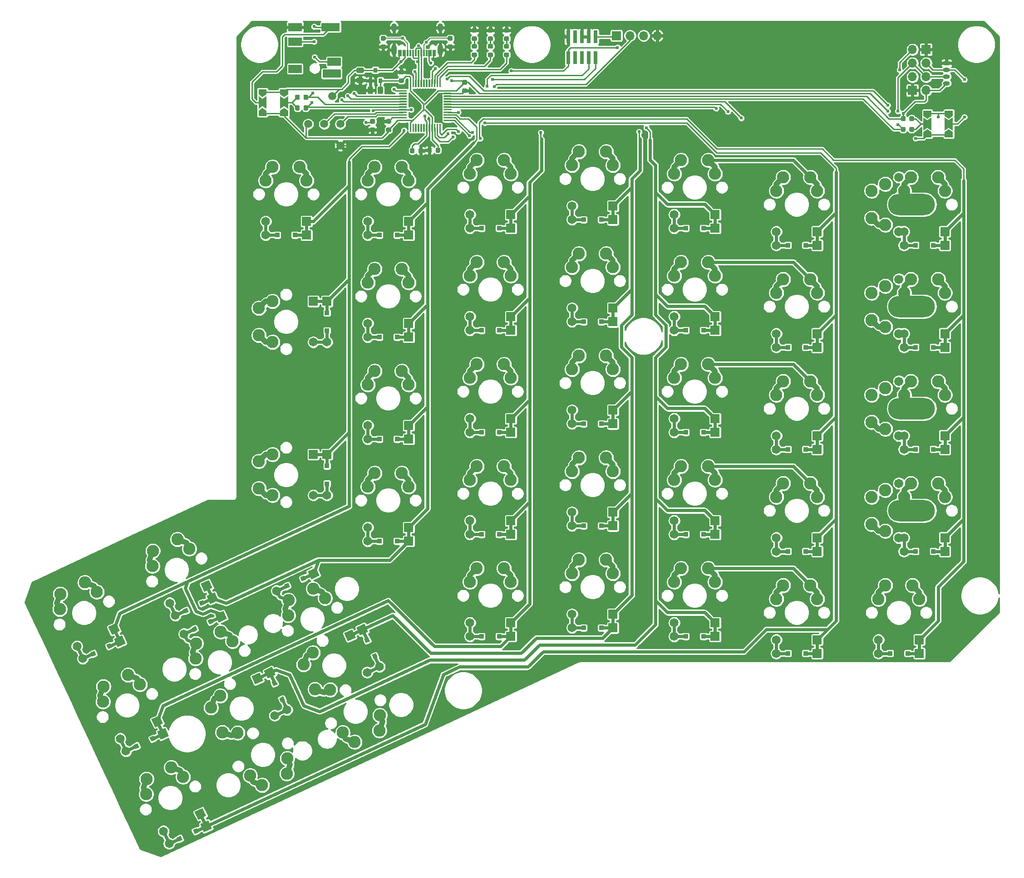
<source format=gtl>
%TF.GenerationSoftware,KiCad,Pcbnew,5.1.6-c6e7f7d~87~ubuntu20.04.1*%
%TF.CreationDate,2020-08-02T23:19:43+02:00*%
%TF.ProjectId,ErgoDOX,4572676f-444f-4582-9e6b-696361645f70,rev?*%
%TF.SameCoordinates,Original*%
%TF.FileFunction,Copper,L1,Top*%
%TF.FilePolarity,Positive*%
%FSLAX46Y46*%
G04 Gerber Fmt 4.6, Leading zero omitted, Abs format (unit mm)*
G04 Created by KiCad (PCBNEW 5.1.6-c6e7f7d~87~ubuntu20.04.1) date 2020-08-02 23:19:43*
%MOMM*%
%LPD*%
G01*
G04 APERTURE LIST*
%TA.AperFunction,EtchedComponent*%
%ADD10C,0.609600*%
%TD*%
%TA.AperFunction,SMDPad,CuDef*%
%ADD11C,1.500000*%
%TD*%
%TA.AperFunction,ComponentPad*%
%ADD12O,1.700000X1.700000*%
%TD*%
%TA.AperFunction,ComponentPad*%
%ADD13R,1.700000X1.700000*%
%TD*%
%TA.AperFunction,SMDPad,CuDef*%
%ADD14R,0.740000X2.400000*%
%TD*%
%TA.AperFunction,SMDPad,CuDef*%
%ADD15R,0.800000X0.900000*%
%TD*%
%TA.AperFunction,SMDPad,CuDef*%
%ADD16C,0.150000*%
%TD*%
%TA.AperFunction,Conductor*%
%ADD17C,0.150000*%
%TD*%
%TA.AperFunction,ComponentPad*%
%ADD18O,1.000000X1.600000*%
%TD*%
%TA.AperFunction,ComponentPad*%
%ADD19O,1.000000X2.100000*%
%TD*%
%TA.AperFunction,SMDPad,CuDef*%
%ADD20R,0.300000X1.150000*%
%TD*%
%TA.AperFunction,ComponentPad*%
%ADD21O,1.300000X0.800000*%
%TD*%
%TA.AperFunction,SMDPad,CuDef*%
%ADD22R,3.400000X1.500000*%
%TD*%
%TA.AperFunction,SMDPad,CuDef*%
%ADD23R,2.500000X1.500000*%
%TD*%
%TA.AperFunction,ComponentPad*%
%ADD24C,1.651000*%
%TD*%
%TA.AperFunction,ComponentPad*%
%ADD25C,0.150000*%
%TD*%
%TA.AperFunction,ComponentPad*%
%ADD26C,2.286000*%
%TD*%
%TA.AperFunction,ViaPad*%
%ADD27C,0.800000*%
%TD*%
%TA.AperFunction,ComponentPad*%
%ADD28C,2.283460*%
%TD*%
%TA.AperFunction,ComponentPad*%
%ADD29R,1.651000X1.651000*%
%TD*%
%TA.AperFunction,SMDPad,CuDef*%
%ADD30R,0.838200X0.838200*%
%TD*%
%TA.AperFunction,ComponentPad*%
%ADD31C,2.280920*%
%TD*%
%TA.AperFunction,ComponentPad*%
%ADD32O,8.750300X3.987800*%
%TD*%
%TA.AperFunction,ComponentPad*%
%ADD33C,1.701800*%
%TD*%
%TA.AperFunction,ViaPad*%
%ADD34C,0.609600*%
%TD*%
%TA.AperFunction,Conductor*%
%ADD35C,0.609600*%
%TD*%
%TA.AperFunction,Conductor*%
%ADD36C,0.254000*%
%TD*%
%TA.AperFunction,Conductor*%
%ADD37C,1.016000*%
%TD*%
%TA.AperFunction,Conductor*%
%ADD38C,0.203200*%
%TD*%
G04 APERTURE END LIST*
D10*
X58302224Y-144874450D02*
X60247433Y-143967384D01*
X53341367Y-147187736D02*
X55286576Y-146280670D01*
X75566604Y-136822650D02*
X77511813Y-135915584D01*
X70605747Y-139135936D02*
X72550956Y-138228870D01*
X193116200Y-93672660D02*
X195262500Y-93672660D01*
X187642500Y-93672660D02*
X189788800Y-93672660D01*
X193116200Y-131772660D02*
X195262500Y-131772660D01*
X187642500Y-131772660D02*
X189788800Y-131772660D01*
X193116200Y-74625200D02*
X195262500Y-74625200D01*
X187642500Y-74625200D02*
X189788800Y-74625200D01*
X193116200Y-112722660D02*
X195262500Y-112722660D01*
X187642500Y-112722660D02*
X189788800Y-112722660D01*
X93103700Y-72720200D02*
X95250000Y-72720200D01*
X87630000Y-72720200D02*
X89776300Y-72720200D01*
X150253700Y-90497660D02*
X152400000Y-90497660D01*
X144780000Y-90497660D02*
X146926300Y-90497660D01*
X70241435Y-156389105D02*
X69334370Y-154443896D01*
X72554721Y-161349962D02*
X71647655Y-159404753D01*
X87505815Y-148337305D02*
X86598750Y-146392096D01*
X89819101Y-153298162D02*
X88912035Y-151352953D01*
X112153700Y-147647660D02*
X114300000Y-147647660D01*
X106680000Y-147647660D02*
X108826300Y-147647660D01*
X131203700Y-146050000D02*
X133350000Y-146050000D01*
X125730000Y-146050000D02*
X127876300Y-146050000D01*
X169303700Y-150822660D02*
X171450000Y-150822660D01*
X163830000Y-150822660D02*
X165976300Y-150822660D01*
X93103700Y-129867660D02*
X95250000Y-129867660D01*
X87630000Y-129867660D02*
X89776300Y-129867660D01*
X112153700Y-128597660D02*
X114300000Y-128597660D01*
X106680000Y-128597660D02*
X108826300Y-128597660D01*
X131203700Y-127000000D02*
X133350000Y-127000000D01*
X125730000Y-127000000D02*
X127876300Y-127000000D01*
X150253700Y-128597660D02*
X152400000Y-128597660D01*
X144780000Y-128597660D02*
X146926300Y-128597660D01*
X169303700Y-131772660D02*
X171450000Y-131772660D01*
X163830000Y-131772660D02*
X165976300Y-131772660D01*
X93103700Y-110817660D02*
X95250000Y-110817660D01*
X87630000Y-110817660D02*
X89776300Y-110817660D01*
X112153700Y-109547660D02*
X114300000Y-109547660D01*
X106680000Y-109547660D02*
X108826300Y-109547660D01*
X131203700Y-107950000D02*
X133350000Y-107950000D01*
X125730000Y-107950000D02*
X127876300Y-107950000D01*
X150253700Y-109547660D02*
X152400000Y-109547660D01*
X144780000Y-109547660D02*
X146926300Y-109547660D01*
X112153700Y-90497660D02*
X114300000Y-90497660D01*
X106680000Y-90497660D02*
X108826300Y-90497660D01*
X131203700Y-88900000D02*
X133350000Y-88900000D01*
X125730000Y-88900000D02*
X127876300Y-88900000D01*
X169303700Y-93672660D02*
X171450000Y-93672660D01*
X163830000Y-93672660D02*
X165976300Y-93672660D01*
X150253700Y-147647660D02*
X152400000Y-147647660D01*
X144780000Y-147647660D02*
X146926300Y-147647660D01*
X112153700Y-71447660D02*
X114300000Y-71447660D01*
X106680000Y-71447660D02*
X108826300Y-71447660D01*
X131203700Y-69850000D02*
X133350000Y-69850000D01*
X125730000Y-69850000D02*
X127876300Y-69850000D01*
X150253700Y-71447660D02*
X152400000Y-71447660D01*
X144780000Y-71447660D02*
X146926300Y-71447660D01*
X169303700Y-74625200D02*
X171450000Y-74625200D01*
X163830000Y-74625200D02*
X165976300Y-74625200D01*
X56691495Y-141422395D02*
X58636704Y-140515330D01*
X51730638Y-143735681D02*
X53675847Y-142828615D01*
X39427115Y-149471655D02*
X41372324Y-148564590D01*
X34466258Y-151784941D02*
X36411467Y-150877875D01*
X55528175Y-184002955D02*
X57473384Y-183095890D01*
X50567318Y-186316241D02*
X52512527Y-185409175D01*
X47476375Y-166736035D02*
X49421584Y-165828970D01*
X42515518Y-169049321D02*
X44460727Y-168142255D01*
X93103700Y-91767660D02*
X95250000Y-91767660D01*
X87630000Y-91767660D02*
X89776300Y-91767660D01*
X188353700Y-150822660D02*
X190500000Y-150822660D01*
X182880000Y-150822660D02*
X185026300Y-150822660D01*
X80010000Y-115821460D02*
X80010000Y-113675160D01*
X80010000Y-121295160D02*
X80010000Y-119148860D01*
X80010000Y-87246460D02*
X80010000Y-85100160D01*
X80010000Y-92720160D02*
X80010000Y-90573860D01*
X74053700Y-72720200D02*
X76200000Y-72720200D01*
X68580000Y-72720200D02*
X70726300Y-72720200D01*
X169303700Y-112722660D02*
X171450000Y-112722660D01*
X163830000Y-112722660D02*
X165976300Y-112722660D01*
D11*
X82500000Y-52000000D03*
X79500000Y-52000000D03*
X82500000Y-56000000D03*
X81000000Y-46800000D03*
X76500000Y-52000000D03*
%TA.AperFunction,SMDPad,CuDef*%
G36*
G01*
X94850000Y-51462500D02*
X93525000Y-51462500D01*
G75*
G02*
X93450000Y-51387500I0J75000D01*
G01*
X93450000Y-51237500D01*
G75*
G02*
X93525000Y-51162500I75000J0D01*
G01*
X94850000Y-51162500D01*
G75*
G02*
X94925000Y-51237500I0J-75000D01*
G01*
X94925000Y-51387500D01*
G75*
G02*
X94850000Y-51462500I-75000J0D01*
G01*
G37*
%TD.AperFunction*%
%TA.AperFunction,SMDPad,CuDef*%
G36*
G01*
X94850000Y-50962500D02*
X93525000Y-50962500D01*
G75*
G02*
X93450000Y-50887500I0J75000D01*
G01*
X93450000Y-50737500D01*
G75*
G02*
X93525000Y-50662500I75000J0D01*
G01*
X94850000Y-50662500D01*
G75*
G02*
X94925000Y-50737500I0J-75000D01*
G01*
X94925000Y-50887500D01*
G75*
G02*
X94850000Y-50962500I-75000J0D01*
G01*
G37*
%TD.AperFunction*%
%TA.AperFunction,SMDPad,CuDef*%
G36*
G01*
X94850000Y-50462500D02*
X93525000Y-50462500D01*
G75*
G02*
X93450000Y-50387500I0J75000D01*
G01*
X93450000Y-50237500D01*
G75*
G02*
X93525000Y-50162500I75000J0D01*
G01*
X94850000Y-50162500D01*
G75*
G02*
X94925000Y-50237500I0J-75000D01*
G01*
X94925000Y-50387500D01*
G75*
G02*
X94850000Y-50462500I-75000J0D01*
G01*
G37*
%TD.AperFunction*%
%TA.AperFunction,SMDPad,CuDef*%
G36*
G01*
X94850000Y-49962500D02*
X93525000Y-49962500D01*
G75*
G02*
X93450000Y-49887500I0J75000D01*
G01*
X93450000Y-49737500D01*
G75*
G02*
X93525000Y-49662500I75000J0D01*
G01*
X94850000Y-49662500D01*
G75*
G02*
X94925000Y-49737500I0J-75000D01*
G01*
X94925000Y-49887500D01*
G75*
G02*
X94850000Y-49962500I-75000J0D01*
G01*
G37*
%TD.AperFunction*%
%TA.AperFunction,SMDPad,CuDef*%
G36*
G01*
X94850000Y-49462500D02*
X93525000Y-49462500D01*
G75*
G02*
X93450000Y-49387500I0J75000D01*
G01*
X93450000Y-49237500D01*
G75*
G02*
X93525000Y-49162500I75000J0D01*
G01*
X94850000Y-49162500D01*
G75*
G02*
X94925000Y-49237500I0J-75000D01*
G01*
X94925000Y-49387500D01*
G75*
G02*
X94850000Y-49462500I-75000J0D01*
G01*
G37*
%TD.AperFunction*%
%TA.AperFunction,SMDPad,CuDef*%
G36*
G01*
X94850000Y-48962500D02*
X93525000Y-48962500D01*
G75*
G02*
X93450000Y-48887500I0J75000D01*
G01*
X93450000Y-48737500D01*
G75*
G02*
X93525000Y-48662500I75000J0D01*
G01*
X94850000Y-48662500D01*
G75*
G02*
X94925000Y-48737500I0J-75000D01*
G01*
X94925000Y-48887500D01*
G75*
G02*
X94850000Y-48962500I-75000J0D01*
G01*
G37*
%TD.AperFunction*%
%TA.AperFunction,SMDPad,CuDef*%
G36*
G01*
X94850000Y-48462500D02*
X93525000Y-48462500D01*
G75*
G02*
X93450000Y-48387500I0J75000D01*
G01*
X93450000Y-48237500D01*
G75*
G02*
X93525000Y-48162500I75000J0D01*
G01*
X94850000Y-48162500D01*
G75*
G02*
X94925000Y-48237500I0J-75000D01*
G01*
X94925000Y-48387500D01*
G75*
G02*
X94850000Y-48462500I-75000J0D01*
G01*
G37*
%TD.AperFunction*%
%TA.AperFunction,SMDPad,CuDef*%
G36*
G01*
X94850000Y-47962500D02*
X93525000Y-47962500D01*
G75*
G02*
X93450000Y-47887500I0J75000D01*
G01*
X93450000Y-47737500D01*
G75*
G02*
X93525000Y-47662500I75000J0D01*
G01*
X94850000Y-47662500D01*
G75*
G02*
X94925000Y-47737500I0J-75000D01*
G01*
X94925000Y-47887500D01*
G75*
G02*
X94850000Y-47962500I-75000J0D01*
G01*
G37*
%TD.AperFunction*%
%TA.AperFunction,SMDPad,CuDef*%
G36*
G01*
X94850000Y-47462500D02*
X93525000Y-47462500D01*
G75*
G02*
X93450000Y-47387500I0J75000D01*
G01*
X93450000Y-47237500D01*
G75*
G02*
X93525000Y-47162500I75000J0D01*
G01*
X94850000Y-47162500D01*
G75*
G02*
X94925000Y-47237500I0J-75000D01*
G01*
X94925000Y-47387500D01*
G75*
G02*
X94850000Y-47462500I-75000J0D01*
G01*
G37*
%TD.AperFunction*%
%TA.AperFunction,SMDPad,CuDef*%
G36*
G01*
X94850000Y-46962500D02*
X93525000Y-46962500D01*
G75*
G02*
X93450000Y-46887500I0J75000D01*
G01*
X93450000Y-46737500D01*
G75*
G02*
X93525000Y-46662500I75000J0D01*
G01*
X94850000Y-46662500D01*
G75*
G02*
X94925000Y-46737500I0J-75000D01*
G01*
X94925000Y-46887500D01*
G75*
G02*
X94850000Y-46962500I-75000J0D01*
G01*
G37*
%TD.AperFunction*%
%TA.AperFunction,SMDPad,CuDef*%
G36*
G01*
X94850000Y-46462500D02*
X93525000Y-46462500D01*
G75*
G02*
X93450000Y-46387500I0J75000D01*
G01*
X93450000Y-46237500D01*
G75*
G02*
X93525000Y-46162500I75000J0D01*
G01*
X94850000Y-46162500D01*
G75*
G02*
X94925000Y-46237500I0J-75000D01*
G01*
X94925000Y-46387500D01*
G75*
G02*
X94850000Y-46462500I-75000J0D01*
G01*
G37*
%TD.AperFunction*%
%TA.AperFunction,SMDPad,CuDef*%
G36*
G01*
X94850000Y-45962500D02*
X93525000Y-45962500D01*
G75*
G02*
X93450000Y-45887500I0J75000D01*
G01*
X93450000Y-45737500D01*
G75*
G02*
X93525000Y-45662500I75000J0D01*
G01*
X94850000Y-45662500D01*
G75*
G02*
X94925000Y-45737500I0J-75000D01*
G01*
X94925000Y-45887500D01*
G75*
G02*
X94850000Y-45962500I-75000J0D01*
G01*
G37*
%TD.AperFunction*%
%TA.AperFunction,SMDPad,CuDef*%
G36*
G01*
X95675000Y-45137500D02*
X95525000Y-45137500D01*
G75*
G02*
X95450000Y-45062500I0J75000D01*
G01*
X95450000Y-43737500D01*
G75*
G02*
X95525000Y-43662500I75000J0D01*
G01*
X95675000Y-43662500D01*
G75*
G02*
X95750000Y-43737500I0J-75000D01*
G01*
X95750000Y-45062500D01*
G75*
G02*
X95675000Y-45137500I-75000J0D01*
G01*
G37*
%TD.AperFunction*%
%TA.AperFunction,SMDPad,CuDef*%
G36*
G01*
X96175000Y-45137500D02*
X96025000Y-45137500D01*
G75*
G02*
X95950000Y-45062500I0J75000D01*
G01*
X95950000Y-43737500D01*
G75*
G02*
X96025000Y-43662500I75000J0D01*
G01*
X96175000Y-43662500D01*
G75*
G02*
X96250000Y-43737500I0J-75000D01*
G01*
X96250000Y-45062500D01*
G75*
G02*
X96175000Y-45137500I-75000J0D01*
G01*
G37*
%TD.AperFunction*%
%TA.AperFunction,SMDPad,CuDef*%
G36*
G01*
X96675000Y-45137500D02*
X96525000Y-45137500D01*
G75*
G02*
X96450000Y-45062500I0J75000D01*
G01*
X96450000Y-43737500D01*
G75*
G02*
X96525000Y-43662500I75000J0D01*
G01*
X96675000Y-43662500D01*
G75*
G02*
X96750000Y-43737500I0J-75000D01*
G01*
X96750000Y-45062500D01*
G75*
G02*
X96675000Y-45137500I-75000J0D01*
G01*
G37*
%TD.AperFunction*%
%TA.AperFunction,SMDPad,CuDef*%
G36*
G01*
X97175000Y-45137500D02*
X97025000Y-45137500D01*
G75*
G02*
X96950000Y-45062500I0J75000D01*
G01*
X96950000Y-43737500D01*
G75*
G02*
X97025000Y-43662500I75000J0D01*
G01*
X97175000Y-43662500D01*
G75*
G02*
X97250000Y-43737500I0J-75000D01*
G01*
X97250000Y-45062500D01*
G75*
G02*
X97175000Y-45137500I-75000J0D01*
G01*
G37*
%TD.AperFunction*%
%TA.AperFunction,SMDPad,CuDef*%
G36*
G01*
X97675000Y-45137500D02*
X97525000Y-45137500D01*
G75*
G02*
X97450000Y-45062500I0J75000D01*
G01*
X97450000Y-43737500D01*
G75*
G02*
X97525000Y-43662500I75000J0D01*
G01*
X97675000Y-43662500D01*
G75*
G02*
X97750000Y-43737500I0J-75000D01*
G01*
X97750000Y-45062500D01*
G75*
G02*
X97675000Y-45137500I-75000J0D01*
G01*
G37*
%TD.AperFunction*%
%TA.AperFunction,SMDPad,CuDef*%
G36*
G01*
X98175000Y-45137500D02*
X98025000Y-45137500D01*
G75*
G02*
X97950000Y-45062500I0J75000D01*
G01*
X97950000Y-43737500D01*
G75*
G02*
X98025000Y-43662500I75000J0D01*
G01*
X98175000Y-43662500D01*
G75*
G02*
X98250000Y-43737500I0J-75000D01*
G01*
X98250000Y-45062500D01*
G75*
G02*
X98175000Y-45137500I-75000J0D01*
G01*
G37*
%TD.AperFunction*%
%TA.AperFunction,SMDPad,CuDef*%
G36*
G01*
X98675000Y-45137500D02*
X98525000Y-45137500D01*
G75*
G02*
X98450000Y-45062500I0J75000D01*
G01*
X98450000Y-43737500D01*
G75*
G02*
X98525000Y-43662500I75000J0D01*
G01*
X98675000Y-43662500D01*
G75*
G02*
X98750000Y-43737500I0J-75000D01*
G01*
X98750000Y-45062500D01*
G75*
G02*
X98675000Y-45137500I-75000J0D01*
G01*
G37*
%TD.AperFunction*%
%TA.AperFunction,SMDPad,CuDef*%
G36*
G01*
X99175000Y-45137500D02*
X99025000Y-45137500D01*
G75*
G02*
X98950000Y-45062500I0J75000D01*
G01*
X98950000Y-43737500D01*
G75*
G02*
X99025000Y-43662500I75000J0D01*
G01*
X99175000Y-43662500D01*
G75*
G02*
X99250000Y-43737500I0J-75000D01*
G01*
X99250000Y-45062500D01*
G75*
G02*
X99175000Y-45137500I-75000J0D01*
G01*
G37*
%TD.AperFunction*%
%TA.AperFunction,SMDPad,CuDef*%
G36*
G01*
X99675000Y-45137500D02*
X99525000Y-45137500D01*
G75*
G02*
X99450000Y-45062500I0J75000D01*
G01*
X99450000Y-43737500D01*
G75*
G02*
X99525000Y-43662500I75000J0D01*
G01*
X99675000Y-43662500D01*
G75*
G02*
X99750000Y-43737500I0J-75000D01*
G01*
X99750000Y-45062500D01*
G75*
G02*
X99675000Y-45137500I-75000J0D01*
G01*
G37*
%TD.AperFunction*%
%TA.AperFunction,SMDPad,CuDef*%
G36*
G01*
X100175000Y-45137500D02*
X100025000Y-45137500D01*
G75*
G02*
X99950000Y-45062500I0J75000D01*
G01*
X99950000Y-43737500D01*
G75*
G02*
X100025000Y-43662500I75000J0D01*
G01*
X100175000Y-43662500D01*
G75*
G02*
X100250000Y-43737500I0J-75000D01*
G01*
X100250000Y-45062500D01*
G75*
G02*
X100175000Y-45137500I-75000J0D01*
G01*
G37*
%TD.AperFunction*%
%TA.AperFunction,SMDPad,CuDef*%
G36*
G01*
X100675000Y-45137500D02*
X100525000Y-45137500D01*
G75*
G02*
X100450000Y-45062500I0J75000D01*
G01*
X100450000Y-43737500D01*
G75*
G02*
X100525000Y-43662500I75000J0D01*
G01*
X100675000Y-43662500D01*
G75*
G02*
X100750000Y-43737500I0J-75000D01*
G01*
X100750000Y-45062500D01*
G75*
G02*
X100675000Y-45137500I-75000J0D01*
G01*
G37*
%TD.AperFunction*%
%TA.AperFunction,SMDPad,CuDef*%
G36*
G01*
X101175000Y-45137500D02*
X101025000Y-45137500D01*
G75*
G02*
X100950000Y-45062500I0J75000D01*
G01*
X100950000Y-43737500D01*
G75*
G02*
X101025000Y-43662500I75000J0D01*
G01*
X101175000Y-43662500D01*
G75*
G02*
X101250000Y-43737500I0J-75000D01*
G01*
X101250000Y-45062500D01*
G75*
G02*
X101175000Y-45137500I-75000J0D01*
G01*
G37*
%TD.AperFunction*%
%TA.AperFunction,SMDPad,CuDef*%
G36*
G01*
X103175000Y-45962500D02*
X101850000Y-45962500D01*
G75*
G02*
X101775000Y-45887500I0J75000D01*
G01*
X101775000Y-45737500D01*
G75*
G02*
X101850000Y-45662500I75000J0D01*
G01*
X103175000Y-45662500D01*
G75*
G02*
X103250000Y-45737500I0J-75000D01*
G01*
X103250000Y-45887500D01*
G75*
G02*
X103175000Y-45962500I-75000J0D01*
G01*
G37*
%TD.AperFunction*%
%TA.AperFunction,SMDPad,CuDef*%
G36*
G01*
X103175000Y-46462500D02*
X101850000Y-46462500D01*
G75*
G02*
X101775000Y-46387500I0J75000D01*
G01*
X101775000Y-46237500D01*
G75*
G02*
X101850000Y-46162500I75000J0D01*
G01*
X103175000Y-46162500D01*
G75*
G02*
X103250000Y-46237500I0J-75000D01*
G01*
X103250000Y-46387500D01*
G75*
G02*
X103175000Y-46462500I-75000J0D01*
G01*
G37*
%TD.AperFunction*%
%TA.AperFunction,SMDPad,CuDef*%
G36*
G01*
X103175000Y-46962500D02*
X101850000Y-46962500D01*
G75*
G02*
X101775000Y-46887500I0J75000D01*
G01*
X101775000Y-46737500D01*
G75*
G02*
X101850000Y-46662500I75000J0D01*
G01*
X103175000Y-46662500D01*
G75*
G02*
X103250000Y-46737500I0J-75000D01*
G01*
X103250000Y-46887500D01*
G75*
G02*
X103175000Y-46962500I-75000J0D01*
G01*
G37*
%TD.AperFunction*%
%TA.AperFunction,SMDPad,CuDef*%
G36*
G01*
X103175000Y-47462500D02*
X101850000Y-47462500D01*
G75*
G02*
X101775000Y-47387500I0J75000D01*
G01*
X101775000Y-47237500D01*
G75*
G02*
X101850000Y-47162500I75000J0D01*
G01*
X103175000Y-47162500D01*
G75*
G02*
X103250000Y-47237500I0J-75000D01*
G01*
X103250000Y-47387500D01*
G75*
G02*
X103175000Y-47462500I-75000J0D01*
G01*
G37*
%TD.AperFunction*%
%TA.AperFunction,SMDPad,CuDef*%
G36*
G01*
X103175000Y-47962500D02*
X101850000Y-47962500D01*
G75*
G02*
X101775000Y-47887500I0J75000D01*
G01*
X101775000Y-47737500D01*
G75*
G02*
X101850000Y-47662500I75000J0D01*
G01*
X103175000Y-47662500D01*
G75*
G02*
X103250000Y-47737500I0J-75000D01*
G01*
X103250000Y-47887500D01*
G75*
G02*
X103175000Y-47962500I-75000J0D01*
G01*
G37*
%TD.AperFunction*%
%TA.AperFunction,SMDPad,CuDef*%
G36*
G01*
X103175000Y-48462500D02*
X101850000Y-48462500D01*
G75*
G02*
X101775000Y-48387500I0J75000D01*
G01*
X101775000Y-48237500D01*
G75*
G02*
X101850000Y-48162500I75000J0D01*
G01*
X103175000Y-48162500D01*
G75*
G02*
X103250000Y-48237500I0J-75000D01*
G01*
X103250000Y-48387500D01*
G75*
G02*
X103175000Y-48462500I-75000J0D01*
G01*
G37*
%TD.AperFunction*%
%TA.AperFunction,SMDPad,CuDef*%
G36*
G01*
X103175000Y-48962500D02*
X101850000Y-48962500D01*
G75*
G02*
X101775000Y-48887500I0J75000D01*
G01*
X101775000Y-48737500D01*
G75*
G02*
X101850000Y-48662500I75000J0D01*
G01*
X103175000Y-48662500D01*
G75*
G02*
X103250000Y-48737500I0J-75000D01*
G01*
X103250000Y-48887500D01*
G75*
G02*
X103175000Y-48962500I-75000J0D01*
G01*
G37*
%TD.AperFunction*%
%TA.AperFunction,SMDPad,CuDef*%
G36*
G01*
X103175000Y-49462500D02*
X101850000Y-49462500D01*
G75*
G02*
X101775000Y-49387500I0J75000D01*
G01*
X101775000Y-49237500D01*
G75*
G02*
X101850000Y-49162500I75000J0D01*
G01*
X103175000Y-49162500D01*
G75*
G02*
X103250000Y-49237500I0J-75000D01*
G01*
X103250000Y-49387500D01*
G75*
G02*
X103175000Y-49462500I-75000J0D01*
G01*
G37*
%TD.AperFunction*%
%TA.AperFunction,SMDPad,CuDef*%
G36*
G01*
X103175000Y-49962500D02*
X101850000Y-49962500D01*
G75*
G02*
X101775000Y-49887500I0J75000D01*
G01*
X101775000Y-49737500D01*
G75*
G02*
X101850000Y-49662500I75000J0D01*
G01*
X103175000Y-49662500D01*
G75*
G02*
X103250000Y-49737500I0J-75000D01*
G01*
X103250000Y-49887500D01*
G75*
G02*
X103175000Y-49962500I-75000J0D01*
G01*
G37*
%TD.AperFunction*%
%TA.AperFunction,SMDPad,CuDef*%
G36*
G01*
X103175000Y-50462500D02*
X101850000Y-50462500D01*
G75*
G02*
X101775000Y-50387500I0J75000D01*
G01*
X101775000Y-50237500D01*
G75*
G02*
X101850000Y-50162500I75000J0D01*
G01*
X103175000Y-50162500D01*
G75*
G02*
X103250000Y-50237500I0J-75000D01*
G01*
X103250000Y-50387500D01*
G75*
G02*
X103175000Y-50462500I-75000J0D01*
G01*
G37*
%TD.AperFunction*%
%TA.AperFunction,SMDPad,CuDef*%
G36*
G01*
X103175000Y-50962500D02*
X101850000Y-50962500D01*
G75*
G02*
X101775000Y-50887500I0J75000D01*
G01*
X101775000Y-50737500D01*
G75*
G02*
X101850000Y-50662500I75000J0D01*
G01*
X103175000Y-50662500D01*
G75*
G02*
X103250000Y-50737500I0J-75000D01*
G01*
X103250000Y-50887500D01*
G75*
G02*
X103175000Y-50962500I-75000J0D01*
G01*
G37*
%TD.AperFunction*%
%TA.AperFunction,SMDPad,CuDef*%
G36*
G01*
X103175000Y-51462500D02*
X101850000Y-51462500D01*
G75*
G02*
X101775000Y-51387500I0J75000D01*
G01*
X101775000Y-51237500D01*
G75*
G02*
X101850000Y-51162500I75000J0D01*
G01*
X103175000Y-51162500D01*
G75*
G02*
X103250000Y-51237500I0J-75000D01*
G01*
X103250000Y-51387500D01*
G75*
G02*
X103175000Y-51462500I-75000J0D01*
G01*
G37*
%TD.AperFunction*%
%TA.AperFunction,SMDPad,CuDef*%
G36*
G01*
X101175000Y-53462500D02*
X101025000Y-53462500D01*
G75*
G02*
X100950000Y-53387500I0J75000D01*
G01*
X100950000Y-52062500D01*
G75*
G02*
X101025000Y-51987500I75000J0D01*
G01*
X101175000Y-51987500D01*
G75*
G02*
X101250000Y-52062500I0J-75000D01*
G01*
X101250000Y-53387500D01*
G75*
G02*
X101175000Y-53462500I-75000J0D01*
G01*
G37*
%TD.AperFunction*%
%TA.AperFunction,SMDPad,CuDef*%
G36*
G01*
X100675000Y-53462500D02*
X100525000Y-53462500D01*
G75*
G02*
X100450000Y-53387500I0J75000D01*
G01*
X100450000Y-52062500D01*
G75*
G02*
X100525000Y-51987500I75000J0D01*
G01*
X100675000Y-51987500D01*
G75*
G02*
X100750000Y-52062500I0J-75000D01*
G01*
X100750000Y-53387500D01*
G75*
G02*
X100675000Y-53462500I-75000J0D01*
G01*
G37*
%TD.AperFunction*%
%TA.AperFunction,SMDPad,CuDef*%
G36*
G01*
X100175000Y-53462500D02*
X100025000Y-53462500D01*
G75*
G02*
X99950000Y-53387500I0J75000D01*
G01*
X99950000Y-52062500D01*
G75*
G02*
X100025000Y-51987500I75000J0D01*
G01*
X100175000Y-51987500D01*
G75*
G02*
X100250000Y-52062500I0J-75000D01*
G01*
X100250000Y-53387500D01*
G75*
G02*
X100175000Y-53462500I-75000J0D01*
G01*
G37*
%TD.AperFunction*%
%TA.AperFunction,SMDPad,CuDef*%
G36*
G01*
X99675000Y-53462500D02*
X99525000Y-53462500D01*
G75*
G02*
X99450000Y-53387500I0J75000D01*
G01*
X99450000Y-52062500D01*
G75*
G02*
X99525000Y-51987500I75000J0D01*
G01*
X99675000Y-51987500D01*
G75*
G02*
X99750000Y-52062500I0J-75000D01*
G01*
X99750000Y-53387500D01*
G75*
G02*
X99675000Y-53462500I-75000J0D01*
G01*
G37*
%TD.AperFunction*%
%TA.AperFunction,SMDPad,CuDef*%
G36*
G01*
X99175000Y-53462500D02*
X99025000Y-53462500D01*
G75*
G02*
X98950000Y-53387500I0J75000D01*
G01*
X98950000Y-52062500D01*
G75*
G02*
X99025000Y-51987500I75000J0D01*
G01*
X99175000Y-51987500D01*
G75*
G02*
X99250000Y-52062500I0J-75000D01*
G01*
X99250000Y-53387500D01*
G75*
G02*
X99175000Y-53462500I-75000J0D01*
G01*
G37*
%TD.AperFunction*%
%TA.AperFunction,SMDPad,CuDef*%
G36*
G01*
X98675000Y-53462500D02*
X98525000Y-53462500D01*
G75*
G02*
X98450000Y-53387500I0J75000D01*
G01*
X98450000Y-52062500D01*
G75*
G02*
X98525000Y-51987500I75000J0D01*
G01*
X98675000Y-51987500D01*
G75*
G02*
X98750000Y-52062500I0J-75000D01*
G01*
X98750000Y-53387500D01*
G75*
G02*
X98675000Y-53462500I-75000J0D01*
G01*
G37*
%TD.AperFunction*%
%TA.AperFunction,SMDPad,CuDef*%
G36*
G01*
X98175000Y-53462500D02*
X98025000Y-53462500D01*
G75*
G02*
X97950000Y-53387500I0J75000D01*
G01*
X97950000Y-52062500D01*
G75*
G02*
X98025000Y-51987500I75000J0D01*
G01*
X98175000Y-51987500D01*
G75*
G02*
X98250000Y-52062500I0J-75000D01*
G01*
X98250000Y-53387500D01*
G75*
G02*
X98175000Y-53462500I-75000J0D01*
G01*
G37*
%TD.AperFunction*%
%TA.AperFunction,SMDPad,CuDef*%
G36*
G01*
X97675000Y-53462500D02*
X97525000Y-53462500D01*
G75*
G02*
X97450000Y-53387500I0J75000D01*
G01*
X97450000Y-52062500D01*
G75*
G02*
X97525000Y-51987500I75000J0D01*
G01*
X97675000Y-51987500D01*
G75*
G02*
X97750000Y-52062500I0J-75000D01*
G01*
X97750000Y-53387500D01*
G75*
G02*
X97675000Y-53462500I-75000J0D01*
G01*
G37*
%TD.AperFunction*%
%TA.AperFunction,SMDPad,CuDef*%
G36*
G01*
X97175000Y-53462500D02*
X97025000Y-53462500D01*
G75*
G02*
X96950000Y-53387500I0J75000D01*
G01*
X96950000Y-52062500D01*
G75*
G02*
X97025000Y-51987500I75000J0D01*
G01*
X97175000Y-51987500D01*
G75*
G02*
X97250000Y-52062500I0J-75000D01*
G01*
X97250000Y-53387500D01*
G75*
G02*
X97175000Y-53462500I-75000J0D01*
G01*
G37*
%TD.AperFunction*%
%TA.AperFunction,SMDPad,CuDef*%
G36*
G01*
X96675000Y-53462500D02*
X96525000Y-53462500D01*
G75*
G02*
X96450000Y-53387500I0J75000D01*
G01*
X96450000Y-52062500D01*
G75*
G02*
X96525000Y-51987500I75000J0D01*
G01*
X96675000Y-51987500D01*
G75*
G02*
X96750000Y-52062500I0J-75000D01*
G01*
X96750000Y-53387500D01*
G75*
G02*
X96675000Y-53462500I-75000J0D01*
G01*
G37*
%TD.AperFunction*%
%TA.AperFunction,SMDPad,CuDef*%
G36*
G01*
X96175000Y-53462500D02*
X96025000Y-53462500D01*
G75*
G02*
X95950000Y-53387500I0J75000D01*
G01*
X95950000Y-52062500D01*
G75*
G02*
X96025000Y-51987500I75000J0D01*
G01*
X96175000Y-51987500D01*
G75*
G02*
X96250000Y-52062500I0J-75000D01*
G01*
X96250000Y-53387500D01*
G75*
G02*
X96175000Y-53462500I-75000J0D01*
G01*
G37*
%TD.AperFunction*%
%TA.AperFunction,SMDPad,CuDef*%
G36*
G01*
X95675000Y-53462500D02*
X95525000Y-53462500D01*
G75*
G02*
X95450000Y-53387500I0J75000D01*
G01*
X95450000Y-52062500D01*
G75*
G02*
X95525000Y-51987500I75000J0D01*
G01*
X95675000Y-51987500D01*
G75*
G02*
X95750000Y-52062500I0J-75000D01*
G01*
X95750000Y-53387500D01*
G75*
G02*
X95675000Y-53462500I-75000J0D01*
G01*
G37*
%TD.AperFunction*%
D12*
X141620000Y-35500000D03*
X139080000Y-35500000D03*
X136540000Y-35500000D03*
D13*
X134000000Y-35500000D03*
D14*
X125000000Y-39600000D03*
X125000000Y-35700000D03*
X126270000Y-39600000D03*
X126270000Y-35700000D03*
X127540000Y-39600000D03*
X127540000Y-35700000D03*
X128810000Y-39600000D03*
X128810000Y-35700000D03*
X130080000Y-39600000D03*
X130080000Y-35700000D03*
%TA.AperFunction,SMDPad,CuDef*%
G36*
G01*
X102743750Y-37137500D02*
X103256250Y-37137500D01*
G75*
G02*
X103475000Y-37356250I0J-218750D01*
G01*
X103475000Y-37793750D01*
G75*
G02*
X103256250Y-38012500I-218750J0D01*
G01*
X102743750Y-38012500D01*
G75*
G02*
X102525000Y-37793750I0J218750D01*
G01*
X102525000Y-37356250D01*
G75*
G02*
X102743750Y-37137500I218750J0D01*
G01*
G37*
%TD.AperFunction*%
%TA.AperFunction,SMDPad,CuDef*%
G36*
G01*
X102743750Y-35562500D02*
X103256250Y-35562500D01*
G75*
G02*
X103475000Y-35781250I0J-218750D01*
G01*
X103475000Y-36218750D01*
G75*
G02*
X103256250Y-36437500I-218750J0D01*
G01*
X102743750Y-36437500D01*
G75*
G02*
X102525000Y-36218750I0J218750D01*
G01*
X102525000Y-35781250D01*
G75*
G02*
X102743750Y-35562500I218750J0D01*
G01*
G37*
%TD.AperFunction*%
%TA.AperFunction,SMDPad,CuDef*%
G36*
G01*
X90243750Y-37137500D02*
X90756250Y-37137500D01*
G75*
G02*
X90975000Y-37356250I0J-218750D01*
G01*
X90975000Y-37793750D01*
G75*
G02*
X90756250Y-38012500I-218750J0D01*
G01*
X90243750Y-38012500D01*
G75*
G02*
X90025000Y-37793750I0J218750D01*
G01*
X90025000Y-37356250D01*
G75*
G02*
X90243750Y-37137500I218750J0D01*
G01*
G37*
%TD.AperFunction*%
%TA.AperFunction,SMDPad,CuDef*%
G36*
G01*
X90243750Y-35562500D02*
X90756250Y-35562500D01*
G75*
G02*
X90975000Y-35781250I0J-218750D01*
G01*
X90975000Y-36218750D01*
G75*
G02*
X90756250Y-36437500I-218750J0D01*
G01*
X90243750Y-36437500D01*
G75*
G02*
X90025000Y-36218750I0J218750D01*
G01*
X90025000Y-35781250D01*
G75*
G02*
X90243750Y-35562500I218750J0D01*
G01*
G37*
%TD.AperFunction*%
%TA.AperFunction,SMDPad,CuDef*%
G36*
G01*
X105443750Y-45350000D02*
X105956250Y-45350000D01*
G75*
G02*
X106175000Y-45568750I0J-218750D01*
G01*
X106175000Y-46006250D01*
G75*
G02*
X105956250Y-46225000I-218750J0D01*
G01*
X105443750Y-46225000D01*
G75*
G02*
X105225000Y-46006250I0J218750D01*
G01*
X105225000Y-45568750D01*
G75*
G02*
X105443750Y-45350000I218750J0D01*
G01*
G37*
%TD.AperFunction*%
%TA.AperFunction,SMDPad,CuDef*%
G36*
G01*
X105443750Y-43775000D02*
X105956250Y-43775000D01*
G75*
G02*
X106175000Y-43993750I0J-218750D01*
G01*
X106175000Y-44431250D01*
G75*
G02*
X105956250Y-44650000I-218750J0D01*
G01*
X105443750Y-44650000D01*
G75*
G02*
X105225000Y-44431250I0J218750D01*
G01*
X105225000Y-43993750D01*
G75*
G02*
X105443750Y-43775000I218750J0D01*
G01*
G37*
%TD.AperFunction*%
%TA.AperFunction,SMDPad,CuDef*%
G36*
G01*
X91756250Y-51937500D02*
X91243750Y-51937500D01*
G75*
G02*
X91025000Y-51718750I0J218750D01*
G01*
X91025000Y-51281250D01*
G75*
G02*
X91243750Y-51062500I218750J0D01*
G01*
X91756250Y-51062500D01*
G75*
G02*
X91975000Y-51281250I0J-218750D01*
G01*
X91975000Y-51718750D01*
G75*
G02*
X91756250Y-51937500I-218750J0D01*
G01*
G37*
%TD.AperFunction*%
%TA.AperFunction,SMDPad,CuDef*%
G36*
G01*
X91756250Y-53512500D02*
X91243750Y-53512500D01*
G75*
G02*
X91025000Y-53293750I0J218750D01*
G01*
X91025000Y-52856250D01*
G75*
G02*
X91243750Y-52637500I218750J0D01*
G01*
X91756250Y-52637500D01*
G75*
G02*
X91975000Y-52856250I0J-218750D01*
G01*
X91975000Y-53293750D01*
G75*
G02*
X91756250Y-53512500I-218750J0D01*
G01*
G37*
%TD.AperFunction*%
%TA.AperFunction,SMDPad,CuDef*%
G36*
G01*
X94156250Y-42762500D02*
X93643750Y-42762500D01*
G75*
G02*
X93425000Y-42543750I0J218750D01*
G01*
X93425000Y-42106250D01*
G75*
G02*
X93643750Y-41887500I218750J0D01*
G01*
X94156250Y-41887500D01*
G75*
G02*
X94375000Y-42106250I0J-218750D01*
G01*
X94375000Y-42543750D01*
G75*
G02*
X94156250Y-42762500I-218750J0D01*
G01*
G37*
%TD.AperFunction*%
%TA.AperFunction,SMDPad,CuDef*%
G36*
G01*
X94156250Y-44337500D02*
X93643750Y-44337500D01*
G75*
G02*
X93425000Y-44118750I0J218750D01*
G01*
X93425000Y-43681250D01*
G75*
G02*
X93643750Y-43462500I218750J0D01*
G01*
X94156250Y-43462500D01*
G75*
G02*
X94375000Y-43681250I0J-218750D01*
G01*
X94375000Y-44118750D01*
G75*
G02*
X94156250Y-44337500I-218750J0D01*
G01*
G37*
%TD.AperFunction*%
%TA.AperFunction,SMDPad,CuDef*%
G36*
G01*
X99562500Y-56643750D02*
X99562500Y-57156250D01*
G75*
G02*
X99343750Y-57375000I-218750J0D01*
G01*
X98906250Y-57375000D01*
G75*
G02*
X98687500Y-57156250I0J218750D01*
G01*
X98687500Y-56643750D01*
G75*
G02*
X98906250Y-56425000I218750J0D01*
G01*
X99343750Y-56425000D01*
G75*
G02*
X99562500Y-56643750I0J-218750D01*
G01*
G37*
%TD.AperFunction*%
%TA.AperFunction,SMDPad,CuDef*%
G36*
G01*
X101137500Y-56643750D02*
X101137500Y-57156250D01*
G75*
G02*
X100918750Y-57375000I-218750J0D01*
G01*
X100481250Y-57375000D01*
G75*
G02*
X100262500Y-57156250I0J218750D01*
G01*
X100262500Y-56643750D01*
G75*
G02*
X100481250Y-56425000I218750J0D01*
G01*
X100918750Y-56425000D01*
G75*
G02*
X101137500Y-56643750I0J-218750D01*
G01*
G37*
%TD.AperFunction*%
D15*
X89040000Y-41940000D03*
X89990000Y-43940000D03*
X88090000Y-43940000D03*
%TA.AperFunction,SMDPad,CuDef*%
G36*
G01*
X107243750Y-38637500D02*
X107756250Y-38637500D01*
G75*
G02*
X107975000Y-38856250I0J-218750D01*
G01*
X107975000Y-39293750D01*
G75*
G02*
X107756250Y-39512500I-218750J0D01*
G01*
X107243750Y-39512500D01*
G75*
G02*
X107025000Y-39293750I0J218750D01*
G01*
X107025000Y-38856250D01*
G75*
G02*
X107243750Y-38637500I218750J0D01*
G01*
G37*
%TD.AperFunction*%
%TA.AperFunction,SMDPad,CuDef*%
G36*
G01*
X107243750Y-37062500D02*
X107756250Y-37062500D01*
G75*
G02*
X107975000Y-37281250I0J-218750D01*
G01*
X107975000Y-37718750D01*
G75*
G02*
X107756250Y-37937500I-218750J0D01*
G01*
X107243750Y-37937500D01*
G75*
G02*
X107025000Y-37718750I0J218750D01*
G01*
X107025000Y-37281250D01*
G75*
G02*
X107243750Y-37062500I218750J0D01*
G01*
G37*
%TD.AperFunction*%
%TA.AperFunction,SMDPad,CuDef*%
G36*
G01*
X110243750Y-38637500D02*
X110756250Y-38637500D01*
G75*
G02*
X110975000Y-38856250I0J-218750D01*
G01*
X110975000Y-39293750D01*
G75*
G02*
X110756250Y-39512500I-218750J0D01*
G01*
X110243750Y-39512500D01*
G75*
G02*
X110025000Y-39293750I0J218750D01*
G01*
X110025000Y-38856250D01*
G75*
G02*
X110243750Y-38637500I218750J0D01*
G01*
G37*
%TD.AperFunction*%
%TA.AperFunction,SMDPad,CuDef*%
G36*
G01*
X110243750Y-37062500D02*
X110756250Y-37062500D01*
G75*
G02*
X110975000Y-37281250I0J-218750D01*
G01*
X110975000Y-37718750D01*
G75*
G02*
X110756250Y-37937500I-218750J0D01*
G01*
X110243750Y-37937500D01*
G75*
G02*
X110025000Y-37718750I0J218750D01*
G01*
X110025000Y-37281250D01*
G75*
G02*
X110243750Y-37062500I218750J0D01*
G01*
G37*
%TD.AperFunction*%
%TA.AperFunction,SMDPad,CuDef*%
G36*
G01*
X113243750Y-38637500D02*
X113756250Y-38637500D01*
G75*
G02*
X113975000Y-38856250I0J-218750D01*
G01*
X113975000Y-39293750D01*
G75*
G02*
X113756250Y-39512500I-218750J0D01*
G01*
X113243750Y-39512500D01*
G75*
G02*
X113025000Y-39293750I0J218750D01*
G01*
X113025000Y-38856250D01*
G75*
G02*
X113243750Y-38637500I218750J0D01*
G01*
G37*
%TD.AperFunction*%
%TA.AperFunction,SMDPad,CuDef*%
G36*
G01*
X113243750Y-37062500D02*
X113756250Y-37062500D01*
G75*
G02*
X113975000Y-37281250I0J-218750D01*
G01*
X113975000Y-37718750D01*
G75*
G02*
X113756250Y-37937500I-218750J0D01*
G01*
X113243750Y-37937500D01*
G75*
G02*
X113025000Y-37718750I0J218750D01*
G01*
X113025000Y-37281250D01*
G75*
G02*
X113243750Y-37062500I218750J0D01*
G01*
G37*
%TD.AperFunction*%
%TA.AperFunction,SMDPad,CuDef*%
G36*
G01*
X74937500Y-48743750D02*
X74937500Y-49256250D01*
G75*
G02*
X74718750Y-49475000I-218750J0D01*
G01*
X74281250Y-49475000D01*
G75*
G02*
X74062500Y-49256250I0J218750D01*
G01*
X74062500Y-48743750D01*
G75*
G02*
X74281250Y-48525000I218750J0D01*
G01*
X74718750Y-48525000D01*
G75*
G02*
X74937500Y-48743750I0J-218750D01*
G01*
G37*
%TD.AperFunction*%
%TA.AperFunction,SMDPad,CuDef*%
G36*
G01*
X76512500Y-48743750D02*
X76512500Y-49256250D01*
G75*
G02*
X76293750Y-49475000I-218750J0D01*
G01*
X75856250Y-49475000D01*
G75*
G02*
X75637500Y-49256250I0J218750D01*
G01*
X75637500Y-48743750D01*
G75*
G02*
X75856250Y-48525000I218750J0D01*
G01*
X76293750Y-48525000D01*
G75*
G02*
X76512500Y-48743750I0J-218750D01*
G01*
G37*
%TD.AperFunction*%
%TA.AperFunction,SMDPad,CuDef*%
G36*
G01*
X74937500Y-46743750D02*
X74937500Y-47256250D01*
G75*
G02*
X74718750Y-47475000I-218750J0D01*
G01*
X74281250Y-47475000D01*
G75*
G02*
X74062500Y-47256250I0J218750D01*
G01*
X74062500Y-46743750D01*
G75*
G02*
X74281250Y-46525000I218750J0D01*
G01*
X74718750Y-46525000D01*
G75*
G02*
X74937500Y-46743750I0J-218750D01*
G01*
G37*
%TD.AperFunction*%
%TA.AperFunction,SMDPad,CuDef*%
G36*
G01*
X76512500Y-46743750D02*
X76512500Y-47256250D01*
G75*
G02*
X76293750Y-47475000I-218750J0D01*
G01*
X75856250Y-47475000D01*
G75*
G02*
X75637500Y-47256250I0J218750D01*
G01*
X75637500Y-46743750D01*
G75*
G02*
X75856250Y-46525000I218750J0D01*
G01*
X76293750Y-46525000D01*
G75*
G02*
X76512500Y-46743750I0J-218750D01*
G01*
G37*
%TD.AperFunction*%
%TA.AperFunction,SMDPad,CuDef*%
G36*
G01*
X188637500Y-51256250D02*
X188637500Y-50743750D01*
G75*
G02*
X188856250Y-50525000I218750J0D01*
G01*
X189293750Y-50525000D01*
G75*
G02*
X189512500Y-50743750I0J-218750D01*
G01*
X189512500Y-51256250D01*
G75*
G02*
X189293750Y-51475000I-218750J0D01*
G01*
X188856250Y-51475000D01*
G75*
G02*
X188637500Y-51256250I0J218750D01*
G01*
G37*
%TD.AperFunction*%
%TA.AperFunction,SMDPad,CuDef*%
G36*
G01*
X187062500Y-51256250D02*
X187062500Y-50743750D01*
G75*
G02*
X187281250Y-50525000I218750J0D01*
G01*
X187718750Y-50525000D01*
G75*
G02*
X187937500Y-50743750I0J-218750D01*
G01*
X187937500Y-51256250D01*
G75*
G02*
X187718750Y-51475000I-218750J0D01*
G01*
X187281250Y-51475000D01*
G75*
G02*
X187062500Y-51256250I0J218750D01*
G01*
G37*
%TD.AperFunction*%
%TA.AperFunction,SMDPad,CuDef*%
G36*
G01*
X188637500Y-53256250D02*
X188637500Y-52743750D01*
G75*
G02*
X188856250Y-52525000I218750J0D01*
G01*
X189293750Y-52525000D01*
G75*
G02*
X189512500Y-52743750I0J-218750D01*
G01*
X189512500Y-53256250D01*
G75*
G02*
X189293750Y-53475000I-218750J0D01*
G01*
X188856250Y-53475000D01*
G75*
G02*
X188637500Y-53256250I0J218750D01*
G01*
G37*
%TD.AperFunction*%
%TA.AperFunction,SMDPad,CuDef*%
G36*
G01*
X187062500Y-53256250D02*
X187062500Y-52743750D01*
G75*
G02*
X187281250Y-52525000I218750J0D01*
G01*
X187718750Y-52525000D01*
G75*
G02*
X187937500Y-52743750I0J-218750D01*
G01*
X187937500Y-53256250D01*
G75*
G02*
X187718750Y-53475000I-218750J0D01*
G01*
X187281250Y-53475000D01*
G75*
G02*
X187062500Y-53256250I0J218750D01*
G01*
G37*
%TD.AperFunction*%
%TA.AperFunction,SMDPad,CuDef*%
G36*
G01*
X88756250Y-51937500D02*
X88243750Y-51937500D01*
G75*
G02*
X88025000Y-51718750I0J218750D01*
G01*
X88025000Y-51281250D01*
G75*
G02*
X88243750Y-51062500I218750J0D01*
G01*
X88756250Y-51062500D01*
G75*
G02*
X88975000Y-51281250I0J-218750D01*
G01*
X88975000Y-51718750D01*
G75*
G02*
X88756250Y-51937500I-218750J0D01*
G01*
G37*
%TD.AperFunction*%
%TA.AperFunction,SMDPad,CuDef*%
G36*
G01*
X88756250Y-53512500D02*
X88243750Y-53512500D01*
G75*
G02*
X88025000Y-53293750I0J218750D01*
G01*
X88025000Y-52856250D01*
G75*
G02*
X88243750Y-52637500I218750J0D01*
G01*
X88756250Y-52637500D01*
G75*
G02*
X88975000Y-52856250I0J-218750D01*
G01*
X88975000Y-53293750D01*
G75*
G02*
X88756250Y-53512500I-218750J0D01*
G01*
G37*
%TD.AperFunction*%
%TA.AperFunction,SMDPad,CuDef*%
D16*
G36*
X72000000Y-49000000D02*
G01*
X72750000Y-49500000D01*
X72750000Y-50500000D01*
X71250000Y-50500000D01*
X71250000Y-49500000D01*
X72000000Y-49000000D01*
G37*
%TD.AperFunction*%
%TA.AperFunction,Conductor*%
D17*
G36*
X72000000Y-48700000D02*
G01*
X71250000Y-49200000D01*
X71250000Y-46800000D01*
X72000000Y-47300000D01*
X72750000Y-46800000D01*
X72750000Y-49200000D01*
X72000000Y-48700000D01*
G37*
%TD.AperFunction*%
%TA.AperFunction,SMDPad,CuDef*%
D16*
G36*
X72000000Y-47000000D02*
G01*
X71250000Y-46500000D01*
X71250000Y-45500000D01*
X72750000Y-45500000D01*
X72750000Y-46500000D01*
X72000000Y-47000000D01*
G37*
%TD.AperFunction*%
%TA.AperFunction,SMDPad,CuDef*%
G36*
X192000000Y-53000000D02*
G01*
X192750000Y-53500000D01*
X192750000Y-54500000D01*
X191250000Y-54500000D01*
X191250000Y-53500000D01*
X192000000Y-53000000D01*
G37*
%TD.AperFunction*%
%TA.AperFunction,Conductor*%
D17*
G36*
X192000000Y-52700000D02*
G01*
X191250000Y-53200000D01*
X191250000Y-50800000D01*
X192000000Y-51300000D01*
X192750000Y-50800000D01*
X192750000Y-53200000D01*
X192000000Y-52700000D01*
G37*
%TD.AperFunction*%
%TA.AperFunction,SMDPad,CuDef*%
D16*
G36*
X192000000Y-51000000D02*
G01*
X191250000Y-50500000D01*
X191250000Y-49500000D01*
X192750000Y-49500000D01*
X192750000Y-50500000D01*
X192000000Y-51000000D01*
G37*
%TD.AperFunction*%
%TA.AperFunction,SMDPad,CuDef*%
G36*
X68000000Y-49000000D02*
G01*
X68750000Y-49500000D01*
X68750000Y-50500000D01*
X67250000Y-50500000D01*
X67250000Y-49500000D01*
X68000000Y-49000000D01*
G37*
%TD.AperFunction*%
%TA.AperFunction,Conductor*%
D17*
G36*
X68000000Y-48700000D02*
G01*
X67250000Y-49200000D01*
X67250000Y-46800000D01*
X68000000Y-47300000D01*
X68750000Y-46800000D01*
X68750000Y-49200000D01*
X68000000Y-48700000D01*
G37*
%TD.AperFunction*%
%TA.AperFunction,SMDPad,CuDef*%
D16*
G36*
X68000000Y-47000000D02*
G01*
X67250000Y-46500000D01*
X67250000Y-45500000D01*
X68750000Y-45500000D01*
X68750000Y-46500000D01*
X68000000Y-47000000D01*
G37*
%TD.AperFunction*%
%TA.AperFunction,SMDPad,CuDef*%
G36*
X196000000Y-53000000D02*
G01*
X196750000Y-53500000D01*
X196750000Y-54500000D01*
X195250000Y-54500000D01*
X195250000Y-53500000D01*
X196000000Y-53000000D01*
G37*
%TD.AperFunction*%
%TA.AperFunction,Conductor*%
D17*
G36*
X196000000Y-52700000D02*
G01*
X195250000Y-53200000D01*
X195250000Y-50800000D01*
X196000000Y-51300000D01*
X196750000Y-50800000D01*
X196750000Y-53200000D01*
X196000000Y-52700000D01*
G37*
%TD.AperFunction*%
%TA.AperFunction,SMDPad,CuDef*%
D16*
G36*
X196000000Y-51000000D02*
G01*
X195250000Y-50500000D01*
X195250000Y-49500000D01*
X196750000Y-49500000D01*
X196750000Y-50500000D01*
X196000000Y-51000000D01*
G37*
%TD.AperFunction*%
D18*
X101140000Y-34000000D03*
X92500000Y-34000000D03*
D19*
X101140000Y-38180000D03*
X92500000Y-38180000D03*
D20*
X93470000Y-38745000D03*
X94270000Y-38745000D03*
X99070000Y-38745000D03*
X99870000Y-38745000D03*
X100170000Y-38745000D03*
X99370000Y-38745000D03*
X98570000Y-38745000D03*
X98070000Y-38745000D03*
X97570000Y-38745000D03*
X97070000Y-38745000D03*
X96570000Y-38745000D03*
X96070000Y-38745000D03*
X95570000Y-38745000D03*
X95070000Y-38745000D03*
X94570000Y-38745000D03*
X93770000Y-38745000D03*
D18*
X92500000Y-34000000D03*
X101140000Y-34000000D03*
D19*
X92500000Y-38180000D03*
X101140000Y-38180000D03*
D21*
X195580000Y-44390000D03*
X195580000Y-43140000D03*
X195580000Y-41890000D03*
%TA.AperFunction,ComponentPad*%
G36*
G01*
X195130000Y-40240000D02*
X196030000Y-40240000D01*
G75*
G02*
X196230000Y-40440000I0J-200000D01*
G01*
X196230000Y-40840000D01*
G75*
G02*
X196030000Y-41040000I-200000J0D01*
G01*
X195130000Y-41040000D01*
G75*
G02*
X194930000Y-40840000I0J200000D01*
G01*
X194930000Y-40440000D01*
G75*
G02*
X195130000Y-40240000I200000J0D01*
G01*
G37*
%TD.AperFunction*%
D12*
X189230000Y-38100000D03*
X189230000Y-40640000D03*
X189230000Y-43180000D03*
D13*
X189230000Y-45720000D03*
D12*
X191770000Y-45720000D03*
X191770000Y-43180000D03*
X191770000Y-40640000D03*
D13*
X191770000Y-38100000D03*
D22*
X80700000Y-33900000D03*
D23*
X81350000Y-40400000D03*
D22*
X80900000Y-42600000D03*
D23*
X74050000Y-33900000D03*
X74050000Y-36600000D03*
X74050000Y-41700000D03*
%TA.AperFunction,SMDPad,CuDef*%
G36*
G01*
X107756250Y-34937500D02*
X107243750Y-34937500D01*
G75*
G02*
X107025000Y-34718750I0J218750D01*
G01*
X107025000Y-34281250D01*
G75*
G02*
X107243750Y-34062500I218750J0D01*
G01*
X107756250Y-34062500D01*
G75*
G02*
X107975000Y-34281250I0J-218750D01*
G01*
X107975000Y-34718750D01*
G75*
G02*
X107756250Y-34937500I-218750J0D01*
G01*
G37*
%TD.AperFunction*%
%TA.AperFunction,SMDPad,CuDef*%
G36*
G01*
X107756250Y-36512500D02*
X107243750Y-36512500D01*
G75*
G02*
X107025000Y-36293750I0J218750D01*
G01*
X107025000Y-35856250D01*
G75*
G02*
X107243750Y-35637500I218750J0D01*
G01*
X107756250Y-35637500D01*
G75*
G02*
X107975000Y-35856250I0J-218750D01*
G01*
X107975000Y-36293750D01*
G75*
G02*
X107756250Y-36512500I-218750J0D01*
G01*
G37*
%TD.AperFunction*%
%TA.AperFunction,SMDPad,CuDef*%
G36*
G01*
X110756250Y-34937500D02*
X110243750Y-34937500D01*
G75*
G02*
X110025000Y-34718750I0J218750D01*
G01*
X110025000Y-34281250D01*
G75*
G02*
X110243750Y-34062500I218750J0D01*
G01*
X110756250Y-34062500D01*
G75*
G02*
X110975000Y-34281250I0J-218750D01*
G01*
X110975000Y-34718750D01*
G75*
G02*
X110756250Y-34937500I-218750J0D01*
G01*
G37*
%TD.AperFunction*%
%TA.AperFunction,SMDPad,CuDef*%
G36*
G01*
X110756250Y-36512500D02*
X110243750Y-36512500D01*
G75*
G02*
X110025000Y-36293750I0J218750D01*
G01*
X110025000Y-35856250D01*
G75*
G02*
X110243750Y-35637500I218750J0D01*
G01*
X110756250Y-35637500D01*
G75*
G02*
X110975000Y-35856250I0J-218750D01*
G01*
X110975000Y-36293750D01*
G75*
G02*
X110756250Y-36512500I-218750J0D01*
G01*
G37*
%TD.AperFunction*%
%TA.AperFunction,SMDPad,CuDef*%
G36*
G01*
X113756250Y-34937500D02*
X113243750Y-34937500D01*
G75*
G02*
X113025000Y-34718750I0J218750D01*
G01*
X113025000Y-34281250D01*
G75*
G02*
X113243750Y-34062500I218750J0D01*
G01*
X113756250Y-34062500D01*
G75*
G02*
X113975000Y-34281250I0J-218750D01*
G01*
X113975000Y-34718750D01*
G75*
G02*
X113756250Y-34937500I-218750J0D01*
G01*
G37*
%TD.AperFunction*%
%TA.AperFunction,SMDPad,CuDef*%
G36*
G01*
X113756250Y-36512500D02*
X113243750Y-36512500D01*
G75*
G02*
X113025000Y-36293750I0J218750D01*
G01*
X113025000Y-35856250D01*
G75*
G02*
X113243750Y-35637500I218750J0D01*
G01*
X113756250Y-35637500D01*
G75*
G02*
X113975000Y-35856250I0J-218750D01*
G01*
X113975000Y-36293750D01*
G75*
G02*
X113756250Y-36512500I-218750J0D01*
G01*
G37*
%TD.AperFunction*%
%TA.AperFunction,SMDPad,CuDef*%
G36*
G01*
X88587500Y-45243750D02*
X88587500Y-46156250D01*
G75*
G02*
X88343750Y-46400000I-243750J0D01*
G01*
X87856250Y-46400000D01*
G75*
G02*
X87612500Y-46156250I0J243750D01*
G01*
X87612500Y-45243750D01*
G75*
G02*
X87856250Y-45000000I243750J0D01*
G01*
X88343750Y-45000000D01*
G75*
G02*
X88587500Y-45243750I0J-243750D01*
G01*
G37*
%TD.AperFunction*%
%TA.AperFunction,SMDPad,CuDef*%
G36*
G01*
X90462500Y-45243750D02*
X90462500Y-46156250D01*
G75*
G02*
X90218750Y-46400000I-243750J0D01*
G01*
X89731250Y-46400000D01*
G75*
G02*
X89487500Y-46156250I0J243750D01*
G01*
X89487500Y-45243750D01*
G75*
G02*
X89731250Y-45000000I243750J0D01*
G01*
X90218750Y-45000000D01*
G75*
G02*
X90462500Y-45243750I0J-243750D01*
G01*
G37*
%TD.AperFunction*%
%TA.AperFunction,SMDPad,CuDef*%
G36*
G01*
X85743750Y-43350000D02*
X86656250Y-43350000D01*
G75*
G02*
X86900000Y-43593750I0J-243750D01*
G01*
X86900000Y-44081250D01*
G75*
G02*
X86656250Y-44325000I-243750J0D01*
G01*
X85743750Y-44325000D01*
G75*
G02*
X85500000Y-44081250I0J243750D01*
G01*
X85500000Y-43593750D01*
G75*
G02*
X85743750Y-43350000I243750J0D01*
G01*
G37*
%TD.AperFunction*%
%TA.AperFunction,SMDPad,CuDef*%
G36*
G01*
X85743750Y-41475000D02*
X86656250Y-41475000D01*
G75*
G02*
X86900000Y-41718750I0J-243750D01*
G01*
X86900000Y-42206250D01*
G75*
G02*
X86656250Y-42450000I-243750J0D01*
G01*
X85743750Y-42450000D01*
G75*
G02*
X85500000Y-42206250I0J243750D01*
G01*
X85500000Y-41718750D01*
G75*
G02*
X85743750Y-41475000I243750J0D01*
G01*
G37*
%TD.AperFunction*%
%TA.AperFunction,SMDPad,CuDef*%
G36*
G01*
X97062500Y-57256250D02*
X97062500Y-56743750D01*
G75*
G02*
X97281250Y-56525000I218750J0D01*
G01*
X97718750Y-56525000D01*
G75*
G02*
X97937500Y-56743750I0J-218750D01*
G01*
X97937500Y-57256250D01*
G75*
G02*
X97718750Y-57475000I-218750J0D01*
G01*
X97281250Y-57475000D01*
G75*
G02*
X97062500Y-57256250I0J218750D01*
G01*
G37*
%TD.AperFunction*%
%TA.AperFunction,SMDPad,CuDef*%
G36*
G01*
X95487500Y-57256250D02*
X95487500Y-56743750D01*
G75*
G02*
X95706250Y-56525000I218750J0D01*
G01*
X96143750Y-56525000D01*
G75*
G02*
X96362500Y-56743750I0J-218750D01*
G01*
X96362500Y-57256250D01*
G75*
G02*
X96143750Y-57475000I-218750J0D01*
G01*
X95706250Y-57475000D01*
G75*
G02*
X95487500Y-57256250I0J218750D01*
G01*
G37*
%TD.AperFunction*%
D24*
X53341367Y-147187736D03*
%TA.AperFunction,SMDPad,CuDef*%
D16*
G36*
X55083862Y-146837623D02*
G01*
X54729623Y-146077956D01*
X55489290Y-145723717D01*
X55843529Y-146483384D01*
X55083862Y-146837623D01*
G37*
%TD.AperFunction*%
%TA.AperFunction,ComponentPad*%
D25*
G36*
X59848147Y-145064412D02*
G01*
X59150405Y-143568098D01*
X60646719Y-142870356D01*
X61344461Y-144366670D01*
X59848147Y-145064412D01*
G37*
%TD.AperFunction*%
%TA.AperFunction,SMDPad,CuDef*%
D16*
G36*
X58099510Y-145431403D02*
G01*
X57745271Y-144671736D01*
X58504938Y-144317497D01*
X58859177Y-145077164D01*
X58099510Y-145431403D01*
G37*
%TD.AperFunction*%
D24*
X70605747Y-139135936D03*
%TA.AperFunction,SMDPad,CuDef*%
D16*
G36*
X72348242Y-138785823D02*
G01*
X71994003Y-138026156D01*
X72753670Y-137671917D01*
X73107909Y-138431584D01*
X72348242Y-138785823D01*
G37*
%TD.AperFunction*%
%TA.AperFunction,ComponentPad*%
D25*
G36*
X77112527Y-137012612D02*
G01*
X76414785Y-135516298D01*
X77911099Y-134818556D01*
X78608841Y-136314870D01*
X77112527Y-137012612D01*
G37*
%TD.AperFunction*%
%TA.AperFunction,SMDPad,CuDef*%
D16*
G36*
X75363890Y-137379603D02*
G01*
X75009651Y-136619936D01*
X75769318Y-136265697D01*
X76123557Y-137025364D01*
X75363890Y-137379603D01*
G37*
%TD.AperFunction*%
D26*
X85176179Y-167376434D03*
X89857783Y-162390786D03*
X82951718Y-165611137D03*
X89780223Y-165229533D03*
X67909259Y-175425694D03*
X72590863Y-170440046D03*
X65684798Y-173660397D03*
X72513303Y-173278793D03*
X60170241Y-146806326D03*
X55488637Y-151791974D03*
X62394702Y-148571623D03*
X55566197Y-148953227D03*
X77434621Y-138754526D03*
X72753017Y-143740174D03*
X79659082Y-140519823D03*
X72830577Y-140901427D03*
D27*
X100190000Y-58530000D03*
X177240000Y-132590000D03*
X157790000Y-132510000D03*
X138670000Y-134080000D03*
X119940000Y-134000000D03*
X59870000Y-171840000D03*
X101490000Y-129460000D03*
X138750000Y-64400000D03*
D26*
X193992500Y-80972660D03*
X187642500Y-83512660D03*
D28*
X195262500Y-83512660D03*
D26*
X188912500Y-80972660D03*
D24*
X187642500Y-91132660D03*
D29*
X195262500Y-91132660D03*
D24*
X187642500Y-93672660D03*
D29*
X195262500Y-93672660D03*
D30*
X189788800Y-93672660D03*
X193116200Y-93672660D03*
D31*
X181610000Y-83512660D03*
X184150000Y-82242660D03*
X184150000Y-89862660D03*
X181610000Y-88592660D03*
D32*
X189069980Y-86052660D03*
D33*
X186690000Y-91132660D03*
X186690000Y-80972660D03*
D26*
X193992500Y-119072660D03*
X187642500Y-121612660D03*
D28*
X195262500Y-121612660D03*
D26*
X188912500Y-119072660D03*
D24*
X187642500Y-129232660D03*
D29*
X195262500Y-129232660D03*
D24*
X187642500Y-131772660D03*
D29*
X195262500Y-131772660D03*
D30*
X189788800Y-131772660D03*
X193116200Y-131772660D03*
D31*
X181610000Y-121612660D03*
X184150000Y-120342660D03*
X184150000Y-127962660D03*
X181610000Y-126692660D03*
D32*
X189069980Y-124152660D03*
D33*
X186690000Y-129232660D03*
X186690000Y-119072660D03*
D26*
X193992500Y-61925200D03*
X187642500Y-64465200D03*
D28*
X195262500Y-64465200D03*
D26*
X188912500Y-61925200D03*
D24*
X187642500Y-72085200D03*
D29*
X195262500Y-72085200D03*
D24*
X187642500Y-74625200D03*
D29*
X195262500Y-74625200D03*
D30*
X189788800Y-74625200D03*
X193116200Y-74625200D03*
D31*
X181610000Y-64465200D03*
X184150000Y-63195200D03*
X184150000Y-70815200D03*
X181610000Y-69545200D03*
D32*
X189069980Y-67005200D03*
D33*
X186690000Y-72085200D03*
X186690000Y-61925200D03*
D26*
X193992500Y-100022660D03*
X187642500Y-102562660D03*
D28*
X195262500Y-102562660D03*
D26*
X188912500Y-100022660D03*
D24*
X187642500Y-110182660D03*
D29*
X195262500Y-110182660D03*
D24*
X187642500Y-112722660D03*
D29*
X195262500Y-112722660D03*
D30*
X189788800Y-112722660D03*
X193116200Y-112722660D03*
D31*
X181610000Y-102562660D03*
X184150000Y-101292660D03*
X184150000Y-108912660D03*
X181610000Y-107642660D03*
D32*
X189069980Y-105102660D03*
D33*
X186690000Y-110182660D03*
X186690000Y-100022660D03*
D26*
X93980000Y-60020200D03*
X87630000Y-62560200D03*
X95250000Y-62560200D03*
X88900000Y-60020200D03*
D24*
X87630000Y-70180200D03*
D29*
X95250000Y-70180200D03*
D24*
X87630000Y-72720200D03*
D29*
X95250000Y-72720200D03*
D30*
X89776300Y-72720200D03*
X93103700Y-72720200D03*
D26*
X151130000Y-77797660D03*
X144780000Y-80337660D03*
X152400000Y-80337660D03*
X146050000Y-77797660D03*
D24*
X144780000Y-87957660D03*
D29*
X152400000Y-87957660D03*
D24*
X144780000Y-90497660D03*
D29*
X152400000Y-90497660D03*
D30*
X146926300Y-90497660D03*
X150253700Y-90497660D03*
D26*
X58360986Y-160962159D03*
X63346634Y-165643763D03*
X60126283Y-158737698D03*
X60507887Y-165566203D03*
D24*
X70252699Y-162423412D03*
%TA.AperFunction,ComponentPad*%
D25*
G36*
X68129376Y-155916633D02*
G01*
X66633062Y-156614375D01*
X65935320Y-155118061D01*
X67431634Y-154420319D01*
X68129376Y-155916633D01*
G37*
%TD.AperFunction*%
D24*
X72554721Y-161349962D03*
%TA.AperFunction,ComponentPad*%
D25*
G36*
X70431398Y-154843182D02*
G01*
X68935084Y-155540924D01*
X68237342Y-154044610D01*
X69733656Y-153346868D01*
X70431398Y-154843182D01*
G37*
%TD.AperFunction*%
%TA.AperFunction,SMDPad,CuDef*%
D16*
G36*
X72204608Y-159607467D02*
G01*
X71444941Y-159961706D01*
X71090702Y-159202039D01*
X71850369Y-158847800D01*
X72204608Y-159607467D01*
G37*
%TD.AperFunction*%
%TA.AperFunction,SMDPad,CuDef*%
G36*
X70798388Y-156591819D02*
G01*
X70038721Y-156946058D01*
X69684482Y-156186391D01*
X70444149Y-155832152D01*
X70798388Y-156591819D01*
G37*
%TD.AperFunction*%
D26*
X75625366Y-152910359D03*
X80611014Y-157591963D03*
X77390663Y-150685898D03*
X77772267Y-157514403D03*
D24*
X87517079Y-154371612D03*
%TA.AperFunction,ComponentPad*%
D25*
G36*
X85393756Y-147864833D02*
G01*
X83897442Y-148562575D01*
X83199700Y-147066261D01*
X84696014Y-146368519D01*
X85393756Y-147864833D01*
G37*
%TD.AperFunction*%
D24*
X89819101Y-153298162D03*
%TA.AperFunction,ComponentPad*%
D25*
G36*
X87695778Y-146791382D02*
G01*
X86199464Y-147489124D01*
X85501722Y-145992810D01*
X86998036Y-145295068D01*
X87695778Y-146791382D01*
G37*
%TD.AperFunction*%
%TA.AperFunction,SMDPad,CuDef*%
D16*
G36*
X89468988Y-151555667D02*
G01*
X88709321Y-151909906D01*
X88355082Y-151150239D01*
X89114749Y-150796000D01*
X89468988Y-151555667D01*
G37*
%TD.AperFunction*%
%TA.AperFunction,SMDPad,CuDef*%
G36*
X88062768Y-148540019D02*
G01*
X87303101Y-148894258D01*
X86948862Y-148134591D01*
X87708529Y-147780352D01*
X88062768Y-148540019D01*
G37*
%TD.AperFunction*%
D26*
X113030000Y-134947660D03*
X106680000Y-137487660D03*
X114300000Y-137487660D03*
X107950000Y-134947660D03*
D24*
X106680000Y-145107660D03*
D29*
X114300000Y-145107660D03*
D24*
X106680000Y-147647660D03*
D29*
X114300000Y-147647660D03*
D30*
X108826300Y-147647660D03*
X112153700Y-147647660D03*
D26*
X132080000Y-133350000D03*
X125730000Y-135890000D03*
X133350000Y-135890000D03*
X127000000Y-133350000D03*
D24*
X125730000Y-143510000D03*
D29*
X133350000Y-143510000D03*
D24*
X125730000Y-146050000D03*
D29*
X133350000Y-146050000D03*
D30*
X127876300Y-146050000D03*
X131203700Y-146050000D03*
D26*
X170180000Y-138122660D03*
X163830000Y-140662660D03*
X171450000Y-140662660D03*
X165100000Y-138122660D03*
D24*
X163830000Y-148282660D03*
D29*
X171450000Y-148282660D03*
D24*
X163830000Y-150822660D03*
D29*
X171450000Y-150822660D03*
D30*
X165976300Y-150822660D03*
X169303700Y-150822660D03*
D26*
X93980000Y-117167660D03*
X87630000Y-119707660D03*
X95250000Y-119707660D03*
X88900000Y-117167660D03*
D24*
X87630000Y-127327660D03*
D29*
X95250000Y-127327660D03*
D24*
X87630000Y-129867660D03*
D29*
X95250000Y-129867660D03*
D30*
X89776300Y-129867660D03*
X93103700Y-129867660D03*
D26*
X113030000Y-115897660D03*
X106680000Y-118437660D03*
X114300000Y-118437660D03*
X107950000Y-115897660D03*
D24*
X106680000Y-126057660D03*
D29*
X114300000Y-126057660D03*
D24*
X106680000Y-128597660D03*
D29*
X114300000Y-128597660D03*
D30*
X108826300Y-128597660D03*
X112153700Y-128597660D03*
D26*
X132080000Y-114300000D03*
X125730000Y-116840000D03*
X133350000Y-116840000D03*
X127000000Y-114300000D03*
D24*
X125730000Y-124460000D03*
D29*
X133350000Y-124460000D03*
D24*
X125730000Y-127000000D03*
D29*
X133350000Y-127000000D03*
D30*
X127876300Y-127000000D03*
X131203700Y-127000000D03*
D26*
X151130000Y-115897660D03*
X144780000Y-118437660D03*
X152400000Y-118437660D03*
X146050000Y-115897660D03*
D24*
X144780000Y-126057660D03*
D29*
X152400000Y-126057660D03*
D24*
X144780000Y-128597660D03*
D29*
X152400000Y-128597660D03*
D30*
X146926300Y-128597660D03*
X150253700Y-128597660D03*
D26*
X170180000Y-119072660D03*
X163830000Y-121612660D03*
X171450000Y-121612660D03*
X165100000Y-119072660D03*
D24*
X163830000Y-129232660D03*
D29*
X171450000Y-129232660D03*
D24*
X163830000Y-131772660D03*
D29*
X171450000Y-131772660D03*
D30*
X165976300Y-131772660D03*
X169303700Y-131772660D03*
D26*
X93980000Y-98117660D03*
X87630000Y-100657660D03*
X95250000Y-100657660D03*
X88900000Y-98117660D03*
D24*
X87630000Y-108277660D03*
D29*
X95250000Y-108277660D03*
D24*
X87630000Y-110817660D03*
D29*
X95250000Y-110817660D03*
D30*
X89776300Y-110817660D03*
X93103700Y-110817660D03*
D26*
X113030000Y-96847660D03*
X106680000Y-99387660D03*
X114300000Y-99387660D03*
X107950000Y-96847660D03*
D24*
X106680000Y-107007660D03*
D29*
X114300000Y-107007660D03*
D24*
X106680000Y-109547660D03*
D29*
X114300000Y-109547660D03*
D30*
X108826300Y-109547660D03*
X112153700Y-109547660D03*
D26*
X132080000Y-95250000D03*
X125730000Y-97790000D03*
X133350000Y-97790000D03*
X127000000Y-95250000D03*
D24*
X125730000Y-105410000D03*
D29*
X133350000Y-105410000D03*
D24*
X125730000Y-107950000D03*
D29*
X133350000Y-107950000D03*
D30*
X127876300Y-107950000D03*
X131203700Y-107950000D03*
D26*
X151130000Y-96847660D03*
X144780000Y-99387660D03*
X152400000Y-99387660D03*
X146050000Y-96847660D03*
D24*
X144780000Y-107007660D03*
D29*
X152400000Y-107007660D03*
D24*
X144780000Y-109547660D03*
D29*
X152400000Y-109547660D03*
D30*
X146926300Y-109547660D03*
X150253700Y-109547660D03*
D26*
X113030000Y-77797660D03*
X106680000Y-80337660D03*
X114300000Y-80337660D03*
X107950000Y-77797660D03*
D24*
X106680000Y-87957660D03*
D29*
X114300000Y-87957660D03*
D24*
X106680000Y-90497660D03*
D29*
X114300000Y-90497660D03*
D30*
X108826300Y-90497660D03*
X112153700Y-90497660D03*
D26*
X132080000Y-76200000D03*
X125730000Y-78740000D03*
X133350000Y-78740000D03*
X127000000Y-76200000D03*
D24*
X125730000Y-86360000D03*
D29*
X133350000Y-86360000D03*
D24*
X125730000Y-88900000D03*
D29*
X133350000Y-88900000D03*
D30*
X127876300Y-88900000D03*
X131203700Y-88900000D03*
D26*
X170180000Y-80972660D03*
X163830000Y-83512660D03*
X171450000Y-83512660D03*
X165100000Y-80972660D03*
D24*
X163830000Y-91132660D03*
D29*
X171450000Y-91132660D03*
D24*
X163830000Y-93672660D03*
D29*
X171450000Y-93672660D03*
D30*
X165976300Y-93672660D03*
X169303700Y-93672660D03*
D26*
X151130000Y-134947660D03*
X144780000Y-137487660D03*
X152400000Y-137487660D03*
X146050000Y-134947660D03*
D24*
X144780000Y-145107660D03*
D29*
X152400000Y-145107660D03*
D24*
X144780000Y-147647660D03*
D29*
X152400000Y-147647660D03*
D30*
X146926300Y-147647660D03*
X150253700Y-147647660D03*
D26*
X113030000Y-58747660D03*
X106680000Y-61287660D03*
X114300000Y-61287660D03*
X107950000Y-58747660D03*
D24*
X106680000Y-68907660D03*
D29*
X114300000Y-68907660D03*
D24*
X106680000Y-71447660D03*
D29*
X114300000Y-71447660D03*
D30*
X108826300Y-71447660D03*
X112153700Y-71447660D03*
D26*
X132080000Y-57150000D03*
X125730000Y-59690000D03*
X133350000Y-59690000D03*
X127000000Y-57150000D03*
D24*
X125730000Y-67310000D03*
D29*
X133350000Y-67310000D03*
D24*
X125730000Y-69850000D03*
D29*
X133350000Y-69850000D03*
D30*
X127876300Y-69850000D03*
X131203700Y-69850000D03*
D26*
X151130000Y-58747660D03*
X144780000Y-61287660D03*
X152400000Y-61287660D03*
X146050000Y-58747660D03*
D24*
X144780000Y-68907660D03*
D29*
X152400000Y-68907660D03*
D24*
X144780000Y-71447660D03*
D29*
X152400000Y-71447660D03*
D30*
X146926300Y-71447660D03*
X150253700Y-71447660D03*
D26*
X170180000Y-61925200D03*
X163830000Y-64465200D03*
X171450000Y-64465200D03*
X165100000Y-61925200D03*
D24*
X163830000Y-72085200D03*
D29*
X171450000Y-72085200D03*
D24*
X163830000Y-74625200D03*
D29*
X171450000Y-74625200D03*
D30*
X165976300Y-74625200D03*
X169303700Y-74625200D03*
D26*
X52118441Y-129541946D03*
X47436837Y-134527594D03*
X54342902Y-131307243D03*
X47514397Y-131688847D03*
D24*
X50657188Y-141433659D03*
%TA.AperFunction,ComponentPad*%
D25*
G36*
X57163967Y-139310336D02*
G01*
X56466225Y-137814022D01*
X57962539Y-137116280D01*
X58660281Y-138612594D01*
X57163967Y-139310336D01*
G37*
%TD.AperFunction*%
D24*
X51730638Y-143735681D03*
%TA.AperFunction,ComponentPad*%
D25*
G36*
X58237418Y-141612358D02*
G01*
X57539676Y-140116044D01*
X59035990Y-139418302D01*
X59733732Y-140914616D01*
X58237418Y-141612358D01*
G37*
%TD.AperFunction*%
%TA.AperFunction,SMDPad,CuDef*%
D16*
G36*
X53473133Y-143385568D02*
G01*
X53118894Y-142625901D01*
X53878561Y-142271662D01*
X54232800Y-143031329D01*
X53473133Y-143385568D01*
G37*
%TD.AperFunction*%
%TA.AperFunction,SMDPad,CuDef*%
G36*
X56488781Y-141979348D02*
G01*
X56134542Y-141219681D01*
X56894209Y-140865442D01*
X57248448Y-141625109D01*
X56488781Y-141979348D01*
G37*
%TD.AperFunction*%
D26*
X34854061Y-137591206D03*
X30172457Y-142576854D03*
X37078522Y-139356503D03*
X30250017Y-139738107D03*
D24*
X33392808Y-149482919D03*
%TA.AperFunction,ComponentPad*%
D25*
G36*
X39899587Y-147359596D02*
G01*
X39201845Y-145863282D01*
X40698159Y-145165540D01*
X41395901Y-146661854D01*
X39899587Y-147359596D01*
G37*
%TD.AperFunction*%
D24*
X34466258Y-151784941D03*
%TA.AperFunction,ComponentPad*%
D25*
G36*
X40973038Y-149661618D02*
G01*
X40275296Y-148165304D01*
X41771610Y-147467562D01*
X42469352Y-148963876D01*
X40973038Y-149661618D01*
G37*
%TD.AperFunction*%
%TA.AperFunction,SMDPad,CuDef*%
D16*
G36*
X36208753Y-151434828D02*
G01*
X35854514Y-150675161D01*
X36614181Y-150320922D01*
X36968420Y-151080589D01*
X36208753Y-151434828D01*
G37*
%TD.AperFunction*%
%TA.AperFunction,SMDPad,CuDef*%
G36*
X39224401Y-150028608D02*
G01*
X38870162Y-149268941D01*
X39629829Y-148914702D01*
X39984068Y-149674369D01*
X39224401Y-150028608D01*
G37*
%TD.AperFunction*%
D26*
X50955121Y-172122506D03*
X46273517Y-177108154D03*
X53179582Y-173887803D03*
X46351077Y-174269407D03*
D24*
X49493868Y-184014219D03*
%TA.AperFunction,ComponentPad*%
D25*
G36*
X56000647Y-181890896D02*
G01*
X55302905Y-180394582D01*
X56799219Y-179696840D01*
X57496961Y-181193154D01*
X56000647Y-181890896D01*
G37*
%TD.AperFunction*%
D24*
X50567318Y-186316241D03*
%TA.AperFunction,ComponentPad*%
D25*
G36*
X57074098Y-184192918D02*
G01*
X56376356Y-182696604D01*
X57872670Y-181998862D01*
X58570412Y-183495176D01*
X57074098Y-184192918D01*
G37*
%TD.AperFunction*%
%TA.AperFunction,SMDPad,CuDef*%
D16*
G36*
X52309813Y-185966128D02*
G01*
X51955574Y-185206461D01*
X52715241Y-184852222D01*
X53069480Y-185611889D01*
X52309813Y-185966128D01*
G37*
%TD.AperFunction*%
%TA.AperFunction,SMDPad,CuDef*%
G36*
X55325461Y-184559908D02*
G01*
X54971222Y-183800241D01*
X55730889Y-183446002D01*
X56085128Y-184205669D01*
X55325461Y-184559908D01*
G37*
%TD.AperFunction*%
D26*
X42903321Y-154855586D03*
X38221717Y-159841234D03*
X45127782Y-156620883D03*
X38299277Y-157002487D03*
D24*
X41442068Y-166747299D03*
%TA.AperFunction,ComponentPad*%
D25*
G36*
X47948847Y-164623976D02*
G01*
X47251105Y-163127662D01*
X48747419Y-162429920D01*
X49445161Y-163926234D01*
X47948847Y-164623976D01*
G37*
%TD.AperFunction*%
D24*
X42515518Y-169049321D03*
%TA.AperFunction,ComponentPad*%
D25*
G36*
X49022298Y-166925998D02*
G01*
X48324556Y-165429684D01*
X49820870Y-164731942D01*
X50518612Y-166228256D01*
X49022298Y-166925998D01*
G37*
%TD.AperFunction*%
%TA.AperFunction,SMDPad,CuDef*%
D16*
G36*
X44258013Y-168699208D02*
G01*
X43903774Y-167939541D01*
X44663441Y-167585302D01*
X45017680Y-168344969D01*
X44258013Y-168699208D01*
G37*
%TD.AperFunction*%
%TA.AperFunction,SMDPad,CuDef*%
G36*
X47273661Y-167292988D02*
G01*
X46919422Y-166533321D01*
X47679089Y-166179082D01*
X48033328Y-166938749D01*
X47273661Y-167292988D01*
G37*
%TD.AperFunction*%
D26*
X93980000Y-79067660D03*
X87630000Y-81607660D03*
X95250000Y-81607660D03*
X88900000Y-79067660D03*
D24*
X87630000Y-89227660D03*
D29*
X95250000Y-89227660D03*
D24*
X87630000Y-91767660D03*
D29*
X95250000Y-91767660D03*
D30*
X89776300Y-91767660D03*
X93103700Y-91767660D03*
D26*
X189230000Y-138122660D03*
X182880000Y-140662660D03*
X190500000Y-140662660D03*
X184150000Y-138122660D03*
D24*
X182880000Y-148282660D03*
D29*
X190500000Y-148282660D03*
D24*
X182880000Y-150822660D03*
D29*
X190500000Y-150822660D03*
D30*
X185026300Y-150822660D03*
X188353700Y-150822660D03*
D26*
X67310000Y-114945160D03*
X69850000Y-121295160D03*
X69850000Y-113675160D03*
X67310000Y-120025160D03*
D24*
X77470000Y-121295160D03*
D29*
X77470000Y-113675160D03*
D24*
X80010000Y-121295160D03*
D29*
X80010000Y-113675160D03*
D30*
X80010000Y-119148860D03*
X80010000Y-115821460D03*
D26*
X67310000Y-86370160D03*
X69850000Y-92720160D03*
X69850000Y-85100160D03*
X67310000Y-91450160D03*
D24*
X77470000Y-92720160D03*
D29*
X77470000Y-85100160D03*
D24*
X80010000Y-92720160D03*
D29*
X80010000Y-85100160D03*
D30*
X80010000Y-90573860D03*
X80010000Y-87246460D03*
D26*
X74930000Y-60020200D03*
X68580000Y-62560200D03*
X76200000Y-62560200D03*
X69850000Y-60020200D03*
D24*
X68580000Y-70180200D03*
D29*
X76200000Y-70180200D03*
D24*
X68580000Y-72720200D03*
D29*
X76200000Y-72720200D03*
D30*
X70726300Y-72720200D03*
X74053700Y-72720200D03*
D26*
X170180000Y-100022660D03*
X163830000Y-102562660D03*
X171450000Y-102562660D03*
X165100000Y-100022660D03*
D24*
X163830000Y-110182660D03*
D29*
X171450000Y-110182660D03*
D24*
X163830000Y-112722660D03*
D29*
X171450000Y-112722660D03*
D30*
X165976300Y-112722660D03*
X169303700Y-112722660D03*
D34*
X108600000Y-54700000D03*
X103500000Y-54400000D03*
X102600000Y-53800000D03*
X109431810Y-51803869D03*
X138225064Y-53441773D03*
X106596078Y-54168190D03*
X104500000Y-53400000D03*
X139600000Y-52700000D03*
X119900000Y-53600000D03*
X107200000Y-53536380D03*
X94400000Y-53200000D03*
X104512500Y-49812500D03*
X152600000Y-49100000D03*
X154800000Y-49700000D03*
X157300000Y-50900000D03*
X85100000Y-46300000D03*
X83900000Y-46700000D03*
X82800000Y-47500000D03*
X86200000Y-44900000D03*
X92500000Y-40500000D03*
X100400000Y-40300000D03*
X99000000Y-57900000D03*
X106900000Y-46100000D03*
X90500000Y-51200000D03*
X92800000Y-42300000D03*
X83300000Y-33900000D03*
X71200000Y-33800000D03*
X87400000Y-53800000D03*
X90100000Y-38700000D03*
X103000000Y-38800000D03*
X106300000Y-33800000D03*
X123500000Y-34500000D03*
X99800000Y-47700000D03*
X100500000Y-49300000D03*
X96800000Y-49400000D03*
X95800000Y-47100000D03*
X91300000Y-45000000D03*
X98700000Y-42200000D03*
X97600000Y-46300000D03*
X99000000Y-51000000D03*
X84100000Y-56400000D03*
X103300000Y-43900000D03*
X184600000Y-49600000D03*
X189800000Y-54700000D03*
X114400000Y-42100000D03*
X134200000Y-37700000D03*
X98300000Y-50499988D03*
X93772000Y-40372000D03*
X99400000Y-40600000D03*
X102400000Y-43600000D03*
X184600000Y-48500000D03*
X194000000Y-50700000D03*
X77600000Y-33800000D03*
X77700000Y-39500000D03*
X77200000Y-48000000D03*
X77600000Y-36600000D03*
X77400000Y-46200000D03*
X186800000Y-41900000D03*
X187500000Y-50000000D03*
X186500000Y-49600000D03*
X186500000Y-52100000D03*
X198900000Y-43700000D03*
X198900000Y-50700000D03*
X98550000Y-36750000D03*
X97100000Y-37400000D03*
X96900000Y-40400000D03*
X94100000Y-36000000D03*
X100200000Y-41600000D03*
X95700000Y-49300000D03*
X111200000Y-45000000D03*
X87300000Y-51700000D03*
X88600000Y-49468190D03*
X92500000Y-45500000D03*
X109900000Y-44900000D03*
X96400000Y-42200000D03*
X110900000Y-43700000D03*
D35*
X195262500Y-129232660D02*
X198755000Y-125740160D01*
X195262500Y-91132660D02*
X198755000Y-87640160D01*
X190500000Y-148282660D02*
X190500000Y-150822660D01*
X198755000Y-133664960D02*
X198755000Y-125740160D01*
X195262500Y-110182660D02*
X195262500Y-112722660D01*
X193992500Y-144790160D02*
X193992500Y-138427460D01*
X198755000Y-62547500D02*
X198755000Y-68592700D01*
X198755000Y-125740160D02*
X198755000Y-106690160D01*
X198755000Y-87640160D02*
X198755000Y-68592700D01*
X193992500Y-138427460D02*
X198755000Y-133664960D01*
X195262500Y-72085200D02*
X198755000Y-68592700D01*
X195262500Y-91132660D02*
X195262500Y-93672660D01*
X195262500Y-110182660D02*
X198755000Y-106690160D01*
X190500000Y-148282660D02*
X193992500Y-144790160D01*
X195262500Y-129232660D02*
X195262500Y-131772660D01*
X198755000Y-106690160D02*
X198755000Y-87640160D01*
X195262500Y-72085200D02*
X195262500Y-74625200D01*
D36*
X198755000Y-62547500D02*
X198755000Y-60355000D01*
X198755000Y-60355000D02*
X197100000Y-58700000D01*
X197100000Y-58700000D02*
X174500000Y-58700000D01*
X174500000Y-58700000D02*
X172400000Y-56600000D01*
X172400000Y-56600000D02*
X152700000Y-56600000D01*
X152700000Y-56600000D02*
X147100000Y-51000000D01*
X147100000Y-51000000D02*
X109100000Y-51000000D01*
X109100000Y-51000000D02*
X108400000Y-51700000D01*
X108400000Y-51700000D02*
X108400000Y-54500000D01*
X108400000Y-54500000D02*
X108600000Y-54700000D01*
X100100000Y-54300000D02*
X100100000Y-52725000D01*
X102600000Y-55300000D02*
X101100000Y-55300000D01*
X101100000Y-55300000D02*
X100100000Y-54300000D01*
X103500000Y-54400000D02*
X102600000Y-55300000D01*
D35*
X98333560Y-164043360D02*
X101711760Y-154759660D01*
X101711760Y-154759660D02*
X104729280Y-153352500D01*
X57472580Y-183095900D02*
X98333560Y-164043360D01*
X174942500Y-144790160D02*
X174942500Y-125740160D01*
X174942500Y-125740160D02*
X174942500Y-106690160D01*
X173360080Y-146372580D02*
X174942500Y-144790160D01*
X171450000Y-91132660D02*
X171450000Y-93672660D01*
X171450000Y-129232660D02*
X171450000Y-131772660D01*
X171450000Y-72085200D02*
X171450000Y-74625200D01*
X174942500Y-60960000D02*
X174942500Y-68580000D01*
X171450000Y-110182660D02*
X174942500Y-106690160D01*
X171450000Y-148282660D02*
X171450000Y-150822660D01*
X174942500Y-106690160D02*
X174942500Y-87640160D01*
X56400700Y-180794660D02*
X57472580Y-183095900D01*
X171450000Y-72085200D02*
X171450000Y-72072500D01*
X161919920Y-146372580D02*
X157797500Y-150495000D01*
X171450000Y-91132660D02*
X174942500Y-87640160D01*
X161919920Y-146372580D02*
X173360080Y-146372580D01*
X104729280Y-153352500D02*
X117475000Y-153352500D01*
X120332500Y-150495000D02*
X117475000Y-153352500D01*
X157797500Y-150495000D02*
X120332500Y-150495000D01*
X171450000Y-72072500D02*
X174942500Y-68580000D01*
X171450000Y-129232660D02*
X174942500Y-125740160D01*
X171450000Y-148282660D02*
X173360080Y-146372580D01*
X174942500Y-68580000D02*
X174942500Y-87640160D01*
X171450000Y-110182660D02*
X171450000Y-112722660D01*
D36*
X100600000Y-54100000D02*
X100600000Y-52725000D01*
X101000000Y-54500000D02*
X100600000Y-54100000D01*
X101900000Y-54500000D02*
X101000000Y-54500000D01*
X102600000Y-53800000D02*
X101900000Y-54500000D01*
X152700000Y-57400000D02*
X147103869Y-51803869D01*
X174942500Y-60242500D02*
X172100000Y-57400000D01*
X172100000Y-57400000D02*
X152700000Y-57400000D01*
X174942500Y-60960000D02*
X174942500Y-60242500D01*
X147103869Y-51803869D02*
X109431810Y-51803869D01*
D35*
X86601300Y-146392900D02*
X92301060Y-143736060D01*
X131445000Y-147955000D02*
X133350000Y-146050000D01*
X92301060Y-143736060D02*
X99377500Y-150812500D01*
X133350000Y-67310000D02*
X136842500Y-63817500D01*
X134937500Y-93662500D02*
X134937500Y-89535000D01*
X133350000Y-105410000D02*
X133350000Y-107950000D01*
X133350000Y-124460000D02*
X136842500Y-120967500D01*
X133350000Y-105410000D02*
X136842500Y-101917500D01*
X136842500Y-140017500D02*
X136842500Y-120967500D01*
X133350000Y-143510000D02*
X133350000Y-146050000D01*
X84297520Y-147464780D02*
X86601300Y-146392900D01*
X131445000Y-147955000D02*
X119062500Y-147955000D01*
X136842500Y-87630000D02*
X136842500Y-82867500D01*
X133350000Y-143510000D02*
X136842500Y-140017500D01*
X133350000Y-124460000D02*
X133350000Y-127000000D01*
X116205000Y-150812500D02*
X99377500Y-150812500D01*
X133350000Y-86360000D02*
X136842500Y-82867500D01*
X119062500Y-147955000D02*
X116205000Y-150812500D01*
X134937500Y-89535000D02*
X136842500Y-87630000D01*
X136842500Y-95567500D02*
X134937500Y-93662500D01*
X133350000Y-67310000D02*
X133350000Y-69850000D01*
X133350000Y-86360000D02*
X133350000Y-88900000D01*
X136842500Y-82867500D02*
X136842500Y-63817500D01*
X136842500Y-120967500D02*
X136842500Y-101917500D01*
X136842500Y-101917500D02*
X136842500Y-95567500D01*
X138400000Y-60672500D02*
X138400000Y-54800000D01*
X136842500Y-62230000D02*
X138400000Y-60672500D01*
X136842500Y-63817500D02*
X136842500Y-62230000D01*
D36*
X138225064Y-54625064D02*
X138225064Y-53441773D01*
X138400000Y-54800000D02*
X138225064Y-54625064D01*
X103740388Y-51312500D02*
X106596078Y-54168190D01*
X102512500Y-51312500D02*
X103740388Y-51312500D01*
D35*
X143510000Y-105092500D02*
X141287500Y-102870000D01*
X143510000Y-143192500D02*
X141287500Y-140970000D01*
X152400000Y-145107660D02*
X150484840Y-143192500D01*
X150484840Y-143192500D02*
X143510000Y-143192500D01*
X143192500Y-93662500D02*
X143192500Y-89535000D01*
X152400000Y-107007660D02*
X150484840Y-105092500D01*
X152400000Y-107007660D02*
X152400000Y-109547660D01*
X141287500Y-87630000D02*
X141287500Y-83820000D01*
X143510000Y-66992500D02*
X141287500Y-64770000D01*
X152400000Y-126057660D02*
X150484840Y-124142500D01*
X152400000Y-68907660D02*
X152400000Y-71447660D01*
X152400000Y-68907660D02*
X150484840Y-66992500D01*
X141287500Y-95567500D02*
X143192500Y-93662500D01*
X150484840Y-86042500D02*
X143510000Y-86042500D01*
X141287500Y-140970000D02*
X141287500Y-121920000D01*
X150484840Y-124142500D02*
X143510000Y-124142500D01*
X150484840Y-105092500D02*
X143510000Y-105092500D01*
X143510000Y-86042500D02*
X141287500Y-83820000D01*
X152400000Y-145107660D02*
X152400000Y-147647660D01*
X143510000Y-124142500D02*
X141287500Y-121920000D01*
X152400000Y-87957660D02*
X152400000Y-90497660D01*
X99192080Y-152082500D02*
X116840000Y-152082500D01*
X141287500Y-102870000D02*
X141287500Y-95567500D01*
X119697500Y-149225000D02*
X116840000Y-152082500D01*
X141287500Y-145415000D02*
X141287500Y-140970000D01*
X152400000Y-126057660D02*
X152400000Y-128597660D01*
X141287500Y-145415000D02*
X137477500Y-149225000D01*
X137477500Y-149225000D02*
X119697500Y-149225000D01*
X143192500Y-89535000D02*
X141287500Y-87630000D01*
X141287500Y-83820000D02*
X141287500Y-64770000D01*
X152400000Y-87957660D02*
X150484840Y-86042500D01*
X150484840Y-66992500D02*
X143510000Y-66992500D01*
X141287500Y-121920000D02*
X141287500Y-102870000D01*
X70487540Y-153906220D02*
X73017380Y-154828240D01*
X69334380Y-154442160D02*
X70487540Y-153906220D01*
X75702160Y-160583880D02*
X78656180Y-161658300D01*
X73017380Y-154828240D02*
X75702160Y-160583880D01*
X78656180Y-161658300D02*
X99192080Y-152082500D01*
X67033140Y-155516580D02*
X69334380Y-154442160D01*
X141287500Y-59690000D02*
X141287500Y-64770000D01*
X140300000Y-58702500D02*
X141287500Y-59690000D01*
X140300000Y-54900000D02*
X140300000Y-58702500D01*
D36*
X140300000Y-53400000D02*
X140300000Y-54900000D01*
X139600000Y-52700000D02*
X140300000Y-53400000D01*
X104100000Y-53000000D02*
X104500000Y-53400000D01*
X102400000Y-53000000D02*
X104100000Y-53000000D01*
X101400000Y-54000000D02*
X102400000Y-53000000D01*
X101100000Y-53700000D02*
X101400000Y-54000000D01*
X101100000Y-52725000D02*
X101100000Y-53700000D01*
D35*
X114300000Y-87957660D02*
X117792500Y-84465160D01*
X114300000Y-145107660D02*
X117792500Y-141615160D01*
X117792500Y-84465160D02*
X117792500Y-65415160D01*
X114300000Y-107007660D02*
X117792500Y-103515160D01*
X114300000Y-87957660D02*
X114300000Y-90497660D01*
X114300000Y-107007660D02*
X114300000Y-109547660D01*
X117792500Y-141615160D02*
X117792500Y-122565160D01*
X114300000Y-68907660D02*
X114300000Y-71447660D01*
X48348900Y-163527740D02*
X49423320Y-165831520D01*
X114300000Y-126057660D02*
X117792500Y-122565160D01*
X117792500Y-122565160D02*
X117792500Y-103515160D01*
X48348900Y-163527740D02*
X49423320Y-160576260D01*
X114300000Y-147647660D02*
X112405160Y-149542500D01*
X114300000Y-145107660D02*
X114300000Y-147647660D01*
X117792500Y-103515160D02*
X117792500Y-84465160D01*
X114300000Y-126057660D02*
X114300000Y-128597660D01*
X49423320Y-160576260D02*
X91450160Y-140980160D01*
X114300000Y-68907660D02*
X117792500Y-65415160D01*
X112405160Y-149542500D02*
X100012500Y-149542500D01*
X100012500Y-149542500D02*
X91450160Y-140980160D01*
X117792500Y-62865000D02*
X117792500Y-65415160D01*
X120000000Y-60657500D02*
X117792500Y-62865000D01*
X120000000Y-54800000D02*
X120000000Y-60657500D01*
D36*
X119900000Y-54700000D02*
X120000000Y-54800000D01*
X119900000Y-53600000D02*
X119900000Y-54700000D01*
X106636380Y-53536380D02*
X107200000Y-53536380D01*
X102512500Y-50812500D02*
X103912500Y-50812500D01*
X103912500Y-50812500D02*
X106636380Y-53536380D01*
D35*
X95250000Y-70180200D02*
X98742500Y-66687700D01*
X95250000Y-89227660D02*
X95250000Y-89217500D01*
X58635900Y-140515340D02*
X61168280Y-141437360D01*
X91732100Y-133385560D02*
X78432660Y-133385560D01*
X95250000Y-89227660D02*
X95250000Y-91767660D01*
X98742500Y-64135000D02*
X98742500Y-66687700D01*
X98742500Y-104785160D02*
X98742500Y-104775000D01*
X107315000Y-55562500D02*
X98742500Y-64135000D01*
X95250000Y-108277660D02*
X98742500Y-104785160D01*
X98742500Y-104775000D02*
X98742500Y-85725000D01*
X77513180Y-135917940D02*
X78432660Y-133385560D01*
X98742500Y-123835160D02*
X95250000Y-127327660D01*
X57564020Y-138211560D02*
X58635900Y-140515340D01*
X61168280Y-141437360D02*
X78432660Y-133385560D01*
X95250000Y-70180200D02*
X95250000Y-72720200D01*
X95250000Y-129867660D02*
X91732100Y-133385560D01*
X98742500Y-85725000D02*
X98742500Y-66687700D01*
X98742500Y-104785160D02*
X98742500Y-123835160D01*
X95250000Y-89217500D02*
X98742500Y-85725000D01*
X95250000Y-108277660D02*
X95250000Y-110817660D01*
X95250000Y-127327660D02*
X95250000Y-129867660D01*
D36*
X104112500Y-50312500D02*
X104800000Y-51000000D01*
X102512500Y-50312500D02*
X104112500Y-50312500D01*
X104800000Y-51000000D02*
X106357932Y-51000000D01*
X106357932Y-51000000D02*
X107945989Y-52588057D01*
X107945989Y-52588057D02*
X107945989Y-54931511D01*
X107945989Y-54931511D02*
X107315000Y-55562500D01*
D35*
X54033420Y-137406380D02*
X84137500Y-123367800D01*
X55585360Y-142989300D02*
X53573680Y-138671300D01*
X60246260Y-143967200D02*
X59979560Y-143393160D01*
X41374060Y-143309340D02*
X54033420Y-137406380D01*
X80010000Y-113675160D02*
X84137500Y-109547660D01*
X76200000Y-70180200D02*
X77457300Y-70180200D01*
X56852820Y-143449040D02*
X55585360Y-142989300D01*
X40297100Y-146263360D02*
X41371520Y-148564600D01*
X58290460Y-142778480D02*
X56852820Y-143449040D01*
X59979560Y-143393160D02*
X58290460Y-142778480D01*
X77470000Y-113675160D02*
X80010000Y-113675160D01*
X84137500Y-80972660D02*
X84137500Y-63500000D01*
X76200000Y-70180200D02*
X76200000Y-72720200D01*
X53573680Y-138671300D02*
X54033420Y-137406380D01*
X41374060Y-143309340D02*
X40297100Y-146263360D01*
X84137500Y-109537500D02*
X84137500Y-80972660D01*
X84137500Y-109547660D02*
X84137500Y-109537500D01*
X84137500Y-109537500D02*
X84137500Y-123367800D01*
X80010000Y-85100160D02*
X84137500Y-80972660D01*
X77470000Y-85100160D02*
X80010000Y-85100160D01*
X77457300Y-70180200D02*
X84137500Y-63500000D01*
D36*
X102512500Y-49812500D02*
X104512500Y-49812500D01*
X91600000Y-56200000D02*
X94400000Y-53400000D01*
X84137500Y-59055000D02*
X84137500Y-58562500D01*
X94400000Y-53400000D02*
X94400000Y-53200000D01*
X84137500Y-58562500D02*
X86500000Y-56200000D01*
D35*
X84137500Y-59055000D02*
X84137500Y-63500000D01*
D36*
X86500000Y-56200000D02*
X91600000Y-56200000D01*
D37*
X34853880Y-137591800D02*
X36540440Y-138206480D01*
X76240640Y-151223980D02*
X77393800Y-150685500D01*
X85176360Y-167375840D02*
X83487260Y-166761160D01*
X44592240Y-155470860D02*
X45128180Y-156621480D01*
X53807360Y-130154680D02*
X54343300Y-131307840D01*
X50954940Y-172123100D02*
X52644040Y-172737780D01*
X75628500Y-152910540D02*
X76240640Y-151223980D01*
X58976260Y-159273240D02*
X60126880Y-158737300D01*
X83487260Y-166761160D02*
X82951320Y-165610540D01*
X66222880Y-174812960D02*
X65684400Y-173662340D01*
X52644040Y-172737780D02*
X53179980Y-173888400D01*
X58361580Y-160962340D02*
X58976260Y-159273240D01*
X67909440Y-175427640D02*
X66222880Y-174812960D01*
X36540440Y-138206480D02*
X37078920Y-139357100D01*
X52118260Y-129542540D02*
X53807360Y-130154680D01*
X42903140Y-154856180D02*
X44592240Y-155470860D01*
D36*
X152312500Y-48812500D02*
X152600000Y-49100000D01*
X102512500Y-48812500D02*
X152312500Y-48812500D01*
D37*
X132080000Y-133350000D02*
X133350000Y-134620000D01*
X190500000Y-139392660D02*
X190500000Y-140662660D01*
X170180000Y-138122660D02*
X171450000Y-139392660D01*
X189230000Y-138122660D02*
X190500000Y-139392660D01*
D35*
X167005000Y-134947660D02*
X170180000Y-138122660D01*
D37*
X114300000Y-136217660D02*
X114300000Y-137487660D01*
X133350000Y-134620000D02*
X133350000Y-135890000D01*
X113030000Y-134947660D02*
X114300000Y-136217660D01*
X151130000Y-134947660D02*
X152400000Y-136217660D01*
D35*
X151130000Y-134947660D02*
X167005000Y-134947660D01*
D37*
X77434440Y-138755120D02*
X79123540Y-139369800D01*
X152400000Y-136217660D02*
X152400000Y-137487660D01*
X60170060Y-146806920D02*
X61856620Y-147421600D01*
X171450000Y-139392660D02*
X171450000Y-140662660D01*
X79123540Y-139369800D02*
X79659480Y-140520420D01*
X61856620Y-147421600D02*
X62395100Y-148572220D01*
D36*
X153412500Y-48312500D02*
X154800000Y-49700000D01*
X102512500Y-48312500D02*
X153412500Y-48312500D01*
D37*
X193992500Y-119072660D02*
X195262500Y-120342660D01*
X195262500Y-120342660D02*
X195262500Y-121612660D01*
X93980000Y-117167660D02*
X95250000Y-118437660D01*
X114300000Y-117167660D02*
X114300000Y-118437660D01*
D35*
X151130000Y-115897660D02*
X167005000Y-115897660D01*
D37*
X95250000Y-118437660D02*
X95250000Y-119707660D01*
X132080000Y-114300000D02*
X133350000Y-115570000D01*
X170180000Y-119072660D02*
X171450000Y-120342660D01*
X171450000Y-120342660D02*
X171450000Y-121612660D01*
X151130000Y-115897660D02*
X152400000Y-117167660D01*
X113030000Y-115897660D02*
X114300000Y-117167660D01*
X67310000Y-114945160D02*
X68580000Y-113675160D01*
X133350000Y-115570000D02*
X133350000Y-116840000D01*
X68580000Y-113675160D02*
X69850000Y-113675160D01*
D35*
X167005000Y-115897660D02*
X170180000Y-119072660D01*
D37*
X152400000Y-117167660D02*
X152400000Y-118437660D01*
D36*
X154212500Y-47812500D02*
X157300000Y-50900000D01*
X102512500Y-47812500D02*
X154212500Y-47812500D01*
D37*
X195262500Y-101292660D02*
X195262500Y-102562660D01*
X193992500Y-100022660D02*
X195262500Y-101292660D01*
X171450000Y-101292660D02*
X171450000Y-102562660D01*
X132080000Y-95250000D02*
X133350000Y-96520000D01*
X114300000Y-98117660D02*
X114300000Y-99387660D01*
X170180000Y-100022660D02*
X171450000Y-101292660D01*
D35*
X151130000Y-96847660D02*
X167005000Y-96847660D01*
D37*
X93980000Y-98117660D02*
X95250000Y-99387660D01*
X152400000Y-98117660D02*
X152400000Y-99387660D01*
X151130000Y-96847660D02*
X152400000Y-98117660D01*
D35*
X167005000Y-96847660D02*
X170180000Y-100022660D01*
D37*
X113030000Y-96847660D02*
X114300000Y-98117660D01*
X95250000Y-99387660D02*
X95250000Y-100657660D01*
X133350000Y-96520000D02*
X133350000Y-97790000D01*
D36*
X94187500Y-46812500D02*
X85612500Y-46812500D01*
X85612500Y-46812500D02*
X85100000Y-46300000D01*
D37*
X195262500Y-82242660D02*
X195262500Y-83512660D01*
X193992500Y-80972660D02*
X195262500Y-82242660D01*
D35*
X151130000Y-77797660D02*
X167005000Y-77797660D01*
X167005000Y-77797660D02*
X170180000Y-80972660D01*
D37*
X114300000Y-79067660D02*
X114300000Y-80337660D01*
X93980000Y-79067660D02*
X95250000Y-80337660D01*
X170180000Y-80972660D02*
X171450000Y-82242660D01*
X171450000Y-82242660D02*
X171450000Y-83512660D01*
X67310000Y-86370160D02*
X68580000Y-85100160D01*
X151130000Y-77797660D02*
X152400000Y-79067660D01*
X95250000Y-80337660D02*
X95250000Y-81607660D01*
X68580000Y-85100160D02*
X69850000Y-85100160D01*
X133350000Y-77470000D02*
X133350000Y-78740000D01*
X152400000Y-79067660D02*
X152400000Y-80337660D01*
X132080000Y-76200000D02*
X133350000Y-77470000D01*
X113030000Y-77797660D02*
X114300000Y-79067660D01*
D36*
X94187500Y-47312500D02*
X84512500Y-47312500D01*
X84512500Y-47312500D02*
X83900000Y-46700000D01*
D37*
X195262500Y-63195200D02*
X195262500Y-64465200D01*
X193992500Y-61925200D02*
X195262500Y-63195200D01*
D35*
X167002460Y-58747660D02*
X170180000Y-61925200D01*
X151130000Y-58747660D02*
X167002460Y-58747660D01*
D37*
X133350000Y-58420000D02*
X133350000Y-59690000D01*
X76200000Y-61290200D02*
X76200000Y-62560200D01*
X93980000Y-60020200D02*
X95250000Y-61290200D01*
X151130000Y-58747660D02*
X152400000Y-60017660D01*
X171450000Y-63195200D02*
X171450000Y-64465200D01*
X95250000Y-61290200D02*
X95250000Y-62560200D01*
X114300000Y-60017660D02*
X114300000Y-61287660D01*
X152400000Y-60017660D02*
X152400000Y-61287660D01*
X74930000Y-60020200D02*
X76200000Y-61290200D01*
X113030000Y-58747660D02*
X114300000Y-60017660D01*
X170180000Y-61925200D02*
X171450000Y-63195200D01*
X132080000Y-57150000D02*
X133350000Y-58420000D01*
D36*
X94187500Y-47812500D02*
X83112500Y-47812500D01*
X83112500Y-47812500D02*
X82800000Y-47500000D01*
X87987500Y-43837500D02*
X88090000Y-43940000D01*
X86200000Y-43837500D02*
X87987500Y-43837500D01*
X88090000Y-45690000D02*
X88100000Y-45700000D01*
X88090000Y-43940000D02*
X88090000Y-45690000D01*
X86200000Y-43837500D02*
X86200000Y-44900000D01*
X93470000Y-39530000D02*
X92500000Y-40500000D01*
X93470000Y-38745000D02*
X93470000Y-39530000D01*
X99870000Y-39770000D02*
X100400000Y-40300000D01*
X99870000Y-38745000D02*
X99870000Y-39770000D01*
X99100000Y-56875000D02*
X99125000Y-56900000D01*
X99100000Y-52725000D02*
X99100000Y-56875000D01*
X99125000Y-57775000D02*
X99000000Y-57900000D01*
X99125000Y-56900000D02*
X99125000Y-57775000D01*
X105175000Y-46312500D02*
X105700000Y-45787500D01*
X102512500Y-46312500D02*
X105175000Y-46312500D01*
X106587500Y-45787500D02*
X106900000Y-46100000D01*
X105700000Y-45787500D02*
X106587500Y-45787500D01*
X92187500Y-50812500D02*
X91500000Y-51500000D01*
X94187500Y-50812500D02*
X92187500Y-50812500D01*
X90800000Y-51500000D02*
X90500000Y-51200000D01*
X91500000Y-51500000D02*
X90800000Y-51500000D01*
X96100000Y-44400000D02*
X96100000Y-42800000D01*
X95625000Y-42325000D02*
X93900000Y-42325000D01*
X96100000Y-42800000D02*
X95625000Y-42325000D01*
X92825000Y-42325000D02*
X92800000Y-42300000D01*
X93900000Y-42325000D02*
X92825000Y-42325000D01*
X71300000Y-33900000D02*
X71200000Y-33800000D01*
X74050000Y-33900000D02*
X71300000Y-33900000D01*
X88125000Y-53075000D02*
X87400000Y-53800000D01*
X88500000Y-53075000D02*
X88125000Y-53075000D01*
X90500000Y-38300000D02*
X90100000Y-38700000D01*
X90500000Y-37575000D02*
X90500000Y-38300000D01*
X103000000Y-37575000D02*
X103000000Y-38800000D01*
X107000000Y-34500000D02*
X106300000Y-33800000D01*
X107500000Y-34500000D02*
X107000000Y-34500000D01*
X107500000Y-34500000D02*
X110500000Y-34500000D01*
X110500000Y-34500000D02*
X113500000Y-34500000D01*
X99870000Y-38745000D02*
X100170000Y-38745000D01*
X93470000Y-38745000D02*
X93770000Y-38745000D01*
X124700000Y-35700000D02*
X123500000Y-34500000D01*
X125000000Y-35700000D02*
X124700000Y-35700000D01*
X125000000Y-35700000D02*
X125000000Y-34000000D01*
X125000000Y-34000000D02*
X125200000Y-33800000D01*
X127094000Y-33800000D02*
X127540000Y-34246000D01*
X127540000Y-34246000D02*
X127540000Y-35700000D01*
X125200000Y-33800000D02*
X127094000Y-33800000D01*
X127094000Y-33800000D02*
X128600000Y-33800000D01*
X128810000Y-34010000D02*
X128810000Y-35700000D01*
X128600000Y-33800000D02*
X128810000Y-34010000D01*
X101187500Y-46312500D02*
X99800000Y-47700000D01*
X102512500Y-46312500D02*
X101187500Y-46312500D01*
X100400000Y-40300000D02*
X100400000Y-40500000D01*
X100400000Y-40500000D02*
X98700000Y-42200000D01*
X99100000Y-51100000D02*
X99000000Y-51000000D01*
X99100000Y-52725000D02*
X99100000Y-51100000D01*
X99025000Y-57000000D02*
X99125000Y-56900000D01*
X97500000Y-57000000D02*
X99025000Y-57000000D01*
X83700000Y-56000000D02*
X84100000Y-56400000D01*
X82500000Y-56000000D02*
X83700000Y-56000000D01*
D37*
X54950360Y-150642320D02*
X55488840Y-151792940D01*
X55565040Y-148953220D02*
X54950360Y-150642320D01*
D35*
X55565040Y-148953220D02*
X53878480Y-148338540D01*
X53878480Y-148338540D02*
X53340000Y-147187920D01*
X71142860Y-140289280D02*
X70606920Y-139136120D01*
X72829420Y-140901420D02*
X71142860Y-140289280D01*
D37*
X72829420Y-140901420D02*
X72217280Y-142590520D01*
X72217280Y-142590520D02*
X72753220Y-143741140D01*
X29634180Y-141427200D02*
X30172660Y-142577820D01*
X30248860Y-139738100D02*
X29634180Y-141427200D01*
D35*
X33393380Y-149484080D02*
X34465260Y-151785320D01*
D37*
X47513240Y-131688840D02*
X46901100Y-133375400D01*
X46901100Y-133375400D02*
X47437040Y-134526020D01*
D35*
X50657760Y-141432280D02*
X51729640Y-143736060D01*
X41442640Y-166748460D02*
X42517060Y-169052240D01*
D37*
X37685980Y-158691580D02*
X38221920Y-159842200D01*
X38300660Y-157005020D02*
X37685980Y-158691580D01*
X79461360Y-158127700D02*
X80611980Y-157591760D01*
X90393520Y-163540440D02*
X89857580Y-162389820D01*
X89778840Y-165229540D02*
X90393520Y-163540440D01*
D35*
X87518240Y-154371040D02*
X89822020Y-153299160D01*
D37*
X77774800Y-157515560D02*
X79461360Y-158127700D01*
X72514460Y-173278800D02*
X73129140Y-171592240D01*
X73129140Y-171592240D02*
X72590660Y-170441620D01*
X60507880Y-165564820D02*
X62196980Y-166179500D01*
X62196980Y-166179500D02*
X63347600Y-165643560D01*
D35*
X70253860Y-162422840D02*
X72555100Y-161348420D01*
D37*
X45737780Y-175955960D02*
X46273720Y-177109120D01*
D35*
X49494440Y-184015380D02*
X50566320Y-186316620D01*
D37*
X46349920Y-174269400D02*
X45737780Y-175955960D01*
D35*
X106680000Y-145107660D02*
X106680000Y-147647660D01*
D37*
X106680000Y-136217660D02*
X106680000Y-137487660D01*
X107950000Y-134947660D02*
X106680000Y-136217660D01*
D35*
X125730000Y-143510000D02*
X125730000Y-146050000D01*
D37*
X125730000Y-134620000D02*
X125730000Y-135890000D01*
X127000000Y-133350000D02*
X125730000Y-134620000D01*
X146050000Y-134947660D02*
X144780000Y-136217660D01*
X144780000Y-136217660D02*
X144780000Y-137487660D01*
D35*
X144780000Y-145107660D02*
X144780000Y-147647660D01*
D37*
X163830000Y-139392660D02*
X163830000Y-140662660D01*
D35*
X163830000Y-148282660D02*
X163830000Y-150822660D01*
D37*
X165100000Y-138122660D02*
X163830000Y-139392660D01*
X184150000Y-138122660D02*
X182880000Y-139392660D01*
D35*
X182880000Y-148282660D02*
X182880000Y-150822660D01*
D37*
X182880000Y-139392660D02*
X182880000Y-140662660D01*
X68580000Y-121295160D02*
X69850000Y-121295160D01*
D35*
X77470000Y-121295160D02*
X80010000Y-121295160D01*
D37*
X67310000Y-120025160D02*
X68580000Y-121295160D01*
X88900000Y-117167660D02*
X87630000Y-118437660D01*
X87630000Y-118437660D02*
X87630000Y-119707660D01*
D35*
X87630000Y-127327660D02*
X87630000Y-129867660D01*
D37*
X106680000Y-117167660D02*
X106680000Y-118437660D01*
X107950000Y-115897660D02*
X106680000Y-117167660D01*
D35*
X106680000Y-126057660D02*
X106680000Y-128597660D01*
D37*
X125730000Y-115570000D02*
X125730000Y-116840000D01*
D35*
X125730000Y-124460000D02*
X125730000Y-127000000D01*
D37*
X127000000Y-114300000D02*
X125730000Y-115570000D01*
X144780000Y-117167660D02*
X144780000Y-118437660D01*
D35*
X144780000Y-126057660D02*
X144780000Y-128597660D01*
D37*
X146050000Y-115897660D02*
X144780000Y-117167660D01*
D35*
X163830000Y-129232660D02*
X163830000Y-131772660D01*
D37*
X163830000Y-120342660D02*
X163830000Y-121612660D01*
X165100000Y-119072660D02*
X163830000Y-120342660D01*
X181610000Y-126692660D02*
X182880000Y-127962660D01*
X187642500Y-120342660D02*
X187642500Y-121612660D01*
D35*
X187642500Y-129232660D02*
X187642500Y-131772660D01*
D37*
X188912500Y-119072660D02*
X187642500Y-120342660D01*
X182880000Y-127962660D02*
X184150000Y-127962660D01*
D35*
X87630000Y-108277660D02*
X87630000Y-110817660D01*
D37*
X87630000Y-99387660D02*
X87630000Y-100657660D01*
X88900000Y-98117660D02*
X87630000Y-99387660D01*
X107950000Y-96847660D02*
X106680000Y-98117660D01*
X106680000Y-98117660D02*
X106680000Y-99387660D01*
D35*
X106680000Y-107007660D02*
X106680000Y-109547660D01*
X125730000Y-105410000D02*
X125730000Y-107950000D01*
D37*
X127000000Y-95250000D02*
X125730000Y-96520000D01*
X125730000Y-96520000D02*
X125730000Y-97790000D01*
X146050000Y-96847660D02*
X144780000Y-98117660D01*
X144780000Y-98117660D02*
X144780000Y-99387660D01*
D35*
X144780000Y-107007660D02*
X144780000Y-109547660D01*
D37*
X165100000Y-100022660D02*
X163830000Y-101292660D01*
D35*
X163830000Y-110182660D02*
X163830000Y-112722660D01*
D37*
X163830000Y-101292660D02*
X163830000Y-102562660D01*
X182880000Y-108912660D02*
X184150000Y-108912660D01*
D35*
X187642500Y-110182660D02*
X187642500Y-112722660D01*
D37*
X188912500Y-100022660D02*
X187642500Y-101292660D01*
X181610000Y-107642660D02*
X182880000Y-108912660D01*
X187642500Y-101292660D02*
X187642500Y-102562660D01*
X68580000Y-92720160D02*
X69850000Y-92720160D01*
D35*
X77470000Y-92720160D02*
X80010000Y-92720160D01*
D37*
X67310000Y-91450160D02*
X68580000Y-92720160D01*
D35*
X87630000Y-89227660D02*
X87630000Y-91767660D01*
D37*
X87630000Y-80337660D02*
X87630000Y-81607660D01*
X88900000Y-79067660D02*
X87630000Y-80337660D01*
D35*
X106680000Y-87957660D02*
X106680000Y-90497660D01*
D37*
X107950000Y-77797660D02*
X106680000Y-79067660D01*
X106680000Y-79067660D02*
X106680000Y-80337660D01*
X125730000Y-77470000D02*
X125730000Y-78740000D01*
X127000000Y-76200000D02*
X125730000Y-77470000D01*
D35*
X125730000Y-86360000D02*
X125730000Y-88900000D01*
X144780000Y-87957660D02*
X144780000Y-90497660D01*
D37*
X144780000Y-79067660D02*
X144780000Y-80337660D01*
X146050000Y-77797660D02*
X144780000Y-79067660D01*
X163830000Y-82242660D02*
X163830000Y-83512660D01*
D35*
X163830000Y-91132660D02*
X163830000Y-93672660D01*
D37*
X165100000Y-80972660D02*
X163830000Y-82242660D01*
D35*
X187642500Y-91132660D02*
X187642500Y-93672660D01*
D37*
X188912500Y-80972660D02*
X187642500Y-82242660D01*
X187642500Y-82242660D02*
X187642500Y-83512660D01*
X182880000Y-89862660D02*
X184150000Y-89862660D01*
X181610000Y-88592660D02*
X182880000Y-89862660D01*
D35*
X68580000Y-70180200D02*
X68580000Y-72720200D01*
D37*
X69850000Y-60020200D02*
X68580000Y-61290200D01*
X68580000Y-61290200D02*
X68580000Y-62560200D01*
D35*
X87630000Y-70180200D02*
X87630000Y-72720200D01*
D37*
X87630000Y-61290200D02*
X87630000Y-62560200D01*
X88900000Y-60020200D02*
X87630000Y-61290200D01*
D35*
X106680000Y-68907660D02*
X106680000Y-71447660D01*
D37*
X107950000Y-58747660D02*
X106680000Y-60017660D01*
X106680000Y-60017660D02*
X106680000Y-61287660D01*
X127000000Y-57150000D02*
X125730000Y-58420000D01*
X125730000Y-58420000D02*
X125730000Y-59690000D01*
D35*
X125730000Y-67310000D02*
X125730000Y-69850000D01*
D37*
X146050000Y-58747660D02*
X144780000Y-60017660D01*
X144780000Y-60017660D02*
X144780000Y-61287660D01*
D35*
X144780000Y-68907660D02*
X144780000Y-71447660D01*
D37*
X165100000Y-61925200D02*
X163830000Y-63195200D01*
X163830000Y-63195200D02*
X163830000Y-64465200D01*
D35*
X163830000Y-72085200D02*
X163830000Y-74625200D01*
D37*
X188912500Y-61925200D02*
X187642500Y-63195200D01*
X181610000Y-69545200D02*
X182880000Y-70815200D01*
X187642500Y-63195200D02*
X187642500Y-64465200D01*
D35*
X187642500Y-72085200D02*
X187642500Y-74625200D01*
D37*
X182880000Y-70815200D02*
X184150000Y-70815200D01*
D36*
X89990000Y-45685000D02*
X89975000Y-45700000D01*
X89990000Y-43940000D02*
X89990000Y-45685000D01*
X99600000Y-52725000D02*
X99600000Y-54900000D01*
X100700000Y-56000000D02*
X100700000Y-56900000D01*
X99600000Y-54900000D02*
X100700000Y-56000000D01*
X104100000Y-45812500D02*
X105700000Y-44212500D01*
X102512500Y-45812500D02*
X104100000Y-45812500D01*
X94187500Y-51312500D02*
X93187500Y-51312500D01*
X93187500Y-51312500D02*
X92800000Y-51700000D01*
X92800000Y-51775000D02*
X91500000Y-53075000D01*
X92800000Y-51700000D02*
X92800000Y-51775000D01*
X95600000Y-44400000D02*
X95600000Y-43300000D01*
X95600000Y-43300000D02*
X95400000Y-43100000D01*
X94700000Y-43100000D02*
X93900000Y-43900000D01*
X95400000Y-43100000D02*
X94700000Y-43100000D01*
X93860000Y-43940000D02*
X93900000Y-43900000D01*
X89990000Y-43940000D02*
X93860000Y-43940000D01*
X95600000Y-44400000D02*
X95600000Y-45800000D01*
X95600000Y-45800000D02*
X98000000Y-48200000D01*
X98000000Y-48200000D02*
X98000000Y-49300000D01*
X95987500Y-51312500D02*
X94187500Y-51312500D01*
X98000000Y-49300000D02*
X95987500Y-51312500D01*
X98000000Y-48200000D02*
X98300000Y-48200000D01*
X100687500Y-45812500D02*
X102512500Y-45812500D01*
X98300000Y-48200000D02*
X100687500Y-45812500D01*
X91500000Y-53075000D02*
X91500000Y-53400000D01*
X91500000Y-53400000D02*
X90300000Y-54600000D01*
X90300000Y-54600000D02*
X76100000Y-54600000D01*
X72000000Y-50500000D02*
X72000000Y-50000000D01*
X76100000Y-54600000D02*
X72000000Y-50500000D01*
X72000000Y-50000000D02*
X68000000Y-50000000D01*
X105700000Y-44212500D02*
X106312500Y-44212500D01*
X106312500Y-44212500D02*
X108400000Y-46300000D01*
X108400000Y-46300000D02*
X177400000Y-46300000D01*
X133800000Y-35700000D02*
X134000000Y-35500000D01*
X130080000Y-35700000D02*
X133800000Y-35700000D01*
X105387500Y-43900000D02*
X105700000Y-44212500D01*
X103300000Y-43900000D02*
X105387500Y-43900000D01*
X192000000Y-54000000D02*
X196000000Y-54000000D01*
X181300000Y-46300000D02*
X184600000Y-49600000D01*
X177400000Y-46300000D02*
X181300000Y-46300000D01*
X191300000Y-54700000D02*
X192000000Y-54000000D01*
X189800000Y-54700000D02*
X191300000Y-54700000D01*
X99631802Y-50696734D02*
X99631802Y-51955698D01*
X98000000Y-49300000D02*
X98235068Y-49300000D01*
X98235068Y-49300000D02*
X99631802Y-50696734D01*
X99631802Y-51955698D02*
X99600000Y-51987500D01*
X99600000Y-51987500D02*
X99600000Y-52725000D01*
X95600000Y-51700000D02*
X95987500Y-51312500D01*
X95600000Y-52725000D02*
X95600000Y-51700000D01*
X76100000Y-52400000D02*
X76500000Y-52000000D01*
X76100000Y-54600000D02*
X76100000Y-52400000D01*
X98600000Y-52725000D02*
X98600000Y-54100000D01*
X98600000Y-54100000D02*
X97000000Y-55700000D01*
X97000000Y-55700000D02*
X96300000Y-55700000D01*
X95925000Y-56075000D02*
X95925000Y-57000000D01*
X96300000Y-55700000D02*
X95925000Y-56075000D01*
X114400000Y-42100000D02*
X124100000Y-42100000D01*
X125000000Y-41200000D02*
X125000000Y-39600000D01*
X124100000Y-42100000D02*
X125000000Y-41200000D01*
X125000000Y-38146000D02*
X125446000Y-37700000D01*
X125000000Y-39600000D02*
X125000000Y-38146000D01*
X125446000Y-37700000D02*
X134200000Y-37700000D01*
X98300000Y-51235068D02*
X98300000Y-50499988D01*
X98600000Y-52725000D02*
X98600000Y-51535068D01*
X98600000Y-51535068D02*
X98300000Y-51235068D01*
X92204000Y-41940000D02*
X89040000Y-41940000D01*
X94570000Y-39574000D02*
X92204000Y-41940000D01*
X94570000Y-38745000D02*
X94570000Y-39574000D01*
X86222500Y-41940000D02*
X86200000Y-41962500D01*
X89040000Y-41940000D02*
X86222500Y-41940000D01*
X99070000Y-40270000D02*
X99400000Y-40600000D01*
X99070000Y-38745000D02*
X99070000Y-40270000D01*
X72000000Y-46000000D02*
X68000000Y-46000000D01*
X72500000Y-45500000D02*
X72000000Y-46000000D01*
X82800000Y-45500000D02*
X72500000Y-45500000D01*
X84000000Y-44300000D02*
X82800000Y-45500000D01*
X84000000Y-43100000D02*
X84000000Y-44300000D01*
X85137500Y-41962500D02*
X84000000Y-43100000D01*
X86200000Y-41962500D02*
X85137500Y-41962500D01*
X102400000Y-43600000D02*
X102900000Y-43100000D01*
X102900000Y-43100000D02*
X106600000Y-43100000D01*
X106600000Y-43100000D02*
X109300000Y-45800000D01*
X109300000Y-45800000D02*
X177100000Y-45800000D01*
X181900000Y-45800000D02*
X184600000Y-48500000D01*
X177100000Y-45800000D02*
X181900000Y-45800000D01*
X194000000Y-50100000D02*
X193900000Y-50000000D01*
X194000000Y-50700000D02*
X194000000Y-50100000D01*
X193900000Y-50000000D02*
X196000000Y-50000000D01*
X192000000Y-50000000D02*
X193900000Y-50000000D01*
X82300000Y-45500000D02*
X82800000Y-45500000D01*
X81000000Y-46800000D02*
X82300000Y-45500000D01*
X99070000Y-38745000D02*
X99370000Y-38745000D01*
X94270000Y-38745000D02*
X94570000Y-38745000D01*
X113500000Y-37500000D02*
X113500000Y-36075000D01*
X110500000Y-37500000D02*
X110500000Y-36075000D01*
X107500000Y-37500000D02*
X107500000Y-36075000D01*
X68000000Y-48000000D02*
X66700000Y-48000000D01*
X66700000Y-48000000D02*
X66000000Y-47300000D01*
X66000000Y-47300000D02*
X66000000Y-44200000D01*
X66000000Y-44200000D02*
X68000000Y-42200000D01*
X68000000Y-42200000D02*
X70600000Y-42200000D01*
X70600000Y-42200000D02*
X71700000Y-41100000D01*
X71700000Y-41100000D02*
X71700000Y-35700000D01*
X71700000Y-35700000D02*
X72100000Y-35300000D01*
X79300000Y-35300000D02*
X80700000Y-33900000D01*
X72100000Y-35300000D02*
X79300000Y-35300000D01*
X77700000Y-33900000D02*
X77600000Y-33800000D01*
X80700000Y-33900000D02*
X77700000Y-33900000D01*
X76262500Y-48812500D02*
X76075000Y-49000000D01*
X94187500Y-48812500D02*
X76262500Y-48812500D01*
X78600000Y-40400000D02*
X77700000Y-39500000D01*
X81350000Y-40400000D02*
X78600000Y-40400000D01*
X76200000Y-49000000D02*
X77200000Y-48000000D01*
X76075000Y-49000000D02*
X76200000Y-49000000D01*
X76200000Y-46875000D02*
X76075000Y-47000000D01*
X77600000Y-36600000D02*
X76200000Y-36600000D01*
X76200000Y-36600000D02*
X74050000Y-36600000D01*
X78300000Y-47000000D02*
X79612500Y-48312500D01*
X76075000Y-47000000D02*
X78300000Y-47000000D01*
X94187500Y-48312500D02*
X79612500Y-48312500D01*
X76600000Y-47000000D02*
X77400000Y-46200000D01*
X76075000Y-47000000D02*
X76600000Y-47000000D01*
X184800000Y-51000000D02*
X187500000Y-51000000D01*
X180612500Y-46812500D02*
X184800000Y-51000000D01*
X102512500Y-46812500D02*
X180612500Y-46812500D01*
X194250000Y-45720000D02*
X195580000Y-44390000D01*
X191770000Y-45720000D02*
X194250000Y-45720000D01*
X187500000Y-51000000D02*
X187500000Y-50000000D01*
X187500000Y-50000000D02*
X189700000Y-47800000D01*
X189700000Y-47800000D02*
X191500000Y-47800000D01*
X191770000Y-47530000D02*
X191770000Y-45720000D01*
X191500000Y-47800000D02*
X191770000Y-47530000D01*
X186800000Y-40530000D02*
X186800000Y-41900000D01*
X189230000Y-38100000D02*
X186800000Y-40530000D01*
X180012500Y-47312500D02*
X185700000Y-53000000D01*
X185700000Y-53000000D02*
X187500000Y-53000000D01*
X102512500Y-47312500D02*
X180012500Y-47312500D01*
X189230000Y-40640000D02*
X191770000Y-43180000D01*
X195540000Y-43180000D02*
X195580000Y-43140000D01*
X191770000Y-43180000D02*
X195540000Y-43180000D01*
X189230000Y-40640000D02*
X186500000Y-43370000D01*
X186500000Y-43370000D02*
X186500000Y-49600000D01*
X186600000Y-52100000D02*
X187500000Y-53000000D01*
X186500000Y-52100000D02*
X186600000Y-52100000D01*
X193020000Y-41890000D02*
X191770000Y-40640000D01*
X195580000Y-41890000D02*
X193020000Y-41890000D01*
X195580000Y-41890000D02*
X197090000Y-41890000D01*
X197090000Y-41890000D02*
X198900000Y-43700000D01*
X197600000Y-52000000D02*
X196000000Y-52000000D01*
X198900000Y-50700000D02*
X197600000Y-52000000D01*
D38*
X98070000Y-38745000D02*
X98070000Y-37230000D01*
X99300000Y-36000000D02*
X103000000Y-36000000D01*
X98550000Y-36750000D02*
X99300000Y-36000000D01*
X98070000Y-37230000D02*
X98550000Y-36750000D01*
D36*
X97570000Y-37931398D02*
X97570000Y-38745000D01*
X97481601Y-37842999D02*
X97570000Y-37931398D01*
X96643001Y-37842999D02*
X97481601Y-37842999D01*
X96570000Y-37916000D02*
X96643001Y-37842999D01*
X96570000Y-38745000D02*
X96570000Y-37916000D01*
X97570000Y-39574000D02*
X97600000Y-39604000D01*
X97570000Y-38745000D02*
X97570000Y-39574000D01*
X97600000Y-39604000D02*
X97600000Y-44400000D01*
D38*
X97481601Y-37781601D02*
X97481601Y-37842999D01*
X97100000Y-37400000D02*
X97481601Y-37781601D01*
D36*
X96226000Y-39730000D02*
X97070000Y-39730000D01*
X96070000Y-39574000D02*
X96226000Y-39730000D01*
X96070000Y-38745000D02*
X96070000Y-39574000D01*
X97070000Y-39730000D02*
X97070000Y-38745000D01*
X97100000Y-43662500D02*
X97070000Y-43632500D01*
X97070000Y-43632500D02*
X97070000Y-38745000D01*
X97100000Y-44400000D02*
X97100000Y-43662500D01*
D38*
X97070000Y-40570000D02*
X97070000Y-40770000D01*
X96900000Y-40400000D02*
X97070000Y-40570000D01*
X95070000Y-38745000D02*
X95070000Y-36970000D01*
X94100000Y-36000000D02*
X90500000Y-36000000D01*
X95070000Y-36970000D02*
X94100000Y-36000000D01*
D36*
X189075000Y-51000000D02*
X189800000Y-51000000D01*
X190800000Y-52000000D02*
X192000000Y-52000000D01*
X189800000Y-51000000D02*
X190800000Y-52000000D01*
X189800000Y-53000000D02*
X190800000Y-52000000D01*
X189075000Y-53000000D02*
X189800000Y-53000000D01*
X99600000Y-42200000D02*
X99600000Y-44400000D01*
X100200000Y-41600000D02*
X99600000Y-42200000D01*
X73500000Y-48000000D02*
X74500000Y-47000000D01*
X72000000Y-48000000D02*
X73500000Y-48000000D01*
X74500000Y-49000000D02*
X73500000Y-48000000D01*
X95687500Y-49312500D02*
X95700000Y-49300000D01*
X94187500Y-49312500D02*
X95687500Y-49312500D01*
X136540000Y-35500000D02*
X136540000Y-36360000D01*
X136540000Y-36360000D02*
X128300000Y-44600000D01*
X111600000Y-44600000D02*
X111200000Y-45000000D01*
X128300000Y-44600000D02*
X111600000Y-44600000D01*
X88300000Y-51700000D02*
X88500000Y-51500000D01*
X87300000Y-51700000D02*
X88300000Y-51700000D01*
X94187500Y-49312500D02*
X88755690Y-49312500D01*
X88755690Y-49312500D02*
X88600000Y-49468190D01*
X101100000Y-44400000D02*
X101100000Y-43300000D01*
X101100000Y-43300000D02*
X102600000Y-41800000D01*
X102600000Y-41800000D02*
X112300000Y-41800000D01*
X113500000Y-40600000D02*
X113500000Y-39075000D01*
X112300000Y-41800000D02*
X113500000Y-40600000D01*
X110500000Y-40100000D02*
X110500000Y-39075000D01*
X109400000Y-41200000D02*
X110500000Y-40100000D01*
X102500000Y-41200000D02*
X109400000Y-41200000D01*
X100600000Y-43100000D02*
X102500000Y-41200000D01*
X100600000Y-44400000D02*
X100600000Y-43100000D01*
X107500000Y-39900000D02*
X107500000Y-39075000D01*
X106900000Y-40500000D02*
X107500000Y-39900000D01*
X100100000Y-42900000D02*
X102500000Y-40500000D01*
X102500000Y-40500000D02*
X106900000Y-40500000D01*
X100100000Y-44400000D02*
X100100000Y-42900000D01*
X94187500Y-50312500D02*
X89387500Y-50312500D01*
X89387500Y-50312500D02*
X89100000Y-50600000D01*
X83900000Y-50600000D02*
X82500000Y-52000000D01*
X89100000Y-50600000D02*
X83900000Y-50600000D01*
X81400000Y-50100000D02*
X79500000Y-52000000D01*
X88957932Y-50100000D02*
X81400000Y-50100000D01*
X89245432Y-49812500D02*
X88957932Y-50100000D01*
X94187500Y-49812500D02*
X89245432Y-49812500D01*
X92812500Y-45812500D02*
X92500000Y-45500000D01*
X94187500Y-45812500D02*
X92812500Y-45812500D01*
X127600000Y-42900000D02*
X128810000Y-41690000D01*
X110600000Y-42900000D02*
X127600000Y-42900000D01*
X128810000Y-41690000D02*
X128810000Y-39600000D01*
X109900000Y-43600000D02*
X110600000Y-42900000D01*
X109900000Y-44900000D02*
X109900000Y-43600000D01*
X96600000Y-42400000D02*
X96400000Y-42200000D01*
X96600000Y-44400000D02*
X96600000Y-42400000D01*
X110900000Y-43700000D02*
X128000000Y-43700000D01*
X130080000Y-41620000D02*
X130080000Y-39600000D01*
X128000000Y-43700000D02*
X130080000Y-41620000D01*
G36*
X72493194Y-32843194D02*
G01*
X72439234Y-32908944D01*
X72399139Y-32983958D01*
X72374448Y-33065352D01*
X72366111Y-33150000D01*
X72368200Y-33614250D01*
X72476150Y-33722200D01*
X73872200Y-33722200D01*
X73872200Y-33702200D01*
X74227800Y-33702200D01*
X74227800Y-33722200D01*
X75623850Y-33722200D01*
X75731800Y-33614250D01*
X75733889Y-33150000D01*
X75725552Y-33065352D01*
X75700861Y-32983958D01*
X75660766Y-32908944D01*
X75606806Y-32843194D01*
X75590120Y-32829500D01*
X78791379Y-32829500D01*
X78787304Y-32831678D01*
X78729289Y-32879289D01*
X78681678Y-32937304D01*
X78646299Y-33003492D01*
X78624513Y-33075311D01*
X78617157Y-33150000D01*
X78617157Y-33392000D01*
X78152187Y-33392000D01*
X78132695Y-33362828D01*
X78037172Y-33267305D01*
X77924848Y-33192252D01*
X77800040Y-33140555D01*
X77667545Y-33114200D01*
X77532455Y-33114200D01*
X77399960Y-33140555D01*
X77275152Y-33192252D01*
X77162828Y-33267305D01*
X77067305Y-33362828D01*
X76992252Y-33475152D01*
X76940555Y-33599960D01*
X76914200Y-33732455D01*
X76914200Y-33867545D01*
X76940555Y-34000040D01*
X76992252Y-34124848D01*
X77067305Y-34237172D01*
X77162828Y-34332695D01*
X77275152Y-34407748D01*
X77399960Y-34459445D01*
X77532455Y-34485800D01*
X77667545Y-34485800D01*
X77800040Y-34459445D01*
X77924240Y-34408000D01*
X78617157Y-34408000D01*
X78617157Y-34650000D01*
X78624513Y-34724689D01*
X78644932Y-34792000D01*
X75708154Y-34792000D01*
X75725552Y-34734648D01*
X75733889Y-34650000D01*
X75731800Y-34185750D01*
X75623850Y-34077800D01*
X74227800Y-34077800D01*
X74227800Y-34097800D01*
X73872200Y-34097800D01*
X73872200Y-34077800D01*
X72476150Y-34077800D01*
X72368200Y-34185750D01*
X72366111Y-34650000D01*
X72374448Y-34734648D01*
X72391846Y-34792000D01*
X72124943Y-34792000D01*
X72099999Y-34789543D01*
X72075055Y-34792000D01*
X72075053Y-34792000D01*
X72000415Y-34799351D01*
X71904657Y-34828399D01*
X71904655Y-34828400D01*
X71816404Y-34875571D01*
X71766041Y-34916903D01*
X71739052Y-34939052D01*
X71723149Y-34958430D01*
X71358430Y-35323150D01*
X71339053Y-35339052D01*
X71323151Y-35358429D01*
X71323150Y-35358430D01*
X71275571Y-35416405D01*
X71244223Y-35475054D01*
X71228400Y-35504657D01*
X71200452Y-35596791D01*
X71199352Y-35600416D01*
X71189543Y-35700000D01*
X71192001Y-35724954D01*
X71192000Y-40889580D01*
X70389580Y-41692000D01*
X68024943Y-41692000D01*
X67999999Y-41689543D01*
X67975055Y-41692000D01*
X67975053Y-41692000D01*
X67900415Y-41699351D01*
X67804657Y-41728399D01*
X67784727Y-41739052D01*
X67716404Y-41775571D01*
X67666648Y-41816405D01*
X67639052Y-41839052D01*
X67623150Y-41858429D01*
X65658430Y-43823150D01*
X65639053Y-43839052D01*
X65623151Y-43858429D01*
X65623150Y-43858430D01*
X65575571Y-43916405D01*
X65544749Y-43974070D01*
X65528400Y-44004657D01*
X65499675Y-44099352D01*
X65499352Y-44100416D01*
X65489543Y-44200000D01*
X65492001Y-44224954D01*
X65492000Y-47275056D01*
X65489543Y-47300000D01*
X65492000Y-47324944D01*
X65492000Y-47324946D01*
X65499351Y-47399584D01*
X65528399Y-47495342D01*
X65575571Y-47583595D01*
X65639052Y-47660948D01*
X65658435Y-47676855D01*
X66323149Y-48341570D01*
X66339052Y-48360948D01*
X66358429Y-48376850D01*
X66416404Y-48424429D01*
X66440245Y-48437172D01*
X66504657Y-48471601D01*
X66600415Y-48500649D01*
X66675053Y-48508000D01*
X66675055Y-48508000D01*
X66699999Y-48510457D01*
X66724943Y-48508000D01*
X66867157Y-48508000D01*
X66867157Y-49200000D01*
X66874435Y-49274296D01*
X66896146Y-49346138D01*
X66898185Y-49349963D01*
X66896299Y-49353492D01*
X66874513Y-49425311D01*
X66867157Y-49500000D01*
X66867157Y-50500000D01*
X66874513Y-50574689D01*
X66896299Y-50646508D01*
X66931678Y-50712696D01*
X66979289Y-50770711D01*
X67037304Y-50818322D01*
X67103492Y-50853701D01*
X67175311Y-50875487D01*
X67250000Y-50882843D01*
X68750000Y-50882843D01*
X68824689Y-50875487D01*
X68896508Y-50853701D01*
X68962696Y-50818322D01*
X69020711Y-50770711D01*
X69068322Y-50712696D01*
X69103701Y-50646508D01*
X69125487Y-50574689D01*
X69132055Y-50508000D01*
X70867945Y-50508000D01*
X70874513Y-50574689D01*
X70896299Y-50646508D01*
X70931678Y-50712696D01*
X70979289Y-50770711D01*
X71037304Y-50818322D01*
X71103492Y-50853701D01*
X71175311Y-50875487D01*
X71250000Y-50882843D01*
X71664423Y-50882843D01*
X75723145Y-54941565D01*
X75739052Y-54960948D01*
X75816405Y-55024429D01*
X75904657Y-55071601D01*
X76000415Y-55100649D01*
X76100000Y-55110457D01*
X76124947Y-55108000D01*
X81878917Y-55108000D01*
X81872778Y-55121331D01*
X82500000Y-55748553D01*
X83127222Y-55121331D01*
X83121083Y-55108000D01*
X90275056Y-55108000D01*
X90300000Y-55110457D01*
X90324944Y-55108000D01*
X90324947Y-55108000D01*
X90399585Y-55100649D01*
X90495343Y-55071601D01*
X90583595Y-55024429D01*
X90660948Y-54960948D01*
X90676855Y-54941565D01*
X91723078Y-53895343D01*
X91756250Y-53895343D01*
X91873615Y-53883784D01*
X91986470Y-53849549D01*
X92090477Y-53793956D01*
X92181640Y-53719140D01*
X92256456Y-53627977D01*
X92312049Y-53523970D01*
X92346284Y-53411115D01*
X92357843Y-53293750D01*
X92357843Y-52935577D01*
X93141565Y-52151855D01*
X93160948Y-52135948D01*
X93224429Y-52058595D01*
X93271601Y-51970343D01*
X93281844Y-51936576D01*
X93394397Y-51824023D01*
X93435679Y-51836546D01*
X93525000Y-51845343D01*
X94850000Y-51845343D01*
X94939321Y-51836546D01*
X94992217Y-51820500D01*
X95092001Y-51820500D01*
X95092001Y-51920280D01*
X95075954Y-51973179D01*
X95067157Y-52062500D01*
X95067157Y-53038731D01*
X95059445Y-52999960D01*
X95007748Y-52875152D01*
X94932695Y-52762828D01*
X94837172Y-52667305D01*
X94724848Y-52592252D01*
X94600040Y-52540555D01*
X94467545Y-52514200D01*
X94332455Y-52514200D01*
X94199960Y-52540555D01*
X94075152Y-52592252D01*
X93962828Y-52667305D01*
X93867305Y-52762828D01*
X93792252Y-52875152D01*
X93740555Y-52999960D01*
X93714200Y-53132455D01*
X93714200Y-53267545D01*
X93730764Y-53350816D01*
X91389580Y-55692000D01*
X86524944Y-55692000D01*
X86500000Y-55689543D01*
X86475056Y-55692000D01*
X86475053Y-55692000D01*
X86400415Y-55699351D01*
X86304657Y-55728399D01*
X86216405Y-55775571D01*
X86139052Y-55839052D01*
X86123145Y-55858435D01*
X83795930Y-58185650D01*
X83776553Y-58201552D01*
X83760651Y-58220929D01*
X83760650Y-58220930D01*
X83713071Y-58278905D01*
X83665900Y-58367157D01*
X83644172Y-58438786D01*
X83636852Y-58462916D01*
X83627043Y-58562500D01*
X83629501Y-58587453D01*
X83629501Y-58592967D01*
X83564519Y-58672148D01*
X83500838Y-58791287D01*
X83461623Y-58920561D01*
X83451700Y-59021312D01*
X83451701Y-63215931D01*
X77397876Y-69269757D01*
X77379201Y-69208192D01*
X77343822Y-69142004D01*
X77296211Y-69083989D01*
X77238196Y-69036378D01*
X77172008Y-69000999D01*
X77100189Y-68979213D01*
X77025500Y-68971857D01*
X75374500Y-68971857D01*
X75299811Y-68979213D01*
X75227992Y-69000999D01*
X75161804Y-69036378D01*
X75103789Y-69083989D01*
X75056178Y-69142004D01*
X75020799Y-69208192D01*
X74999013Y-69280011D01*
X74991657Y-69354700D01*
X74991657Y-71005700D01*
X74999013Y-71080389D01*
X75020799Y-71152208D01*
X75056178Y-71218396D01*
X75103789Y-71276411D01*
X75161804Y-71324022D01*
X75227992Y-71359401D01*
X75299811Y-71381187D01*
X75374500Y-71388543D01*
X75514200Y-71388543D01*
X75514201Y-71511857D01*
X75374500Y-71511857D01*
X75299811Y-71519213D01*
X75227992Y-71540999D01*
X75161804Y-71576378D01*
X75103789Y-71623989D01*
X75056178Y-71682004D01*
X75020799Y-71748192D01*
X74999013Y-71820011D01*
X74991657Y-71894700D01*
X74991657Y-72034400D01*
X74746803Y-72034400D01*
X74743511Y-72030389D01*
X74685496Y-71982778D01*
X74619308Y-71947399D01*
X74547489Y-71925613D01*
X74472800Y-71918257D01*
X73634600Y-71918257D01*
X73559911Y-71925613D01*
X73488092Y-71947399D01*
X73421904Y-71982778D01*
X73363889Y-72030389D01*
X73316278Y-72088404D01*
X73280899Y-72154592D01*
X73259113Y-72226411D01*
X73251757Y-72301100D01*
X73251757Y-73139300D01*
X73259113Y-73213989D01*
X73280899Y-73285808D01*
X73316278Y-73351996D01*
X73363889Y-73410011D01*
X73421904Y-73457622D01*
X73488092Y-73493001D01*
X73559911Y-73514787D01*
X73634600Y-73522143D01*
X74472800Y-73522143D01*
X74547489Y-73514787D01*
X74619308Y-73493001D01*
X74685496Y-73457622D01*
X74743511Y-73410011D01*
X74746803Y-73406000D01*
X74991657Y-73406000D01*
X74991657Y-73545700D01*
X74999013Y-73620389D01*
X75020799Y-73692208D01*
X75056178Y-73758396D01*
X75103789Y-73816411D01*
X75161804Y-73864022D01*
X75227992Y-73899401D01*
X75299811Y-73921187D01*
X75374500Y-73928543D01*
X77025500Y-73928543D01*
X77100189Y-73921187D01*
X77172008Y-73899401D01*
X77238196Y-73864022D01*
X77296211Y-73816411D01*
X77343822Y-73758396D01*
X77379201Y-73692208D01*
X77400987Y-73620389D01*
X77408343Y-73545700D01*
X77408343Y-71894700D01*
X77400987Y-71820011D01*
X77379201Y-71748192D01*
X77343822Y-71682004D01*
X77296211Y-71623989D01*
X77238196Y-71576378D01*
X77172008Y-71540999D01*
X77100189Y-71519213D01*
X77025500Y-71511857D01*
X76885800Y-71511857D01*
X76885800Y-71388543D01*
X77025500Y-71388543D01*
X77100189Y-71381187D01*
X77172008Y-71359401D01*
X77238196Y-71324022D01*
X77296211Y-71276411D01*
X77343822Y-71218396D01*
X77379201Y-71152208D01*
X77400987Y-71080389D01*
X77408343Y-71005700D01*
X77408343Y-70866000D01*
X77423621Y-70866000D01*
X77457300Y-70869317D01*
X77490979Y-70866000D01*
X77490989Y-70866000D01*
X77591740Y-70856077D01*
X77721014Y-70816862D01*
X77840153Y-70753181D01*
X77944580Y-70667480D01*
X77966058Y-70641309D01*
X83451701Y-65155667D01*
X83451700Y-80688592D01*
X80248476Y-83891817D01*
X79184500Y-83891817D01*
X79109811Y-83899173D01*
X79037992Y-83920959D01*
X78971804Y-83956338D01*
X78913789Y-84003949D01*
X78866178Y-84061964D01*
X78830799Y-84128152D01*
X78809013Y-84199971D01*
X78801657Y-84274660D01*
X78801657Y-84414360D01*
X78678343Y-84414360D01*
X78678343Y-84274660D01*
X78670987Y-84199971D01*
X78649201Y-84128152D01*
X78613822Y-84061964D01*
X78566211Y-84003949D01*
X78508196Y-83956338D01*
X78442008Y-83920959D01*
X78370189Y-83899173D01*
X78295500Y-83891817D01*
X76644500Y-83891817D01*
X76569811Y-83899173D01*
X76497992Y-83920959D01*
X76431804Y-83956338D01*
X76373789Y-84003949D01*
X76326178Y-84061964D01*
X76290799Y-84128152D01*
X76269013Y-84199971D01*
X76261657Y-84274660D01*
X76261657Y-85925660D01*
X76269013Y-86000349D01*
X76290799Y-86072168D01*
X76326178Y-86138356D01*
X76373789Y-86196371D01*
X76431804Y-86243982D01*
X76497992Y-86279361D01*
X76569811Y-86301147D01*
X76644500Y-86308503D01*
X78295500Y-86308503D01*
X78370189Y-86301147D01*
X78442008Y-86279361D01*
X78508196Y-86243982D01*
X78566211Y-86196371D01*
X78613822Y-86138356D01*
X78649201Y-86072168D01*
X78670987Y-86000349D01*
X78678343Y-85925660D01*
X78678343Y-85785960D01*
X78801657Y-85785960D01*
X78801657Y-85925660D01*
X78809013Y-86000349D01*
X78830799Y-86072168D01*
X78866178Y-86138356D01*
X78913789Y-86196371D01*
X78971804Y-86243982D01*
X79037992Y-86279361D01*
X79109811Y-86301147D01*
X79184500Y-86308503D01*
X79324200Y-86308503D01*
X79324200Y-86553357D01*
X79320189Y-86556649D01*
X79272578Y-86614664D01*
X79237199Y-86680852D01*
X79215413Y-86752671D01*
X79208057Y-86827360D01*
X79208057Y-87665560D01*
X79215413Y-87740249D01*
X79237199Y-87812068D01*
X79272578Y-87878256D01*
X79320189Y-87936271D01*
X79378204Y-87983882D01*
X79444392Y-88019261D01*
X79516211Y-88041047D01*
X79590900Y-88048403D01*
X80429100Y-88048403D01*
X80503789Y-88041047D01*
X80575608Y-88019261D01*
X80641796Y-87983882D01*
X80699811Y-87936271D01*
X80747422Y-87878256D01*
X80782801Y-87812068D01*
X80804587Y-87740249D01*
X80811943Y-87665560D01*
X80811943Y-86827360D01*
X80804587Y-86752671D01*
X80782801Y-86680852D01*
X80747422Y-86614664D01*
X80699811Y-86556649D01*
X80695800Y-86553357D01*
X80695800Y-86308503D01*
X80835500Y-86308503D01*
X80910189Y-86301147D01*
X80982008Y-86279361D01*
X81048196Y-86243982D01*
X81106211Y-86196371D01*
X81153822Y-86138356D01*
X81189201Y-86072168D01*
X81210987Y-86000349D01*
X81218343Y-85925660D01*
X81218343Y-84861684D01*
X83451701Y-82628327D01*
X83451700Y-109263592D01*
X80248476Y-112466817D01*
X79184500Y-112466817D01*
X79109811Y-112474173D01*
X79037992Y-112495959D01*
X78971804Y-112531338D01*
X78913789Y-112578949D01*
X78866178Y-112636964D01*
X78830799Y-112703152D01*
X78809013Y-112774971D01*
X78801657Y-112849660D01*
X78801657Y-112989360D01*
X78678343Y-112989360D01*
X78678343Y-112849660D01*
X78670987Y-112774971D01*
X78649201Y-112703152D01*
X78613822Y-112636964D01*
X78566211Y-112578949D01*
X78508196Y-112531338D01*
X78442008Y-112495959D01*
X78370189Y-112474173D01*
X78295500Y-112466817D01*
X76644500Y-112466817D01*
X76569811Y-112474173D01*
X76497992Y-112495959D01*
X76431804Y-112531338D01*
X76373789Y-112578949D01*
X76326178Y-112636964D01*
X76290799Y-112703152D01*
X76269013Y-112774971D01*
X76261657Y-112849660D01*
X76261657Y-114500660D01*
X76269013Y-114575349D01*
X76290799Y-114647168D01*
X76326178Y-114713356D01*
X76373789Y-114771371D01*
X76431804Y-114818982D01*
X76497992Y-114854361D01*
X76569811Y-114876147D01*
X76644500Y-114883503D01*
X78295500Y-114883503D01*
X78370189Y-114876147D01*
X78442008Y-114854361D01*
X78508196Y-114818982D01*
X78566211Y-114771371D01*
X78613822Y-114713356D01*
X78649201Y-114647168D01*
X78670987Y-114575349D01*
X78678343Y-114500660D01*
X78678343Y-114360960D01*
X78801657Y-114360960D01*
X78801657Y-114500660D01*
X78809013Y-114575349D01*
X78830799Y-114647168D01*
X78866178Y-114713356D01*
X78913789Y-114771371D01*
X78971804Y-114818982D01*
X79037992Y-114854361D01*
X79109811Y-114876147D01*
X79184500Y-114883503D01*
X79324200Y-114883503D01*
X79324200Y-115128357D01*
X79320189Y-115131649D01*
X79272578Y-115189664D01*
X79237199Y-115255852D01*
X79215413Y-115327671D01*
X79208057Y-115402360D01*
X79208057Y-116240560D01*
X79215413Y-116315249D01*
X79237199Y-116387068D01*
X79272578Y-116453256D01*
X79320189Y-116511271D01*
X79378204Y-116558882D01*
X79444392Y-116594261D01*
X79516211Y-116616047D01*
X79590900Y-116623403D01*
X80429100Y-116623403D01*
X80503789Y-116616047D01*
X80575608Y-116594261D01*
X80641796Y-116558882D01*
X80699811Y-116511271D01*
X80747422Y-116453256D01*
X80782801Y-116387068D01*
X80804587Y-116315249D01*
X80811943Y-116240560D01*
X80811943Y-115402360D01*
X80804587Y-115327671D01*
X80782801Y-115255852D01*
X80747422Y-115189664D01*
X80699811Y-115131649D01*
X80695800Y-115128357D01*
X80695800Y-114883503D01*
X80835500Y-114883503D01*
X80910189Y-114876147D01*
X80982008Y-114854361D01*
X81048196Y-114818982D01*
X81106211Y-114771371D01*
X81153822Y-114713356D01*
X81189201Y-114647168D01*
X81210987Y-114575349D01*
X81218343Y-114500660D01*
X81218343Y-113436684D01*
X83451700Y-111203328D01*
X83451701Y-122930908D01*
X53773968Y-136770668D01*
X53768935Y-136772440D01*
X53808025Y-136733350D01*
X54067929Y-136344377D01*
X54246954Y-135912173D01*
X54338220Y-135453347D01*
X54338220Y-134985533D01*
X54246954Y-134526707D01*
X54067929Y-134094503D01*
X53808025Y-133705530D01*
X53477230Y-133374735D01*
X53088257Y-133114831D01*
X52693235Y-132951207D01*
X55335464Y-132951207D01*
X55335464Y-133193871D01*
X55382805Y-133431871D01*
X55475668Y-133656063D01*
X55610485Y-133857830D01*
X55782073Y-134029418D01*
X55983840Y-134164235D01*
X56208032Y-134257098D01*
X56446032Y-134304439D01*
X56688696Y-134304439D01*
X56926696Y-134257098D01*
X57150888Y-134164235D01*
X57352655Y-134029418D01*
X57524243Y-133857830D01*
X57659060Y-133656063D01*
X57751923Y-133431871D01*
X57799264Y-133193871D01*
X57799264Y-132951207D01*
X57751923Y-132713207D01*
X57659060Y-132489015D01*
X57524243Y-132287248D01*
X57352655Y-132115660D01*
X57150888Y-131980843D01*
X56926696Y-131887980D01*
X56688696Y-131840639D01*
X56446032Y-131840639D01*
X56208032Y-131887980D01*
X55983840Y-131980843D01*
X55782073Y-132115660D01*
X55610485Y-132287248D01*
X55475668Y-132489015D01*
X55382805Y-132713207D01*
X55335464Y-132951207D01*
X52693235Y-132951207D01*
X52656053Y-132935806D01*
X52197227Y-132844540D01*
X51729413Y-132844540D01*
X51270587Y-132935806D01*
X50838383Y-133114831D01*
X50449410Y-133374735D01*
X50118615Y-133705530D01*
X49858711Y-134094503D01*
X49679686Y-134526707D01*
X49588420Y-134985533D01*
X49588420Y-135453347D01*
X49679686Y-135912173D01*
X49858711Y-136344377D01*
X50118615Y-136733350D01*
X50449410Y-137064145D01*
X50838383Y-137324049D01*
X51270587Y-137503074D01*
X51729413Y-137594340D01*
X52007540Y-137594340D01*
X41114934Y-142673477D01*
X41083159Y-142684632D01*
X41053862Y-142701954D01*
X41053704Y-142702028D01*
X41025977Y-142718442D01*
X40966873Y-142753388D01*
X40966734Y-142753512D01*
X40966586Y-142753600D01*
X40918058Y-142797102D01*
X40866237Y-142843508D01*
X40866127Y-142843655D01*
X40865995Y-142843773D01*
X40826295Y-142896695D01*
X40785115Y-142951531D01*
X40785036Y-142951696D01*
X40784930Y-142951837D01*
X40756326Y-143011469D01*
X40741283Y-143042788D01*
X40741220Y-143042961D01*
X40726504Y-143073640D01*
X40718145Y-143106254D01*
X40003249Y-145067161D01*
X39040049Y-145516308D01*
X38975466Y-145554540D01*
X38919584Y-145604637D01*
X38874548Y-145664673D01*
X38842090Y-145732342D01*
X38823458Y-145805042D01*
X38819366Y-145879981D01*
X38829973Y-145954278D01*
X38854871Y-146025078D01*
X39552613Y-147521392D01*
X39590845Y-147585975D01*
X39640942Y-147641857D01*
X39700978Y-147686893D01*
X39768647Y-147719351D01*
X39841347Y-147737983D01*
X39916286Y-147742075D01*
X39990583Y-147731468D01*
X40061383Y-147706570D01*
X40186757Y-147648107D01*
X40238925Y-147759843D01*
X40113500Y-147818330D01*
X40048917Y-147856562D01*
X39993035Y-147906659D01*
X39947999Y-147966695D01*
X39915541Y-148034364D01*
X39896909Y-148107064D01*
X39892817Y-148182003D01*
X39903424Y-148256300D01*
X39928322Y-148327100D01*
X39987362Y-148453712D01*
X39765449Y-148557192D01*
X39760769Y-148554947D01*
X39688068Y-148536315D01*
X39613129Y-148532223D01*
X39538832Y-148542831D01*
X39468032Y-148567728D01*
X38708365Y-148921967D01*
X38643783Y-148960199D01*
X38587900Y-149010296D01*
X38542865Y-149070332D01*
X38510407Y-149138001D01*
X38491775Y-149210702D01*
X38487683Y-149285641D01*
X38498291Y-149359938D01*
X38523188Y-149430738D01*
X38877427Y-150190405D01*
X38915659Y-150254987D01*
X38965756Y-150310870D01*
X39025792Y-150355905D01*
X39093461Y-150388363D01*
X39166162Y-150406995D01*
X39241101Y-150411087D01*
X39315398Y-150400479D01*
X39386198Y-150375582D01*
X40145865Y-150021343D01*
X40210447Y-149983111D01*
X40266330Y-149933014D01*
X40311365Y-149872978D01*
X40343823Y-149805309D01*
X40345111Y-149800283D01*
X40567024Y-149696803D01*
X40626064Y-149823414D01*
X40664296Y-149887997D01*
X40714393Y-149943879D01*
X40774429Y-149988915D01*
X40842098Y-150021373D01*
X40914798Y-150040005D01*
X40989737Y-150044097D01*
X41064034Y-150033490D01*
X41134834Y-150008592D01*
X42631148Y-149310850D01*
X42695731Y-149272618D01*
X42751613Y-149222521D01*
X42796649Y-149162485D01*
X42829107Y-149094816D01*
X42847739Y-149022116D01*
X42851831Y-148947177D01*
X42841224Y-148872880D01*
X42816326Y-148802080D01*
X42118584Y-147305766D01*
X42080352Y-147241183D01*
X42030255Y-147185301D01*
X41970219Y-147140265D01*
X41902550Y-147107807D01*
X41829850Y-147089175D01*
X41754911Y-147085083D01*
X41680614Y-147095690D01*
X41609814Y-147120588D01*
X41482017Y-147180181D01*
X41430064Y-147068906D01*
X52134867Y-147068906D01*
X52134867Y-147306566D01*
X52181232Y-147539659D01*
X52272180Y-147759228D01*
X52404217Y-147956835D01*
X52572268Y-148124886D01*
X52769875Y-148256923D01*
X52989444Y-148347871D01*
X53139645Y-148377748D01*
X53242792Y-148598152D01*
X53253802Y-148629504D01*
X53271352Y-148659180D01*
X53271616Y-148659743D01*
X53288440Y-148688073D01*
X53322570Y-148745783D01*
X53322990Y-148746252D01*
X53323309Y-148746789D01*
X53368053Y-148796563D01*
X53412700Y-148846410D01*
X53413199Y-148846785D01*
X53413621Y-148847254D01*
X53467425Y-148887498D01*
X53520731Y-148927521D01*
X53521295Y-148927792D01*
X53521798Y-148928168D01*
X53582169Y-148957023D01*
X53611993Y-148971344D01*
X53612579Y-148971558D01*
X53643683Y-148986424D01*
X53675883Y-148994629D01*
X54047517Y-149130074D01*
X54100763Y-149397761D01*
X54215646Y-149675112D01*
X54306707Y-149811394D01*
X54129690Y-150297827D01*
X54110511Y-150337954D01*
X54088986Y-150422425D01*
X54067449Y-150506475D01*
X54067417Y-150507070D01*
X54067269Y-150507649D01*
X54062632Y-150594794D01*
X54057912Y-150681332D01*
X54057996Y-150681919D01*
X54057964Y-150682519D01*
X54070424Y-150768939D01*
X54082671Y-150854690D01*
X54082869Y-150855252D01*
X54082954Y-150855844D01*
X54111889Y-150937762D01*
X54140775Y-151019888D01*
X54155270Y-151044371D01*
X54138086Y-151070089D01*
X54023203Y-151347440D01*
X53964637Y-151641873D01*
X53964637Y-151942075D01*
X54023203Y-152236508D01*
X54138086Y-152513859D01*
X54304869Y-152763467D01*
X54517144Y-152975742D01*
X54766752Y-153142525D01*
X55044103Y-153257408D01*
X55338536Y-153315974D01*
X55638738Y-153315974D01*
X55933171Y-153257408D01*
X56210522Y-153142525D01*
X56460130Y-152975742D01*
X56672405Y-152763467D01*
X56839188Y-152513859D01*
X56954071Y-152236508D01*
X57012637Y-151942075D01*
X57012637Y-151641873D01*
X56954071Y-151347440D01*
X56839188Y-151070089D01*
X56672405Y-150820481D01*
X56460130Y-150608206D01*
X56210522Y-150441423D01*
X56083150Y-150388664D01*
X56288082Y-150303778D01*
X56537690Y-150136995D01*
X56749965Y-149924720D01*
X56916748Y-149675112D01*
X57031631Y-149397761D01*
X57090197Y-149103328D01*
X57090197Y-148803126D01*
X57031631Y-148508693D01*
X56916748Y-148231342D01*
X56749965Y-147981734D01*
X56537690Y-147769459D01*
X56288082Y-147602676D01*
X56010731Y-147487793D01*
X55716298Y-147429227D01*
X55416096Y-147429227D01*
X55121663Y-147487793D01*
X54844312Y-147602676D01*
X54594704Y-147769459D01*
X54521278Y-147842885D01*
X54387286Y-147794051D01*
X54410554Y-147759228D01*
X54501502Y-147539659D01*
X54531365Y-147389527D01*
X54948243Y-147195134D01*
X54952922Y-147197378D01*
X55025623Y-147216010D01*
X55100562Y-147220102D01*
X55174859Y-147209494D01*
X55245659Y-147184597D01*
X56005326Y-146830358D01*
X56069908Y-146792126D01*
X56125791Y-146742029D01*
X56170826Y-146681993D01*
X56203284Y-146614324D01*
X56221916Y-146541623D01*
X56226008Y-146466684D01*
X56215400Y-146392387D01*
X56190503Y-146321587D01*
X55836264Y-145561920D01*
X55798032Y-145497338D01*
X55747935Y-145441455D01*
X55687899Y-145396420D01*
X55620230Y-145363962D01*
X55547529Y-145345330D01*
X55472590Y-145341238D01*
X55398293Y-145351846D01*
X55327493Y-145376743D01*
X54567826Y-145730982D01*
X54503244Y-145769214D01*
X54447361Y-145819311D01*
X54402326Y-145879347D01*
X54369868Y-145947016D01*
X54368580Y-145952043D01*
X53953406Y-146145641D01*
X53912859Y-146118549D01*
X53693290Y-146027601D01*
X53460197Y-145981236D01*
X53222537Y-145981236D01*
X52989444Y-146027601D01*
X52769875Y-146118549D01*
X52572268Y-146250586D01*
X52404217Y-146418637D01*
X52272180Y-146616244D01*
X52181232Y-146835813D01*
X52134867Y-147068906D01*
X41430064Y-147068906D01*
X41429848Y-147068445D01*
X41557697Y-147008828D01*
X41622280Y-146970596D01*
X41678162Y-146920499D01*
X41723198Y-146860463D01*
X41755656Y-146792794D01*
X41774288Y-146720094D01*
X41778380Y-146645155D01*
X41767773Y-146570858D01*
X41742875Y-146500058D01*
X41292712Y-145534680D01*
X41921149Y-143810928D01*
X47274229Y-141314829D01*
X49450688Y-141314829D01*
X49450688Y-141552489D01*
X49497053Y-141785582D01*
X49588001Y-142005151D01*
X49720038Y-142202758D01*
X49888089Y-142370809D01*
X50085696Y-142502846D01*
X50305265Y-142593794D01*
X50455705Y-142623718D01*
X50688402Y-143123854D01*
X50661451Y-143164189D01*
X50570503Y-143383758D01*
X50524138Y-143616851D01*
X50524138Y-143854511D01*
X50570503Y-144087604D01*
X50661451Y-144307173D01*
X50793488Y-144504780D01*
X50961539Y-144672831D01*
X51159146Y-144804868D01*
X51378715Y-144895816D01*
X51611808Y-144942181D01*
X51849468Y-144942181D01*
X52082561Y-144895816D01*
X52302130Y-144804868D01*
X52499737Y-144672831D01*
X52667788Y-144504780D01*
X52799825Y-144307173D01*
X52890773Y-144087604D01*
X52920636Y-143937472D01*
X53337514Y-143743079D01*
X53342193Y-143745323D01*
X53414894Y-143763955D01*
X53489833Y-143768047D01*
X53564130Y-143757439D01*
X53634930Y-143732542D01*
X54394597Y-143378303D01*
X54459179Y-143340071D01*
X54515062Y-143289974D01*
X54560097Y-143229938D01*
X54592555Y-143162269D01*
X54611187Y-143089568D01*
X54615279Y-143014629D01*
X54604671Y-142940332D01*
X54579774Y-142869532D01*
X54225535Y-142109865D01*
X54187303Y-142045283D01*
X54137206Y-141989400D01*
X54077170Y-141944365D01*
X54009501Y-141911907D01*
X53936800Y-141893275D01*
X53861861Y-141889183D01*
X53787564Y-141899791D01*
X53716764Y-141924688D01*
X52957097Y-142278927D01*
X52892515Y-142317159D01*
X52836632Y-142367256D01*
X52791597Y-142427292D01*
X52759139Y-142494961D01*
X52757851Y-142499988D01*
X52342677Y-142693586D01*
X52302130Y-142666494D01*
X52082561Y-142575546D01*
X51932164Y-142545630D01*
X51699447Y-142045452D01*
X51726375Y-142005151D01*
X51817323Y-141785582D01*
X51863688Y-141552489D01*
X51863688Y-141314829D01*
X51817323Y-141081736D01*
X51726375Y-140862167D01*
X51594338Y-140664560D01*
X51426287Y-140496509D01*
X51228680Y-140364472D01*
X51009111Y-140273524D01*
X50776018Y-140227159D01*
X50538358Y-140227159D01*
X50305265Y-140273524D01*
X50085696Y-140364472D01*
X49888089Y-140496509D01*
X49720038Y-140664560D01*
X49588001Y-140862167D01*
X49497053Y-141081736D01*
X49450688Y-141314829D01*
X47274229Y-141314829D01*
X52885357Y-138698405D01*
X52885208Y-138701118D01*
X52885247Y-138701393D01*
X52885232Y-138701672D01*
X52894766Y-138768238D01*
X52904254Y-138834860D01*
X52904347Y-138835124D01*
X52904386Y-138835398D01*
X52926612Y-138898508D01*
X52937806Y-138930376D01*
X52937924Y-138930629D01*
X52949260Y-138962818D01*
X52966376Y-138991701D01*
X54949700Y-143248838D01*
X54961128Y-143281220D01*
X54994964Y-143338233D01*
X55029481Y-143396587D01*
X55029821Y-143396966D01*
X55030074Y-143397393D01*
X55074500Y-143446840D01*
X55119621Y-143497208D01*
X55120025Y-143497511D01*
X55120358Y-143497882D01*
X55173807Y-143537884D01*
X55227657Y-143578309D01*
X55228110Y-143578527D01*
X55228513Y-143578828D01*
X55289077Y-143607796D01*
X55349441Y-143636776D01*
X55382712Y-143645316D01*
X56586988Y-144082137D01*
X56617194Y-144096622D01*
X56650310Y-144105106D01*
X56650641Y-144105226D01*
X56683616Y-144113638D01*
X56748059Y-144130148D01*
X56748403Y-144130167D01*
X56748737Y-144130252D01*
X56815495Y-144133823D01*
X56882948Y-144137499D01*
X56883293Y-144137450D01*
X56883635Y-144137468D01*
X56949800Y-144127948D01*
X57016681Y-144118392D01*
X57017008Y-144118277D01*
X57017349Y-144118228D01*
X57080444Y-144095962D01*
X57112183Y-144084797D01*
X57112498Y-144084650D01*
X57144740Y-144073272D01*
X57173553Y-144056172D01*
X58322897Y-143520083D01*
X58789340Y-143689826D01*
X58803431Y-143729894D01*
X58862471Y-143856506D01*
X58640557Y-143959986D01*
X58635878Y-143957742D01*
X58563177Y-143939110D01*
X58488238Y-143935018D01*
X58413941Y-143945626D01*
X58343141Y-143970523D01*
X57583474Y-144324762D01*
X57518892Y-144362994D01*
X57463009Y-144413091D01*
X57417974Y-144473127D01*
X57385516Y-144540796D01*
X57366884Y-144613497D01*
X57362792Y-144688436D01*
X57373400Y-144762733D01*
X57398297Y-144833533D01*
X57752536Y-145593200D01*
X57790768Y-145657782D01*
X57840865Y-145713665D01*
X57900901Y-145758700D01*
X57968570Y-145791158D01*
X58041271Y-145809790D01*
X58116210Y-145813882D01*
X58190507Y-145803274D01*
X58261307Y-145778377D01*
X59020974Y-145424138D01*
X59085556Y-145385906D01*
X59141439Y-145335809D01*
X59186474Y-145275773D01*
X59218932Y-145208104D01*
X59220220Y-145203078D01*
X59442134Y-145099598D01*
X59501173Y-145226208D01*
X59539405Y-145290791D01*
X59589502Y-145346673D01*
X59632991Y-145379296D01*
X59448356Y-145455775D01*
X59198748Y-145622558D01*
X58986473Y-145834833D01*
X58819690Y-146084441D01*
X58704807Y-146361792D01*
X58646241Y-146656225D01*
X58646241Y-146956427D01*
X58704807Y-147250860D01*
X58819690Y-147528211D01*
X58986473Y-147777819D01*
X59198748Y-147990094D01*
X59448356Y-148156877D01*
X59725707Y-148271760D01*
X60020140Y-148330326D01*
X60320342Y-148330326D01*
X60614775Y-148271760D01*
X60892126Y-148156877D01*
X60928128Y-148132821D01*
X60870702Y-148421522D01*
X60870702Y-148721724D01*
X60929268Y-149016157D01*
X61044151Y-149293508D01*
X61210934Y-149543116D01*
X61423209Y-149755391D01*
X61672817Y-149922174D01*
X61950168Y-150037057D01*
X62244601Y-150095623D01*
X62544803Y-150095623D01*
X62839236Y-150037057D01*
X63116587Y-149922174D01*
X63366195Y-149755391D01*
X63578470Y-149543116D01*
X63745253Y-149293508D01*
X63860136Y-149016157D01*
X63918702Y-148721724D01*
X63918702Y-148634744D01*
X64109457Y-148825499D01*
X64421467Y-149033978D01*
X64592976Y-149105019D01*
X64497832Y-149105019D01*
X64259832Y-149152360D01*
X64035640Y-149245223D01*
X63833873Y-149380040D01*
X63662285Y-149551628D01*
X63527468Y-149753395D01*
X63434605Y-149977587D01*
X63387264Y-150215587D01*
X63387264Y-150458251D01*
X63434605Y-150696251D01*
X63527468Y-150920443D01*
X63662285Y-151122210D01*
X63833873Y-151293798D01*
X64035640Y-151428615D01*
X64259832Y-151521478D01*
X64497832Y-151568819D01*
X64740496Y-151568819D01*
X64978496Y-151521478D01*
X65202688Y-151428615D01*
X65404455Y-151293798D01*
X65576043Y-151122210D01*
X65710860Y-150920443D01*
X65803723Y-150696251D01*
X65851064Y-150458251D01*
X65851064Y-150215587D01*
X65803723Y-149977587D01*
X65710860Y-149753395D01*
X65576043Y-149551628D01*
X65404455Y-149380040D01*
X65211018Y-149250789D01*
X65511449Y-149250789D01*
X65879491Y-149177580D01*
X66226179Y-149033978D01*
X66538189Y-148825499D01*
X66803533Y-148560155D01*
X67012012Y-148248145D01*
X67155614Y-147901457D01*
X67228823Y-147533415D01*
X67228823Y-147158163D01*
X67155614Y-146790121D01*
X67012012Y-146443433D01*
X66803533Y-146131423D01*
X66538189Y-145866079D01*
X66226179Y-145657600D01*
X65879491Y-145513998D01*
X65511449Y-145440789D01*
X65136197Y-145440789D01*
X64768155Y-145513998D01*
X64421467Y-145657600D01*
X64109457Y-145866079D01*
X63844113Y-146131423D01*
X63635634Y-146443433D01*
X63492032Y-146790121D01*
X63418823Y-147158163D01*
X63418823Y-147440483D01*
X63366195Y-147387855D01*
X63116587Y-147221072D01*
X62839236Y-147106189D01*
X62676726Y-147073864D01*
X62666387Y-147044423D01*
X62643639Y-147005959D01*
X62643298Y-147005230D01*
X62621570Y-146968642D01*
X62577244Y-146893692D01*
X62576697Y-146893082D01*
X62576286Y-146892389D01*
X62518556Y-146828169D01*
X62460408Y-146763249D01*
X62459758Y-146762761D01*
X62459215Y-146762157D01*
X62389466Y-146709986D01*
X62320368Y-146658107D01*
X62319642Y-146657758D01*
X62318985Y-146657267D01*
X62240569Y-146619788D01*
X62202062Y-146601297D01*
X62201301Y-146601020D01*
X62160986Y-146581751D01*
X62119252Y-146571116D01*
X61642769Y-146397459D01*
X61635675Y-146361792D01*
X61520792Y-146084441D01*
X61354009Y-145834833D01*
X61141734Y-145622558D01*
X60892126Y-145455775D01*
X60614775Y-145340892D01*
X60320342Y-145282326D01*
X60286713Y-145282326D01*
X60869989Y-145010340D01*
X68022083Y-145010340D01*
X68022083Y-145385592D01*
X68095292Y-145753634D01*
X68238894Y-146100322D01*
X68447373Y-146412332D01*
X68712717Y-146677676D01*
X69024727Y-146886155D01*
X69371415Y-147029757D01*
X69739457Y-147102966D01*
X70114709Y-147102966D01*
X70482751Y-147029757D01*
X70829439Y-146886155D01*
X71141449Y-146677676D01*
X71406793Y-146412332D01*
X71471957Y-146314808D01*
X71443556Y-146457589D01*
X71443556Y-146700253D01*
X71490897Y-146938253D01*
X71583760Y-147162445D01*
X71718577Y-147364212D01*
X71890165Y-147535800D01*
X72091932Y-147670617D01*
X72316124Y-147763480D01*
X72554124Y-147810821D01*
X72796788Y-147810821D01*
X73034788Y-147763480D01*
X73258980Y-147670617D01*
X73460747Y-147535800D01*
X73632335Y-147364212D01*
X73767152Y-147162445D01*
X73860015Y-146938253D01*
X73907356Y-146700253D01*
X73907356Y-146457589D01*
X73860015Y-146219589D01*
X73767152Y-145995397D01*
X73632335Y-145793630D01*
X73460747Y-145622042D01*
X73258980Y-145487225D01*
X73034788Y-145394362D01*
X72796788Y-145347021D01*
X72554124Y-145347021D01*
X72316124Y-145394362D01*
X72091932Y-145487225D01*
X71890165Y-145622042D01*
X71758949Y-145753258D01*
X71832083Y-145385592D01*
X71832083Y-145010340D01*
X71820013Y-144949659D01*
X72031132Y-145090725D01*
X72308483Y-145205608D01*
X72602916Y-145264174D01*
X72903118Y-145264174D01*
X73197551Y-145205608D01*
X73474902Y-145090725D01*
X73724510Y-144923942D01*
X73936785Y-144711667D01*
X74103568Y-144462059D01*
X74218451Y-144184708D01*
X74277017Y-143890275D01*
X74277017Y-143590073D01*
X74218451Y-143295640D01*
X74103568Y-143018289D01*
X73936785Y-142768681D01*
X73724510Y-142556406D01*
X73474902Y-142389623D01*
X73347530Y-142336864D01*
X73552462Y-142251978D01*
X73802070Y-142085195D01*
X74014345Y-141872920D01*
X74181128Y-141623312D01*
X74296011Y-141345961D01*
X74354577Y-141051528D01*
X74354577Y-140751326D01*
X74296011Y-140456893D01*
X74181128Y-140179542D01*
X74014345Y-139929934D01*
X73802070Y-139717659D01*
X73552462Y-139550876D01*
X73275111Y-139435993D01*
X72980678Y-139377427D01*
X72680476Y-139377427D01*
X72386043Y-139435993D01*
X72108692Y-139550876D01*
X71859084Y-139717659D01*
X71784245Y-139792498D01*
X71650522Y-139743963D01*
X71674934Y-139707428D01*
X71765882Y-139487859D01*
X71795745Y-139337727D01*
X72212623Y-139143334D01*
X72217302Y-139145578D01*
X72290003Y-139164210D01*
X72364942Y-139168302D01*
X72439239Y-139157694D01*
X72510039Y-139132797D01*
X73269706Y-138778558D01*
X73334288Y-138740326D01*
X73390171Y-138690229D01*
X73435206Y-138630193D01*
X73467664Y-138562524D01*
X73486296Y-138489823D01*
X73490388Y-138414884D01*
X73479780Y-138340587D01*
X73454883Y-138269787D01*
X73100644Y-137510120D01*
X73062412Y-137445538D01*
X73012315Y-137389655D01*
X72952279Y-137344620D01*
X72884610Y-137312162D01*
X72811909Y-137293530D01*
X72736970Y-137289438D01*
X72662673Y-137300046D01*
X72591873Y-137324943D01*
X71832206Y-137679182D01*
X71767624Y-137717414D01*
X71711741Y-137767511D01*
X71666706Y-137827547D01*
X71634248Y-137895216D01*
X71632960Y-137900243D01*
X71217786Y-138093841D01*
X71177239Y-138066749D01*
X70957670Y-137975801D01*
X70724577Y-137929436D01*
X70486917Y-137929436D01*
X70253824Y-137975801D01*
X70034255Y-138066749D01*
X69836648Y-138198786D01*
X69668597Y-138366837D01*
X69536560Y-138564444D01*
X69445612Y-138784013D01*
X69399247Y-139017106D01*
X69399247Y-139254766D01*
X69445612Y-139487859D01*
X69536560Y-139707428D01*
X69668597Y-139905035D01*
X69836648Y-140073086D01*
X70034255Y-140205123D01*
X70253824Y-140296071D01*
X70403617Y-140325867D01*
X70507063Y-140548446D01*
X70518570Y-140581075D01*
X70552651Y-140638527D01*
X70586606Y-140696053D01*
X70587108Y-140696614D01*
X70587492Y-140697262D01*
X70632044Y-140746869D01*
X70676651Y-140796757D01*
X70677255Y-140797212D01*
X70677756Y-140797769D01*
X70730893Y-140837555D01*
X70784613Y-140877959D01*
X70785297Y-140878288D01*
X70785895Y-140878736D01*
X70846032Y-140907515D01*
X70906343Y-140936538D01*
X70939845Y-140945170D01*
X71312311Y-141080357D01*
X71365143Y-141345961D01*
X71480026Y-141623312D01*
X71572220Y-141761289D01*
X71396627Y-142245808D01*
X71377984Y-142284632D01*
X71366872Y-142327911D01*
X71366596Y-142328673D01*
X71356003Y-142370245D01*
X71334435Y-142454249D01*
X71334390Y-142455063D01*
X71334190Y-142455849D01*
X71329581Y-142542462D01*
X71324813Y-142629101D01*
X71324927Y-142629904D01*
X71324884Y-142630717D01*
X71337291Y-142716772D01*
X71349489Y-142802471D01*
X71349758Y-142803236D01*
X71349874Y-142804043D01*
X71378732Y-142885743D01*
X71392974Y-142926297D01*
X71393317Y-142927033D01*
X71408198Y-142969163D01*
X71420947Y-142990631D01*
X71402466Y-143018289D01*
X71287583Y-143295640D01*
X71229017Y-143590073D01*
X71229017Y-143805824D01*
X71141449Y-143718256D01*
X70829439Y-143509777D01*
X70482751Y-143366175D01*
X70114709Y-143292966D01*
X69739457Y-143292966D01*
X69371415Y-143366175D01*
X69024727Y-143509777D01*
X68712717Y-143718256D01*
X68447373Y-143983600D01*
X68238894Y-144295610D01*
X68095292Y-144642298D01*
X68022083Y-145010340D01*
X60869989Y-145010340D01*
X61506257Y-144713644D01*
X61570840Y-144675412D01*
X61626722Y-144625315D01*
X61671758Y-144565279D01*
X61704216Y-144497610D01*
X61722848Y-144424910D01*
X61726940Y-144349971D01*
X61716333Y-144275674D01*
X61691435Y-144204874D01*
X60993693Y-142708560D01*
X60955461Y-142643977D01*
X60905364Y-142588095D01*
X60845328Y-142543059D01*
X60777659Y-142510601D01*
X60704959Y-142491969D01*
X60630020Y-142487877D01*
X60555723Y-142498484D01*
X60484923Y-142523382D01*
X60094801Y-142705299D01*
X58556619Y-142145539D01*
X58526086Y-142130898D01*
X58471920Y-142117021D01*
X58395254Y-142097377D01*
X58395237Y-142097376D01*
X58395221Y-142097372D01*
X58334031Y-142094038D01*
X58260365Y-142090020D01*
X58260345Y-142090023D01*
X58260331Y-142090022D01*
X58195123Y-142099338D01*
X58126632Y-142109120D01*
X58126618Y-142109125D01*
X58126597Y-142109128D01*
X58048521Y-142136593D01*
X57999193Y-142153943D01*
X57970055Y-142171195D01*
X56820003Y-142707615D01*
X56086799Y-142441664D01*
X54315152Y-138638887D01*
X54580873Y-137907787D01*
X77523528Y-127208830D01*
X86423500Y-127208830D01*
X86423500Y-127446490D01*
X86469865Y-127679583D01*
X86560813Y-127899152D01*
X86692850Y-128096759D01*
X86860901Y-128264810D01*
X86944200Y-128320469D01*
X86944201Y-128874851D01*
X86860901Y-128930510D01*
X86692850Y-129098561D01*
X86560813Y-129296168D01*
X86469865Y-129515737D01*
X86423500Y-129748830D01*
X86423500Y-129986490D01*
X86469865Y-130219583D01*
X86560813Y-130439152D01*
X86692850Y-130636759D01*
X86860901Y-130804810D01*
X87058508Y-130936847D01*
X87278077Y-131027795D01*
X87511170Y-131074160D01*
X87748830Y-131074160D01*
X87981923Y-131027795D01*
X88201492Y-130936847D01*
X88399099Y-130804810D01*
X88567150Y-130636759D01*
X88622809Y-130553460D01*
X89083197Y-130553460D01*
X89086489Y-130557471D01*
X89144504Y-130605082D01*
X89210692Y-130640461D01*
X89282511Y-130662247D01*
X89357200Y-130669603D01*
X90195400Y-130669603D01*
X90270089Y-130662247D01*
X90341908Y-130640461D01*
X90408096Y-130605082D01*
X90466111Y-130557471D01*
X90513722Y-130499456D01*
X90549101Y-130433268D01*
X90570887Y-130361449D01*
X90578243Y-130286760D01*
X90578243Y-129448560D01*
X90570887Y-129373871D01*
X90549101Y-129302052D01*
X90513722Y-129235864D01*
X90466111Y-129177849D01*
X90408096Y-129130238D01*
X90341908Y-129094859D01*
X90270089Y-129073073D01*
X90195400Y-129065717D01*
X89357200Y-129065717D01*
X89282511Y-129073073D01*
X89210692Y-129094859D01*
X89144504Y-129130238D01*
X89086489Y-129177849D01*
X89083197Y-129181860D01*
X88622809Y-129181860D01*
X88567150Y-129098561D01*
X88399099Y-128930510D01*
X88315800Y-128874851D01*
X88315800Y-128320469D01*
X88399099Y-128264810D01*
X88567150Y-128096759D01*
X88699187Y-127899152D01*
X88790135Y-127679583D01*
X88836500Y-127446490D01*
X88836500Y-127208830D01*
X88790135Y-126975737D01*
X88699187Y-126756168D01*
X88567150Y-126558561D01*
X88399099Y-126390510D01*
X88201492Y-126258473D01*
X87981923Y-126167525D01*
X87748830Y-126121160D01*
X87511170Y-126121160D01*
X87278077Y-126167525D01*
X87058508Y-126258473D01*
X86860901Y-126390510D01*
X86692850Y-126558561D01*
X86560813Y-126756168D01*
X86469865Y-126975737D01*
X86423500Y-127208830D01*
X77523528Y-127208830D01*
X84383200Y-124009927D01*
X84401214Y-124004462D01*
X84444280Y-123981443D01*
X84457877Y-123975102D01*
X84473993Y-123965561D01*
X84520353Y-123940781D01*
X84532015Y-123931211D01*
X84544993Y-123923527D01*
X84584137Y-123888435D01*
X84624780Y-123855080D01*
X84634348Y-123843421D01*
X84645581Y-123833351D01*
X84677129Y-123791292D01*
X84710481Y-123750653D01*
X84717592Y-123737349D01*
X84726642Y-123725284D01*
X84749371Y-123677895D01*
X84774162Y-123631514D01*
X84778543Y-123617072D01*
X84785063Y-123603478D01*
X84798108Y-123552577D01*
X84813377Y-123502240D01*
X84814856Y-123487221D01*
X84818599Y-123472616D01*
X84821463Y-123420141D01*
X84823300Y-123401489D01*
X84823300Y-123386482D01*
X84825961Y-123337726D01*
X84823300Y-123319090D01*
X84823300Y-122126328D01*
X85128100Y-122126328D01*
X85128100Y-122368992D01*
X85175441Y-122606992D01*
X85268304Y-122831184D01*
X85403121Y-123032951D01*
X85574709Y-123204539D01*
X85776476Y-123339356D01*
X86000668Y-123432219D01*
X86238668Y-123479560D01*
X86481332Y-123479560D01*
X86719332Y-123432219D01*
X86943524Y-123339356D01*
X87145291Y-123204539D01*
X87316879Y-123032951D01*
X87451696Y-122831184D01*
X87544559Y-122606992D01*
X87591900Y-122368992D01*
X87591900Y-122126328D01*
X87569508Y-122013753D01*
X89065100Y-122013753D01*
X89065100Y-122481567D01*
X89156366Y-122940393D01*
X89335391Y-123372597D01*
X89595295Y-123761570D01*
X89926090Y-124092365D01*
X90315063Y-124352269D01*
X90747267Y-124531294D01*
X91206093Y-124622560D01*
X91673907Y-124622560D01*
X92132733Y-124531294D01*
X92564937Y-124352269D01*
X92953910Y-124092365D01*
X93284705Y-123761570D01*
X93544609Y-123372597D01*
X93723634Y-122940393D01*
X93814900Y-122481567D01*
X93814900Y-122126328D01*
X95288100Y-122126328D01*
X95288100Y-122368992D01*
X95335441Y-122606992D01*
X95428304Y-122831184D01*
X95563121Y-123032951D01*
X95734709Y-123204539D01*
X95936476Y-123339356D01*
X96160668Y-123432219D01*
X96398668Y-123479560D01*
X96641332Y-123479560D01*
X96879332Y-123432219D01*
X97103524Y-123339356D01*
X97305291Y-123204539D01*
X97476879Y-123032951D01*
X97611696Y-122831184D01*
X97704559Y-122606992D01*
X97751900Y-122368992D01*
X97751900Y-122126328D01*
X97704559Y-121888328D01*
X97611696Y-121664136D01*
X97476879Y-121462369D01*
X97305291Y-121290781D01*
X97103524Y-121155964D01*
X96879332Y-121063101D01*
X96641332Y-121015760D01*
X96398668Y-121015760D01*
X96160668Y-121063101D01*
X95936476Y-121155964D01*
X95734709Y-121290781D01*
X95563121Y-121462369D01*
X95428304Y-121664136D01*
X95335441Y-121888328D01*
X95288100Y-122126328D01*
X93814900Y-122126328D01*
X93814900Y-122013753D01*
X93723634Y-121554927D01*
X93544609Y-121122723D01*
X93284705Y-120733750D01*
X92953910Y-120402955D01*
X92564937Y-120143051D01*
X92132733Y-119964026D01*
X91673907Y-119872760D01*
X91206093Y-119872760D01*
X90747267Y-119964026D01*
X90315063Y-120143051D01*
X89926090Y-120402955D01*
X89595295Y-120733750D01*
X89335391Y-121122723D01*
X89156366Y-121554927D01*
X89065100Y-122013753D01*
X87569508Y-122013753D01*
X87544559Y-121888328D01*
X87451696Y-121664136D01*
X87316879Y-121462369D01*
X87145291Y-121290781D01*
X86943524Y-121155964D01*
X86719332Y-121063101D01*
X86481332Y-121015760D01*
X86238668Y-121015760D01*
X86000668Y-121063101D01*
X85776476Y-121155964D01*
X85574709Y-121290781D01*
X85403121Y-121462369D01*
X85268304Y-121664136D01*
X85175441Y-121888328D01*
X85128100Y-122126328D01*
X84823300Y-122126328D01*
X84823300Y-119557559D01*
X86106000Y-119557559D01*
X86106000Y-119857761D01*
X86164566Y-120152194D01*
X86279449Y-120429545D01*
X86446232Y-120679153D01*
X86658507Y-120891428D01*
X86908115Y-121058211D01*
X87185466Y-121173094D01*
X87479899Y-121231660D01*
X87780101Y-121231660D01*
X88074534Y-121173094D01*
X88351885Y-121058211D01*
X88601493Y-120891428D01*
X88813768Y-120679153D01*
X88980551Y-120429545D01*
X89095434Y-120152194D01*
X89154000Y-119857761D01*
X89154000Y-119557559D01*
X89095434Y-119263126D01*
X88980551Y-118985775D01*
X88813768Y-118736167D01*
X88769261Y-118691660D01*
X89050101Y-118691660D01*
X89344534Y-118633094D01*
X89621885Y-118518211D01*
X89871493Y-118351428D01*
X90083768Y-118139153D01*
X90250551Y-117889545D01*
X90365434Y-117612194D01*
X90424000Y-117317761D01*
X90424000Y-117017559D01*
X92456000Y-117017559D01*
X92456000Y-117317761D01*
X92514566Y-117612194D01*
X92629449Y-117889545D01*
X92796232Y-118139153D01*
X93008507Y-118351428D01*
X93258115Y-118518211D01*
X93535466Y-118633094D01*
X93829899Y-118691660D01*
X94110739Y-118691660D01*
X94066232Y-118736167D01*
X93899449Y-118985775D01*
X93784566Y-119263126D01*
X93726000Y-119557559D01*
X93726000Y-119857761D01*
X93784566Y-120152194D01*
X93899449Y-120429545D01*
X94066232Y-120679153D01*
X94278507Y-120891428D01*
X94528115Y-121058211D01*
X94805466Y-121173094D01*
X95099899Y-121231660D01*
X95400101Y-121231660D01*
X95694534Y-121173094D01*
X95971885Y-121058211D01*
X96221493Y-120891428D01*
X96433768Y-120679153D01*
X96600551Y-120429545D01*
X96715434Y-120152194D01*
X96774000Y-119857761D01*
X96774000Y-119557559D01*
X96715434Y-119263126D01*
X96600551Y-118985775D01*
X96433768Y-118736167D01*
X96221493Y-118523892D01*
X96140159Y-118469547D01*
X96143300Y-118437659D01*
X96139000Y-118393994D01*
X96139000Y-118393993D01*
X96126136Y-118263386D01*
X96126136Y-118263384D01*
X96075302Y-118095807D01*
X96036796Y-118023768D01*
X95992753Y-117941369D01*
X95881659Y-117806001D01*
X95847743Y-117778167D01*
X95484644Y-117415069D01*
X95504000Y-117317761D01*
X95504000Y-117017559D01*
X95445434Y-116723126D01*
X95330551Y-116445775D01*
X95163768Y-116196167D01*
X94951493Y-115983892D01*
X94701885Y-115817109D01*
X94424534Y-115702226D01*
X94130101Y-115643660D01*
X93829899Y-115643660D01*
X93535466Y-115702226D01*
X93258115Y-115817109D01*
X93008507Y-115983892D01*
X92796232Y-116196167D01*
X92629449Y-116445775D01*
X92514566Y-116723126D01*
X92456000Y-117017559D01*
X90424000Y-117017559D01*
X90365434Y-116723126D01*
X90250551Y-116445775D01*
X90083768Y-116196167D01*
X89871493Y-115983892D01*
X89621885Y-115817109D01*
X89344534Y-115702226D01*
X89050101Y-115643660D01*
X88749899Y-115643660D01*
X88455466Y-115702226D01*
X88178115Y-115817109D01*
X87928507Y-115983892D01*
X87716232Y-116196167D01*
X87549449Y-116445775D01*
X87434566Y-116723126D01*
X87376000Y-117017559D01*
X87376000Y-117317761D01*
X87395356Y-117415069D01*
X87032264Y-117778161D01*
X86998341Y-117806001D01*
X86887247Y-117941370D01*
X86804697Y-118095810D01*
X86753864Y-118263387D01*
X86741000Y-118393994D01*
X86741000Y-118394000D01*
X86736700Y-118437660D01*
X86739840Y-118469547D01*
X86658507Y-118523892D01*
X86446232Y-118736167D01*
X86279449Y-118985775D01*
X86164566Y-119263126D01*
X86106000Y-119557559D01*
X84823300Y-119557559D01*
X84823300Y-109581340D01*
X84826617Y-109547661D01*
X84823300Y-109513982D01*
X84823300Y-108158830D01*
X86423500Y-108158830D01*
X86423500Y-108396490D01*
X86469865Y-108629583D01*
X86560813Y-108849152D01*
X86692850Y-109046759D01*
X86860901Y-109214810D01*
X86944200Y-109270469D01*
X86944201Y-109824851D01*
X86860901Y-109880510D01*
X86692850Y-110048561D01*
X86560813Y-110246168D01*
X86469865Y-110465737D01*
X86423500Y-110698830D01*
X86423500Y-110936490D01*
X86469865Y-111169583D01*
X86560813Y-111389152D01*
X86692850Y-111586759D01*
X86860901Y-111754810D01*
X87058508Y-111886847D01*
X87278077Y-111977795D01*
X87511170Y-112024160D01*
X87748830Y-112024160D01*
X87981923Y-111977795D01*
X88201492Y-111886847D01*
X88399099Y-111754810D01*
X88567150Y-111586759D01*
X88622809Y-111503460D01*
X89083197Y-111503460D01*
X89086489Y-111507471D01*
X89144504Y-111555082D01*
X89210692Y-111590461D01*
X89282511Y-111612247D01*
X89357200Y-111619603D01*
X90195400Y-111619603D01*
X90270089Y-111612247D01*
X90341908Y-111590461D01*
X90408096Y-111555082D01*
X90466111Y-111507471D01*
X90513722Y-111449456D01*
X90549101Y-111383268D01*
X90570887Y-111311449D01*
X90578243Y-111236760D01*
X90578243Y-110398560D01*
X90570887Y-110323871D01*
X90549101Y-110252052D01*
X90513722Y-110185864D01*
X90466111Y-110127849D01*
X90408096Y-110080238D01*
X90341908Y-110044859D01*
X90270089Y-110023073D01*
X90195400Y-110015717D01*
X89357200Y-110015717D01*
X89282511Y-110023073D01*
X89210692Y-110044859D01*
X89144504Y-110080238D01*
X89086489Y-110127849D01*
X89083197Y-110131860D01*
X88622809Y-110131860D01*
X88567150Y-110048561D01*
X88399099Y-109880510D01*
X88315800Y-109824851D01*
X88315800Y-109270469D01*
X88399099Y-109214810D01*
X88567150Y-109046759D01*
X88699187Y-108849152D01*
X88790135Y-108629583D01*
X88836500Y-108396490D01*
X88836500Y-108158830D01*
X88790135Y-107925737D01*
X88699187Y-107706168D01*
X88567150Y-107508561D01*
X88399099Y-107340510D01*
X88201492Y-107208473D01*
X87981923Y-107117525D01*
X87748830Y-107071160D01*
X87511170Y-107071160D01*
X87278077Y-107117525D01*
X87058508Y-107208473D01*
X86860901Y-107340510D01*
X86692850Y-107508561D01*
X86560813Y-107706168D01*
X86469865Y-107925737D01*
X86423500Y-108158830D01*
X84823300Y-108158830D01*
X84823300Y-103076328D01*
X85128100Y-103076328D01*
X85128100Y-103318992D01*
X85175441Y-103556992D01*
X85268304Y-103781184D01*
X85403121Y-103982951D01*
X85574709Y-104154539D01*
X85776476Y-104289356D01*
X86000668Y-104382219D01*
X86238668Y-104429560D01*
X86481332Y-104429560D01*
X86719332Y-104382219D01*
X86943524Y-104289356D01*
X87145291Y-104154539D01*
X87316879Y-103982951D01*
X87451696Y-103781184D01*
X87544559Y-103556992D01*
X87591900Y-103318992D01*
X87591900Y-103076328D01*
X87569508Y-102963753D01*
X89065100Y-102963753D01*
X89065100Y-103431567D01*
X89156366Y-103890393D01*
X89335391Y-104322597D01*
X89595295Y-104711570D01*
X89926090Y-105042365D01*
X90315063Y-105302269D01*
X90747267Y-105481294D01*
X91206093Y-105572560D01*
X91673907Y-105572560D01*
X92132733Y-105481294D01*
X92564937Y-105302269D01*
X92953910Y-105042365D01*
X93284705Y-104711570D01*
X93544609Y-104322597D01*
X93723634Y-103890393D01*
X93814900Y-103431567D01*
X93814900Y-103076328D01*
X95288100Y-103076328D01*
X95288100Y-103318992D01*
X95335441Y-103556992D01*
X95428304Y-103781184D01*
X95563121Y-103982951D01*
X95734709Y-104154539D01*
X95936476Y-104289356D01*
X96160668Y-104382219D01*
X96398668Y-104429560D01*
X96641332Y-104429560D01*
X96879332Y-104382219D01*
X97103524Y-104289356D01*
X97305291Y-104154539D01*
X97476879Y-103982951D01*
X97611696Y-103781184D01*
X97704559Y-103556992D01*
X97751900Y-103318992D01*
X97751900Y-103076328D01*
X97704559Y-102838328D01*
X97611696Y-102614136D01*
X97476879Y-102412369D01*
X97305291Y-102240781D01*
X97103524Y-102105964D01*
X96879332Y-102013101D01*
X96641332Y-101965760D01*
X96398668Y-101965760D01*
X96160668Y-102013101D01*
X95936476Y-102105964D01*
X95734709Y-102240781D01*
X95563121Y-102412369D01*
X95428304Y-102614136D01*
X95335441Y-102838328D01*
X95288100Y-103076328D01*
X93814900Y-103076328D01*
X93814900Y-102963753D01*
X93723634Y-102504927D01*
X93544609Y-102072723D01*
X93284705Y-101683750D01*
X92953910Y-101352955D01*
X92564937Y-101093051D01*
X92132733Y-100914026D01*
X91673907Y-100822760D01*
X91206093Y-100822760D01*
X90747267Y-100914026D01*
X90315063Y-101093051D01*
X89926090Y-101352955D01*
X89595295Y-101683750D01*
X89335391Y-102072723D01*
X89156366Y-102504927D01*
X89065100Y-102963753D01*
X87569508Y-102963753D01*
X87544559Y-102838328D01*
X87451696Y-102614136D01*
X87316879Y-102412369D01*
X87145291Y-102240781D01*
X86943524Y-102105964D01*
X86719332Y-102013101D01*
X86481332Y-101965760D01*
X86238668Y-101965760D01*
X86000668Y-102013101D01*
X85776476Y-102105964D01*
X85574709Y-102240781D01*
X85403121Y-102412369D01*
X85268304Y-102614136D01*
X85175441Y-102838328D01*
X85128100Y-103076328D01*
X84823300Y-103076328D01*
X84823300Y-100507559D01*
X86106000Y-100507559D01*
X86106000Y-100807761D01*
X86164566Y-101102194D01*
X86279449Y-101379545D01*
X86446232Y-101629153D01*
X86658507Y-101841428D01*
X86908115Y-102008211D01*
X87185466Y-102123094D01*
X87479899Y-102181660D01*
X87780101Y-102181660D01*
X88074534Y-102123094D01*
X88351885Y-102008211D01*
X88601493Y-101841428D01*
X88813768Y-101629153D01*
X88980551Y-101379545D01*
X89095434Y-101102194D01*
X89154000Y-100807761D01*
X89154000Y-100507559D01*
X89095434Y-100213126D01*
X88980551Y-99935775D01*
X88813768Y-99686167D01*
X88769261Y-99641660D01*
X89050101Y-99641660D01*
X89344534Y-99583094D01*
X89621885Y-99468211D01*
X89871493Y-99301428D01*
X90083768Y-99089153D01*
X90250551Y-98839545D01*
X90365434Y-98562194D01*
X90424000Y-98267761D01*
X90424000Y-97967559D01*
X92456000Y-97967559D01*
X92456000Y-98267761D01*
X92514566Y-98562194D01*
X92629449Y-98839545D01*
X92796232Y-99089153D01*
X93008507Y-99301428D01*
X93258115Y-99468211D01*
X93535466Y-99583094D01*
X93829899Y-99641660D01*
X94110739Y-99641660D01*
X94066232Y-99686167D01*
X93899449Y-99935775D01*
X93784566Y-100213126D01*
X93726000Y-100507559D01*
X93726000Y-100807761D01*
X93784566Y-101102194D01*
X93899449Y-101379545D01*
X94066232Y-101629153D01*
X94278507Y-101841428D01*
X94528115Y-102008211D01*
X94805466Y-102123094D01*
X95099899Y-102181660D01*
X95400101Y-102181660D01*
X95694534Y-102123094D01*
X95971885Y-102008211D01*
X96221493Y-101841428D01*
X96433768Y-101629153D01*
X96600551Y-101379545D01*
X96715434Y-101102194D01*
X96774000Y-100807761D01*
X96774000Y-100507559D01*
X96715434Y-100213126D01*
X96600551Y-99935775D01*
X96433768Y-99686167D01*
X96221493Y-99473892D01*
X96140159Y-99419547D01*
X96143300Y-99387659D01*
X96139000Y-99343994D01*
X96139000Y-99343993D01*
X96126136Y-99213386D01*
X96126136Y-99213384D01*
X96075302Y-99045807D01*
X96036796Y-98973768D01*
X95992753Y-98891369D01*
X95881659Y-98756001D01*
X95847743Y-98728167D01*
X95484644Y-98365069D01*
X95504000Y-98267761D01*
X95504000Y-97967559D01*
X95445434Y-97673126D01*
X95330551Y-97395775D01*
X95163768Y-97146167D01*
X94951493Y-96933892D01*
X94701885Y-96767109D01*
X94424534Y-96652226D01*
X94130101Y-96593660D01*
X93829899Y-96593660D01*
X93535466Y-96652226D01*
X93258115Y-96767109D01*
X93008507Y-96933892D01*
X92796232Y-97146167D01*
X92629449Y-97395775D01*
X92514566Y-97673126D01*
X92456000Y-97967559D01*
X90424000Y-97967559D01*
X90365434Y-97673126D01*
X90250551Y-97395775D01*
X90083768Y-97146167D01*
X89871493Y-96933892D01*
X89621885Y-96767109D01*
X89344534Y-96652226D01*
X89050101Y-96593660D01*
X88749899Y-96593660D01*
X88455466Y-96652226D01*
X88178115Y-96767109D01*
X87928507Y-96933892D01*
X87716232Y-97146167D01*
X87549449Y-97395775D01*
X87434566Y-97673126D01*
X87376000Y-97967559D01*
X87376000Y-98267761D01*
X87395356Y-98365069D01*
X87032264Y-98728161D01*
X86998341Y-98756001D01*
X86887247Y-98891370D01*
X86804697Y-99045810D01*
X86753864Y-99213387D01*
X86741000Y-99343994D01*
X86741000Y-99344000D01*
X86736700Y-99387660D01*
X86739840Y-99419547D01*
X86658507Y-99473892D01*
X86446232Y-99686167D01*
X86279449Y-99935775D01*
X86164566Y-100213126D01*
X86106000Y-100507559D01*
X84823300Y-100507559D01*
X84823300Y-89108830D01*
X86423500Y-89108830D01*
X86423500Y-89346490D01*
X86469865Y-89579583D01*
X86560813Y-89799152D01*
X86692850Y-89996759D01*
X86860901Y-90164810D01*
X86944200Y-90220469D01*
X86944201Y-90774851D01*
X86860901Y-90830510D01*
X86692850Y-90998561D01*
X86560813Y-91196168D01*
X86469865Y-91415737D01*
X86423500Y-91648830D01*
X86423500Y-91886490D01*
X86469865Y-92119583D01*
X86560813Y-92339152D01*
X86692850Y-92536759D01*
X86860901Y-92704810D01*
X87058508Y-92836847D01*
X87278077Y-92927795D01*
X87511170Y-92974160D01*
X87748830Y-92974160D01*
X87981923Y-92927795D01*
X88201492Y-92836847D01*
X88399099Y-92704810D01*
X88567150Y-92536759D01*
X88622809Y-92453460D01*
X89083197Y-92453460D01*
X89086489Y-92457471D01*
X89144504Y-92505082D01*
X89210692Y-92540461D01*
X89282511Y-92562247D01*
X89357200Y-92569603D01*
X90195400Y-92569603D01*
X90270089Y-92562247D01*
X90341908Y-92540461D01*
X90408096Y-92505082D01*
X90466111Y-92457471D01*
X90513722Y-92399456D01*
X90549101Y-92333268D01*
X90570887Y-92261449D01*
X90578243Y-92186760D01*
X90578243Y-91348560D01*
X90570887Y-91273871D01*
X90549101Y-91202052D01*
X90513722Y-91135864D01*
X90466111Y-91077849D01*
X90408096Y-91030238D01*
X90341908Y-90994859D01*
X90270089Y-90973073D01*
X90195400Y-90965717D01*
X89357200Y-90965717D01*
X89282511Y-90973073D01*
X89210692Y-90994859D01*
X89144504Y-91030238D01*
X89086489Y-91077849D01*
X89083197Y-91081860D01*
X88622809Y-91081860D01*
X88567150Y-90998561D01*
X88399099Y-90830510D01*
X88315800Y-90774851D01*
X88315800Y-90220469D01*
X88399099Y-90164810D01*
X88567150Y-89996759D01*
X88699187Y-89799152D01*
X88790135Y-89579583D01*
X88836500Y-89346490D01*
X88836500Y-89108830D01*
X88790135Y-88875737D01*
X88699187Y-88656168D01*
X88567150Y-88458561D01*
X88399099Y-88290510D01*
X88201492Y-88158473D01*
X87981923Y-88067525D01*
X87748830Y-88021160D01*
X87511170Y-88021160D01*
X87278077Y-88067525D01*
X87058508Y-88158473D01*
X86860901Y-88290510D01*
X86692850Y-88458561D01*
X86560813Y-88656168D01*
X86469865Y-88875737D01*
X86423500Y-89108830D01*
X84823300Y-89108830D01*
X84823300Y-84026328D01*
X85128100Y-84026328D01*
X85128100Y-84268992D01*
X85175441Y-84506992D01*
X85268304Y-84731184D01*
X85403121Y-84932951D01*
X85574709Y-85104539D01*
X85776476Y-85239356D01*
X86000668Y-85332219D01*
X86238668Y-85379560D01*
X86481332Y-85379560D01*
X86719332Y-85332219D01*
X86943524Y-85239356D01*
X87145291Y-85104539D01*
X87316879Y-84932951D01*
X87451696Y-84731184D01*
X87544559Y-84506992D01*
X87591900Y-84268992D01*
X87591900Y-84026328D01*
X87569508Y-83913753D01*
X89065100Y-83913753D01*
X89065100Y-84381567D01*
X89156366Y-84840393D01*
X89335391Y-85272597D01*
X89595295Y-85661570D01*
X89926090Y-85992365D01*
X90315063Y-86252269D01*
X90747267Y-86431294D01*
X91206093Y-86522560D01*
X91673907Y-86522560D01*
X92132733Y-86431294D01*
X92564937Y-86252269D01*
X92953910Y-85992365D01*
X93284705Y-85661570D01*
X93544609Y-85272597D01*
X93723634Y-84840393D01*
X93814900Y-84381567D01*
X93814900Y-84026328D01*
X95288100Y-84026328D01*
X95288100Y-84268992D01*
X95335441Y-84506992D01*
X95428304Y-84731184D01*
X95563121Y-84932951D01*
X95734709Y-85104539D01*
X95936476Y-85239356D01*
X96160668Y-85332219D01*
X96398668Y-85379560D01*
X96641332Y-85379560D01*
X96879332Y-85332219D01*
X97103524Y-85239356D01*
X97305291Y-85104539D01*
X97476879Y-84932951D01*
X97611696Y-84731184D01*
X97704559Y-84506992D01*
X97751900Y-84268992D01*
X97751900Y-84026328D01*
X97704559Y-83788328D01*
X97611696Y-83564136D01*
X97476879Y-83362369D01*
X97305291Y-83190781D01*
X97103524Y-83055964D01*
X96879332Y-82963101D01*
X96641332Y-82915760D01*
X96398668Y-82915760D01*
X96160668Y-82963101D01*
X95936476Y-83055964D01*
X95734709Y-83190781D01*
X95563121Y-83362369D01*
X95428304Y-83564136D01*
X95335441Y-83788328D01*
X95288100Y-84026328D01*
X93814900Y-84026328D01*
X93814900Y-83913753D01*
X93723634Y-83454927D01*
X93544609Y-83022723D01*
X93284705Y-82633750D01*
X92953910Y-82302955D01*
X92564937Y-82043051D01*
X92132733Y-81864026D01*
X91673907Y-81772760D01*
X91206093Y-81772760D01*
X90747267Y-81864026D01*
X90315063Y-82043051D01*
X89926090Y-82302955D01*
X89595295Y-82633750D01*
X89335391Y-83022723D01*
X89156366Y-83454927D01*
X89065100Y-83913753D01*
X87569508Y-83913753D01*
X87544559Y-83788328D01*
X87451696Y-83564136D01*
X87316879Y-83362369D01*
X87145291Y-83190781D01*
X86943524Y-83055964D01*
X86719332Y-82963101D01*
X86481332Y-82915760D01*
X86238668Y-82915760D01*
X86000668Y-82963101D01*
X85776476Y-83055964D01*
X85574709Y-83190781D01*
X85403121Y-83362369D01*
X85268304Y-83564136D01*
X85175441Y-83788328D01*
X85128100Y-84026328D01*
X84823300Y-84026328D01*
X84823300Y-81457559D01*
X86106000Y-81457559D01*
X86106000Y-81757761D01*
X86164566Y-82052194D01*
X86279449Y-82329545D01*
X86446232Y-82579153D01*
X86658507Y-82791428D01*
X86908115Y-82958211D01*
X87185466Y-83073094D01*
X87479899Y-83131660D01*
X87780101Y-83131660D01*
X88074534Y-83073094D01*
X88351885Y-82958211D01*
X88601493Y-82791428D01*
X88813768Y-82579153D01*
X88980551Y-82329545D01*
X89095434Y-82052194D01*
X89154000Y-81757761D01*
X89154000Y-81457559D01*
X89095434Y-81163126D01*
X88980551Y-80885775D01*
X88813768Y-80636167D01*
X88769261Y-80591660D01*
X89050101Y-80591660D01*
X89344534Y-80533094D01*
X89621885Y-80418211D01*
X89871493Y-80251428D01*
X90083768Y-80039153D01*
X90250551Y-79789545D01*
X90365434Y-79512194D01*
X90424000Y-79217761D01*
X90424000Y-78917559D01*
X92456000Y-78917559D01*
X92456000Y-79217761D01*
X92514566Y-79512194D01*
X92629449Y-79789545D01*
X92796232Y-80039153D01*
X93008507Y-80251428D01*
X93258115Y-80418211D01*
X93535466Y-80533094D01*
X93829899Y-80591660D01*
X94110739Y-80591660D01*
X94066232Y-80636167D01*
X93899449Y-80885775D01*
X93784566Y-81163126D01*
X93726000Y-81457559D01*
X93726000Y-81757761D01*
X93784566Y-82052194D01*
X93899449Y-82329545D01*
X94066232Y-82579153D01*
X94278507Y-82791428D01*
X94528115Y-82958211D01*
X94805466Y-83073094D01*
X95099899Y-83131660D01*
X95400101Y-83131660D01*
X95694534Y-83073094D01*
X95971885Y-82958211D01*
X96221493Y-82791428D01*
X96433768Y-82579153D01*
X96600551Y-82329545D01*
X96715434Y-82052194D01*
X96774000Y-81757761D01*
X96774000Y-81457559D01*
X96715434Y-81163126D01*
X96600551Y-80885775D01*
X96433768Y-80636167D01*
X96221493Y-80423892D01*
X96140159Y-80369547D01*
X96143300Y-80337659D01*
X96139000Y-80293994D01*
X96139000Y-80293993D01*
X96126136Y-80163386D01*
X96126136Y-80163384D01*
X96075302Y-79995807D01*
X96036796Y-79923768D01*
X95992753Y-79841369D01*
X95881659Y-79706001D01*
X95847743Y-79678167D01*
X95484644Y-79315069D01*
X95504000Y-79217761D01*
X95504000Y-78917559D01*
X95445434Y-78623126D01*
X95330551Y-78345775D01*
X95163768Y-78096167D01*
X94951493Y-77883892D01*
X94701885Y-77717109D01*
X94424534Y-77602226D01*
X94130101Y-77543660D01*
X93829899Y-77543660D01*
X93535466Y-77602226D01*
X93258115Y-77717109D01*
X93008507Y-77883892D01*
X92796232Y-78096167D01*
X92629449Y-78345775D01*
X92514566Y-78623126D01*
X92456000Y-78917559D01*
X90424000Y-78917559D01*
X90365434Y-78623126D01*
X90250551Y-78345775D01*
X90083768Y-78096167D01*
X89871493Y-77883892D01*
X89621885Y-77717109D01*
X89344534Y-77602226D01*
X89050101Y-77543660D01*
X88749899Y-77543660D01*
X88455466Y-77602226D01*
X88178115Y-77717109D01*
X87928507Y-77883892D01*
X87716232Y-78096167D01*
X87549449Y-78345775D01*
X87434566Y-78623126D01*
X87376000Y-78917559D01*
X87376000Y-79217761D01*
X87395356Y-79315069D01*
X87032264Y-79678161D01*
X86998341Y-79706001D01*
X86887247Y-79841370D01*
X86804697Y-79995810D01*
X86753864Y-80163387D01*
X86741000Y-80293994D01*
X86741000Y-80294000D01*
X86736700Y-80337660D01*
X86739840Y-80369547D01*
X86658507Y-80423892D01*
X86446232Y-80636167D01*
X86279449Y-80885775D01*
X86164566Y-81163126D01*
X86106000Y-81457559D01*
X84823300Y-81457559D01*
X84823300Y-81006340D01*
X84826617Y-80972661D01*
X84823300Y-80938982D01*
X84823300Y-70061370D01*
X86423500Y-70061370D01*
X86423500Y-70299030D01*
X86469865Y-70532123D01*
X86560813Y-70751692D01*
X86692850Y-70949299D01*
X86860901Y-71117350D01*
X86944200Y-71173009D01*
X86944201Y-71727391D01*
X86860901Y-71783050D01*
X86692850Y-71951101D01*
X86560813Y-72148708D01*
X86469865Y-72368277D01*
X86423500Y-72601370D01*
X86423500Y-72839030D01*
X86469865Y-73072123D01*
X86560813Y-73291692D01*
X86692850Y-73489299D01*
X86860901Y-73657350D01*
X87058508Y-73789387D01*
X87278077Y-73880335D01*
X87511170Y-73926700D01*
X87748830Y-73926700D01*
X87981923Y-73880335D01*
X88201492Y-73789387D01*
X88399099Y-73657350D01*
X88567150Y-73489299D01*
X88622809Y-73406000D01*
X89083197Y-73406000D01*
X89086489Y-73410011D01*
X89144504Y-73457622D01*
X89210692Y-73493001D01*
X89282511Y-73514787D01*
X89357200Y-73522143D01*
X90195400Y-73522143D01*
X90270089Y-73514787D01*
X90341908Y-73493001D01*
X90408096Y-73457622D01*
X90466111Y-73410011D01*
X90513722Y-73351996D01*
X90549101Y-73285808D01*
X90570887Y-73213989D01*
X90578243Y-73139300D01*
X90578243Y-72301100D01*
X90570887Y-72226411D01*
X90549101Y-72154592D01*
X90513722Y-72088404D01*
X90466111Y-72030389D01*
X90408096Y-71982778D01*
X90341908Y-71947399D01*
X90270089Y-71925613D01*
X90195400Y-71918257D01*
X89357200Y-71918257D01*
X89282511Y-71925613D01*
X89210692Y-71947399D01*
X89144504Y-71982778D01*
X89086489Y-72030389D01*
X89083197Y-72034400D01*
X88622809Y-72034400D01*
X88567150Y-71951101D01*
X88399099Y-71783050D01*
X88315800Y-71727391D01*
X88315800Y-71173009D01*
X88399099Y-71117350D01*
X88567150Y-70949299D01*
X88699187Y-70751692D01*
X88790135Y-70532123D01*
X88836500Y-70299030D01*
X88836500Y-70061370D01*
X88790135Y-69828277D01*
X88699187Y-69608708D01*
X88567150Y-69411101D01*
X88399099Y-69243050D01*
X88201492Y-69111013D01*
X87981923Y-69020065D01*
X87748830Y-68973700D01*
X87511170Y-68973700D01*
X87278077Y-69020065D01*
X87058508Y-69111013D01*
X86860901Y-69243050D01*
X86692850Y-69411101D01*
X86560813Y-69608708D01*
X86469865Y-69828277D01*
X86423500Y-70061370D01*
X84823300Y-70061370D01*
X84823300Y-64978868D01*
X85128100Y-64978868D01*
X85128100Y-65221532D01*
X85175441Y-65459532D01*
X85268304Y-65683724D01*
X85403121Y-65885491D01*
X85574709Y-66057079D01*
X85776476Y-66191896D01*
X86000668Y-66284759D01*
X86238668Y-66332100D01*
X86481332Y-66332100D01*
X86719332Y-66284759D01*
X86943524Y-66191896D01*
X87145291Y-66057079D01*
X87316879Y-65885491D01*
X87451696Y-65683724D01*
X87544559Y-65459532D01*
X87591900Y-65221532D01*
X87591900Y-64978868D01*
X87569508Y-64866293D01*
X89065100Y-64866293D01*
X89065100Y-65334107D01*
X89156366Y-65792933D01*
X89335391Y-66225137D01*
X89595295Y-66614110D01*
X89926090Y-66944905D01*
X90315063Y-67204809D01*
X90747267Y-67383834D01*
X91206093Y-67475100D01*
X91673907Y-67475100D01*
X92132733Y-67383834D01*
X92564937Y-67204809D01*
X92953910Y-66944905D01*
X93284705Y-66614110D01*
X93544609Y-66225137D01*
X93723634Y-65792933D01*
X93814900Y-65334107D01*
X93814900Y-64978868D01*
X95288100Y-64978868D01*
X95288100Y-65221532D01*
X95335441Y-65459532D01*
X95428304Y-65683724D01*
X95563121Y-65885491D01*
X95734709Y-66057079D01*
X95936476Y-66191896D01*
X96160668Y-66284759D01*
X96398668Y-66332100D01*
X96641332Y-66332100D01*
X96879332Y-66284759D01*
X97103524Y-66191896D01*
X97305291Y-66057079D01*
X97476879Y-65885491D01*
X97611696Y-65683724D01*
X97704559Y-65459532D01*
X97751900Y-65221532D01*
X97751900Y-64978868D01*
X97704559Y-64740868D01*
X97611696Y-64516676D01*
X97476879Y-64314909D01*
X97305291Y-64143321D01*
X97103524Y-64008504D01*
X96879332Y-63915641D01*
X96641332Y-63868300D01*
X96398668Y-63868300D01*
X96160668Y-63915641D01*
X95936476Y-64008504D01*
X95734709Y-64143321D01*
X95563121Y-64314909D01*
X95428304Y-64516676D01*
X95335441Y-64740868D01*
X95288100Y-64978868D01*
X93814900Y-64978868D01*
X93814900Y-64866293D01*
X93723634Y-64407467D01*
X93544609Y-63975263D01*
X93284705Y-63586290D01*
X92953910Y-63255495D01*
X92564937Y-62995591D01*
X92132733Y-62816566D01*
X91673907Y-62725300D01*
X91206093Y-62725300D01*
X90747267Y-62816566D01*
X90315063Y-62995591D01*
X89926090Y-63255495D01*
X89595295Y-63586290D01*
X89335391Y-63975263D01*
X89156366Y-64407467D01*
X89065100Y-64866293D01*
X87569508Y-64866293D01*
X87544559Y-64740868D01*
X87451696Y-64516676D01*
X87316879Y-64314909D01*
X87145291Y-64143321D01*
X86943524Y-64008504D01*
X86719332Y-63915641D01*
X86481332Y-63868300D01*
X86238668Y-63868300D01*
X86000668Y-63915641D01*
X85776476Y-64008504D01*
X85574709Y-64143321D01*
X85403121Y-64314909D01*
X85268304Y-64516676D01*
X85175441Y-64740868D01*
X85128100Y-64978868D01*
X84823300Y-64978868D01*
X84823300Y-63533680D01*
X84826617Y-63500001D01*
X84823300Y-63466322D01*
X84823300Y-62410099D01*
X86106000Y-62410099D01*
X86106000Y-62710301D01*
X86164566Y-63004734D01*
X86279449Y-63282085D01*
X86446232Y-63531693D01*
X86658507Y-63743968D01*
X86908115Y-63910751D01*
X87185466Y-64025634D01*
X87479899Y-64084200D01*
X87780101Y-64084200D01*
X88074534Y-64025634D01*
X88351885Y-63910751D01*
X88601493Y-63743968D01*
X88813768Y-63531693D01*
X88980551Y-63282085D01*
X89095434Y-63004734D01*
X89154000Y-62710301D01*
X89154000Y-62410099D01*
X89095434Y-62115666D01*
X88980551Y-61838315D01*
X88813768Y-61588707D01*
X88769261Y-61544200D01*
X89050101Y-61544200D01*
X89344534Y-61485634D01*
X89621885Y-61370751D01*
X89871493Y-61203968D01*
X90083768Y-60991693D01*
X90250551Y-60742085D01*
X90365434Y-60464734D01*
X90424000Y-60170301D01*
X90424000Y-59870099D01*
X92456000Y-59870099D01*
X92456000Y-60170301D01*
X92514566Y-60464734D01*
X92629449Y-60742085D01*
X92796232Y-60991693D01*
X93008507Y-61203968D01*
X93258115Y-61370751D01*
X93535466Y-61485634D01*
X93829899Y-61544200D01*
X94110739Y-61544200D01*
X94066232Y-61588707D01*
X93899449Y-61838315D01*
X93784566Y-62115666D01*
X93726000Y-62410099D01*
X93726000Y-62710301D01*
X93784566Y-63004734D01*
X93899449Y-63282085D01*
X94066232Y-63531693D01*
X94278507Y-63743968D01*
X94528115Y-63910751D01*
X94805466Y-64025634D01*
X95099899Y-64084200D01*
X95400101Y-64084200D01*
X95694534Y-64025634D01*
X95971885Y-63910751D01*
X96221493Y-63743968D01*
X96433768Y-63531693D01*
X96600551Y-63282085D01*
X96715434Y-63004734D01*
X96774000Y-62710301D01*
X96774000Y-62410099D01*
X96715434Y-62115666D01*
X96600551Y-61838315D01*
X96433768Y-61588707D01*
X96221493Y-61376432D01*
X96140159Y-61322087D01*
X96143300Y-61290199D01*
X96139000Y-61246534D01*
X96139000Y-61246533D01*
X96126136Y-61115926D01*
X96126136Y-61115924D01*
X96095296Y-61014258D01*
X96075303Y-60948349D01*
X95992753Y-60793909D01*
X95917659Y-60702407D01*
X95909495Y-60692459D01*
X95909494Y-60692458D01*
X95881659Y-60658541D01*
X95847743Y-60630707D01*
X95484644Y-60267609D01*
X95504000Y-60170301D01*
X95504000Y-59870099D01*
X95445434Y-59575666D01*
X95330551Y-59298315D01*
X95163768Y-59048707D01*
X94951493Y-58836432D01*
X94701885Y-58669649D01*
X94424534Y-58554766D01*
X94130101Y-58496200D01*
X93829899Y-58496200D01*
X93535466Y-58554766D01*
X93258115Y-58669649D01*
X93008507Y-58836432D01*
X92796232Y-59048707D01*
X92629449Y-59298315D01*
X92514566Y-59575666D01*
X92456000Y-59870099D01*
X90424000Y-59870099D01*
X90365434Y-59575666D01*
X90250551Y-59298315D01*
X90083768Y-59048707D01*
X89871493Y-58836432D01*
X89621885Y-58669649D01*
X89344534Y-58554766D01*
X89050101Y-58496200D01*
X88749899Y-58496200D01*
X88455466Y-58554766D01*
X88178115Y-58669649D01*
X87928507Y-58836432D01*
X87716232Y-59048707D01*
X87549449Y-59298315D01*
X87434566Y-59575666D01*
X87376000Y-59870099D01*
X87376000Y-60170301D01*
X87395356Y-60267609D01*
X87032264Y-60630701D01*
X86998341Y-60658541D01*
X86887247Y-60793910D01*
X86804697Y-60948350D01*
X86753864Y-61115927D01*
X86741000Y-61246534D01*
X86741000Y-61246540D01*
X86736700Y-61290200D01*
X86739840Y-61322087D01*
X86658507Y-61376432D01*
X86446232Y-61588707D01*
X86279449Y-61838315D01*
X86164566Y-62115666D01*
X86106000Y-62410099D01*
X84823300Y-62410099D01*
X84823300Y-59021311D01*
X84813377Y-58920560D01*
X84774162Y-58791286D01*
X84722948Y-58695472D01*
X86710420Y-56708000D01*
X91575056Y-56708000D01*
X91600000Y-56710457D01*
X91624944Y-56708000D01*
X91624947Y-56708000D01*
X91699585Y-56700649D01*
X91795343Y-56671601D01*
X91883595Y-56624429D01*
X91960948Y-56560948D01*
X91976855Y-56541565D01*
X94700650Y-53817771D01*
X94724848Y-53807748D01*
X94837172Y-53732695D01*
X94932695Y-53637172D01*
X95007748Y-53524848D01*
X95059445Y-53400040D01*
X95067157Y-53361269D01*
X95067157Y-53387500D01*
X95075954Y-53476821D01*
X95102008Y-53562709D01*
X95144317Y-53641864D01*
X95201256Y-53711244D01*
X95270636Y-53768183D01*
X95349791Y-53810492D01*
X95435679Y-53836546D01*
X95525000Y-53845343D01*
X95675000Y-53845343D01*
X95764321Y-53836546D01*
X95850000Y-53810555D01*
X95935679Y-53836546D01*
X96025000Y-53845343D01*
X96175000Y-53845343D01*
X96264321Y-53836546D01*
X96350000Y-53810555D01*
X96435679Y-53836546D01*
X96525000Y-53845343D01*
X96675000Y-53845343D01*
X96764321Y-53836546D01*
X96850000Y-53810555D01*
X96935679Y-53836546D01*
X97025000Y-53845343D01*
X97175000Y-53845343D01*
X97264321Y-53836546D01*
X97350000Y-53810555D01*
X97435679Y-53836546D01*
X97525000Y-53845343D01*
X97675000Y-53845343D01*
X97764321Y-53836546D01*
X97850000Y-53810555D01*
X97935679Y-53836546D01*
X98025000Y-53845343D01*
X98092001Y-53845343D01*
X98092001Y-53889579D01*
X96789580Y-55192000D01*
X96324943Y-55192000D01*
X96299999Y-55189543D01*
X96275055Y-55192000D01*
X96275053Y-55192000D01*
X96200415Y-55199351D01*
X96104657Y-55228399D01*
X96080016Y-55241570D01*
X96016404Y-55275571D01*
X95961810Y-55320376D01*
X95939052Y-55339052D01*
X95923149Y-55358430D01*
X95583434Y-55698146D01*
X95564052Y-55714052D01*
X95500571Y-55791405D01*
X95453399Y-55879658D01*
X95424351Y-55975416D01*
X95417778Y-56042157D01*
X95414543Y-56075000D01*
X95417000Y-56099945D01*
X95417000Y-56219503D01*
X95372023Y-56243544D01*
X95280860Y-56318360D01*
X95206044Y-56409523D01*
X95150451Y-56513530D01*
X95116216Y-56626385D01*
X95104657Y-56743750D01*
X95104657Y-57256250D01*
X95116216Y-57373615D01*
X95150451Y-57486470D01*
X95206044Y-57590477D01*
X95280860Y-57681640D01*
X95372023Y-57756456D01*
X95476030Y-57812049D01*
X95588885Y-57846284D01*
X95706250Y-57857843D01*
X96143750Y-57857843D01*
X96261115Y-57846284D01*
X96373970Y-57812049D01*
X96477977Y-57756456D01*
X96569140Y-57681640D01*
X96643956Y-57590477D01*
X96645451Y-57587679D01*
X96661639Y-57641042D01*
X96701734Y-57716056D01*
X96755694Y-57781806D01*
X96821444Y-57835766D01*
X96896458Y-57875861D01*
X96977852Y-57900552D01*
X97062500Y-57908889D01*
X97214250Y-57906800D01*
X97322200Y-57798850D01*
X97322200Y-57177800D01*
X97677800Y-57177800D01*
X97677800Y-57798850D01*
X97785750Y-57906800D01*
X97937500Y-57908889D01*
X98022148Y-57900552D01*
X98103542Y-57875861D01*
X98178556Y-57835766D01*
X98244306Y-57781806D01*
X98298266Y-57716056D01*
X98338361Y-57641042D01*
X98340757Y-57633143D01*
X98380694Y-57681806D01*
X98446444Y-57735766D01*
X98521458Y-57775861D01*
X98602852Y-57800552D01*
X98687500Y-57808889D01*
X98839250Y-57806800D01*
X98947200Y-57698850D01*
X98947200Y-57077800D01*
X98363650Y-57077800D01*
X98262500Y-57178950D01*
X98261350Y-57177800D01*
X97677800Y-57177800D01*
X97322200Y-57177800D01*
X97302200Y-57177800D01*
X97302200Y-56822200D01*
X97322200Y-56822200D01*
X97322200Y-56201150D01*
X97677800Y-56201150D01*
X97677800Y-56822200D01*
X98261350Y-56822200D01*
X98362500Y-56721050D01*
X98363650Y-56722200D01*
X98947200Y-56722200D01*
X98947200Y-56101150D01*
X98839250Y-55993200D01*
X98687500Y-55991111D01*
X98602852Y-55999448D01*
X98521458Y-56024139D01*
X98446444Y-56064234D01*
X98380694Y-56118194D01*
X98326734Y-56183944D01*
X98286639Y-56258958D01*
X98284243Y-56266857D01*
X98244306Y-56218194D01*
X98178556Y-56164234D01*
X98103542Y-56124139D01*
X98022148Y-56099448D01*
X97937500Y-56091111D01*
X97785750Y-56093200D01*
X97677800Y-56201150D01*
X97322200Y-56201150D01*
X97258756Y-56137706D01*
X97283595Y-56124429D01*
X97360948Y-56060948D01*
X97376855Y-56041565D01*
X98941565Y-54476855D01*
X98960948Y-54460948D01*
X99024429Y-54383595D01*
X99071601Y-54295343D01*
X99092001Y-54228095D01*
X99092001Y-54875046D01*
X99089543Y-54900000D01*
X99096596Y-54971600D01*
X99099352Y-54999585D01*
X99117966Y-55060947D01*
X99128400Y-55095343D01*
X99175571Y-55183595D01*
X99223150Y-55241570D01*
X99239053Y-55260948D01*
X99258430Y-55276850D01*
X100134995Y-56153415D01*
X100055860Y-56218360D01*
X99981044Y-56309523D01*
X99979549Y-56312321D01*
X99963361Y-56258958D01*
X99923266Y-56183944D01*
X99869306Y-56118194D01*
X99803556Y-56064234D01*
X99728542Y-56024139D01*
X99647148Y-55999448D01*
X99562500Y-55991111D01*
X99410750Y-55993200D01*
X99302800Y-56101150D01*
X99302800Y-56722200D01*
X99322800Y-56722200D01*
X99322800Y-57077800D01*
X99302800Y-57077800D01*
X99302800Y-57698850D01*
X99410750Y-57806800D01*
X99562500Y-57808889D01*
X99647148Y-57800552D01*
X99728542Y-57775861D01*
X99803556Y-57735766D01*
X99869306Y-57681806D01*
X99923266Y-57616056D01*
X99963361Y-57541042D01*
X99979549Y-57487679D01*
X99981044Y-57490477D01*
X100055860Y-57581640D01*
X100147023Y-57656456D01*
X100251030Y-57712049D01*
X100363885Y-57746284D01*
X100481250Y-57757843D01*
X100918750Y-57757843D01*
X101036115Y-57746284D01*
X101148970Y-57712049D01*
X101252977Y-57656456D01*
X101344140Y-57581640D01*
X101418956Y-57490477D01*
X101474549Y-57386470D01*
X101508784Y-57273615D01*
X101520343Y-57156250D01*
X101520343Y-56643750D01*
X101508784Y-56526385D01*
X101474549Y-56413530D01*
X101418956Y-56309523D01*
X101344140Y-56218360D01*
X101252977Y-56143544D01*
X101208000Y-56119503D01*
X101208000Y-56024944D01*
X101210457Y-56000000D01*
X101207131Y-55966232D01*
X101200649Y-55900415D01*
X101172615Y-55808000D01*
X102575056Y-55808000D01*
X102600000Y-55810457D01*
X102624944Y-55808000D01*
X102624947Y-55808000D01*
X102699585Y-55800649D01*
X102795343Y-55771601D01*
X102883595Y-55724429D01*
X102960948Y-55660948D01*
X102976855Y-55641565D01*
X103532621Y-55085800D01*
X103567545Y-55085800D01*
X103700040Y-55059445D01*
X103824848Y-55007748D01*
X103937172Y-54932695D01*
X104032695Y-54837172D01*
X104107748Y-54724848D01*
X104159445Y-54600040D01*
X104185800Y-54467545D01*
X104185800Y-54332455D01*
X104159445Y-54199960D01*
X104107748Y-54075152D01*
X104032695Y-53962828D01*
X103937172Y-53867305D01*
X103824848Y-53792252D01*
X103700040Y-53740555D01*
X103567545Y-53714200D01*
X103432455Y-53714200D01*
X103299960Y-53740555D01*
X103285800Y-53746420D01*
X103285800Y-53732455D01*
X103259445Y-53599960D01*
X103221354Y-53508000D01*
X103822247Y-53508000D01*
X103840555Y-53600040D01*
X103892252Y-53724848D01*
X103967305Y-53837172D01*
X104062828Y-53932695D01*
X104175152Y-54007748D01*
X104299960Y-54059445D01*
X104432455Y-54085800D01*
X104567545Y-54085800D01*
X104700040Y-54059445D01*
X104824848Y-54007748D01*
X104937172Y-53932695D01*
X105032695Y-53837172D01*
X105107748Y-53724848D01*
X105159445Y-53600040D01*
X105184342Y-53474874D01*
X105910278Y-54200810D01*
X105910278Y-54235735D01*
X105936633Y-54368230D01*
X105988330Y-54493038D01*
X106063383Y-54605362D01*
X106158906Y-54700885D01*
X106271230Y-54775938D01*
X106396038Y-54827635D01*
X106528533Y-54853990D01*
X106663623Y-54853990D01*
X106796118Y-54827635D01*
X106920926Y-54775938D01*
X107033250Y-54700885D01*
X107128773Y-54605362D01*
X107203826Y-54493038D01*
X107255523Y-54368230D01*
X107281878Y-54235735D01*
X107281878Y-54219329D01*
X107400040Y-54195825D01*
X107437990Y-54180106D01*
X107437990Y-54721089D01*
X107282496Y-54876584D01*
X107180559Y-54886624D01*
X107051286Y-54925838D01*
X106932146Y-54989520D01*
X106853888Y-55053745D01*
X98281387Y-63626246D01*
X98255220Y-63647721D01*
X98169519Y-63752148D01*
X98105838Y-63871287D01*
X98066623Y-64000561D01*
X98056700Y-64101312D01*
X98056700Y-64101321D01*
X98053383Y-64135000D01*
X98056700Y-64168679D01*
X98056701Y-66403631D01*
X95488476Y-68971857D01*
X94424500Y-68971857D01*
X94349811Y-68979213D01*
X94277992Y-69000999D01*
X94211804Y-69036378D01*
X94153789Y-69083989D01*
X94106178Y-69142004D01*
X94070799Y-69208192D01*
X94049013Y-69280011D01*
X94041657Y-69354700D01*
X94041657Y-71005700D01*
X94049013Y-71080389D01*
X94070799Y-71152208D01*
X94106178Y-71218396D01*
X94153789Y-71276411D01*
X94211804Y-71324022D01*
X94277992Y-71359401D01*
X94349811Y-71381187D01*
X94424500Y-71388543D01*
X94564200Y-71388543D01*
X94564201Y-71511857D01*
X94424500Y-71511857D01*
X94349811Y-71519213D01*
X94277992Y-71540999D01*
X94211804Y-71576378D01*
X94153789Y-71623989D01*
X94106178Y-71682004D01*
X94070799Y-71748192D01*
X94049013Y-71820011D01*
X94041657Y-71894700D01*
X94041657Y-72034400D01*
X93796803Y-72034400D01*
X93793511Y-72030389D01*
X93735496Y-71982778D01*
X93669308Y-71947399D01*
X93597489Y-71925613D01*
X93522800Y-71918257D01*
X92684600Y-71918257D01*
X92609911Y-71925613D01*
X92538092Y-71947399D01*
X92471904Y-71982778D01*
X92413889Y-72030389D01*
X92366278Y-72088404D01*
X92330899Y-72154592D01*
X92309113Y-72226411D01*
X92301757Y-72301100D01*
X92301757Y-73139300D01*
X92309113Y-73213989D01*
X92330899Y-73285808D01*
X92366278Y-73351996D01*
X92413889Y-73410011D01*
X92471904Y-73457622D01*
X92538092Y-73493001D01*
X92609911Y-73514787D01*
X92684600Y-73522143D01*
X93522800Y-73522143D01*
X93597489Y-73514787D01*
X93669308Y-73493001D01*
X93735496Y-73457622D01*
X93793511Y-73410011D01*
X93796803Y-73406000D01*
X94041657Y-73406000D01*
X94041657Y-73545700D01*
X94049013Y-73620389D01*
X94070799Y-73692208D01*
X94106178Y-73758396D01*
X94153789Y-73816411D01*
X94211804Y-73864022D01*
X94277992Y-73899401D01*
X94349811Y-73921187D01*
X94424500Y-73928543D01*
X96075500Y-73928543D01*
X96150189Y-73921187D01*
X96222008Y-73899401D01*
X96288196Y-73864022D01*
X96346211Y-73816411D01*
X96393822Y-73758396D01*
X96429201Y-73692208D01*
X96450987Y-73620389D01*
X96458343Y-73545700D01*
X96458343Y-71894700D01*
X96450987Y-71820011D01*
X96429201Y-71748192D01*
X96393822Y-71682004D01*
X96346211Y-71623989D01*
X96288196Y-71576378D01*
X96222008Y-71540999D01*
X96150189Y-71519213D01*
X96075500Y-71511857D01*
X95935800Y-71511857D01*
X95935800Y-71388543D01*
X96075500Y-71388543D01*
X96150189Y-71381187D01*
X96222008Y-71359401D01*
X96288196Y-71324022D01*
X96346211Y-71276411D01*
X96393822Y-71218396D01*
X96429201Y-71152208D01*
X96450987Y-71080389D01*
X96458343Y-71005700D01*
X96458343Y-69941724D01*
X98056701Y-68343367D01*
X98056700Y-85440932D01*
X95478316Y-88019317D01*
X94424500Y-88019317D01*
X94349811Y-88026673D01*
X94277992Y-88048459D01*
X94211804Y-88083838D01*
X94153789Y-88131449D01*
X94106178Y-88189464D01*
X94070799Y-88255652D01*
X94049013Y-88327471D01*
X94041657Y-88402160D01*
X94041657Y-90053160D01*
X94049013Y-90127849D01*
X94070799Y-90199668D01*
X94106178Y-90265856D01*
X94153789Y-90323871D01*
X94211804Y-90371482D01*
X94277992Y-90406861D01*
X94349811Y-90428647D01*
X94424500Y-90436003D01*
X94564200Y-90436003D01*
X94564201Y-90559317D01*
X94424500Y-90559317D01*
X94349811Y-90566673D01*
X94277992Y-90588459D01*
X94211804Y-90623838D01*
X94153789Y-90671449D01*
X94106178Y-90729464D01*
X94070799Y-90795652D01*
X94049013Y-90867471D01*
X94041657Y-90942160D01*
X94041657Y-91081860D01*
X93796803Y-91081860D01*
X93793511Y-91077849D01*
X93735496Y-91030238D01*
X93669308Y-90994859D01*
X93597489Y-90973073D01*
X93522800Y-90965717D01*
X92684600Y-90965717D01*
X92609911Y-90973073D01*
X92538092Y-90994859D01*
X92471904Y-91030238D01*
X92413889Y-91077849D01*
X92366278Y-91135864D01*
X92330899Y-91202052D01*
X92309113Y-91273871D01*
X92301757Y-91348560D01*
X92301757Y-92186760D01*
X92309113Y-92261449D01*
X92330899Y-92333268D01*
X92366278Y-92399456D01*
X92413889Y-92457471D01*
X92471904Y-92505082D01*
X92538092Y-92540461D01*
X92609911Y-92562247D01*
X92684600Y-92569603D01*
X93522800Y-92569603D01*
X93597489Y-92562247D01*
X93669308Y-92540461D01*
X93735496Y-92505082D01*
X93793511Y-92457471D01*
X93796803Y-92453460D01*
X94041657Y-92453460D01*
X94041657Y-92593160D01*
X94049013Y-92667849D01*
X94070799Y-92739668D01*
X94106178Y-92805856D01*
X94153789Y-92863871D01*
X94211804Y-92911482D01*
X94277992Y-92946861D01*
X94349811Y-92968647D01*
X94424500Y-92976003D01*
X96075500Y-92976003D01*
X96150189Y-92968647D01*
X96222008Y-92946861D01*
X96288196Y-92911482D01*
X96346211Y-92863871D01*
X96393822Y-92805856D01*
X96429201Y-92739668D01*
X96450987Y-92667849D01*
X96458343Y-92593160D01*
X96458343Y-90942160D01*
X96450987Y-90867471D01*
X96429201Y-90795652D01*
X96393822Y-90729464D01*
X96346211Y-90671449D01*
X96288196Y-90623838D01*
X96222008Y-90588459D01*
X96150189Y-90566673D01*
X96075500Y-90559317D01*
X95935800Y-90559317D01*
X95935800Y-90436003D01*
X96075500Y-90436003D01*
X96150189Y-90428647D01*
X96222008Y-90406861D01*
X96288196Y-90371482D01*
X96346211Y-90323871D01*
X96393822Y-90265856D01*
X96429201Y-90199668D01*
X96450987Y-90127849D01*
X96458343Y-90053160D01*
X96458343Y-88979024D01*
X98056701Y-87380667D01*
X98056700Y-104501092D01*
X95488476Y-107069317D01*
X94424500Y-107069317D01*
X94349811Y-107076673D01*
X94277992Y-107098459D01*
X94211804Y-107133838D01*
X94153789Y-107181449D01*
X94106178Y-107239464D01*
X94070799Y-107305652D01*
X94049013Y-107377471D01*
X94041657Y-107452160D01*
X94041657Y-109103160D01*
X94049013Y-109177849D01*
X94070799Y-109249668D01*
X94106178Y-109315856D01*
X94153789Y-109373871D01*
X94211804Y-109421482D01*
X94277992Y-109456861D01*
X94349811Y-109478647D01*
X94424500Y-109486003D01*
X94564200Y-109486003D01*
X94564201Y-109609317D01*
X94424500Y-109609317D01*
X94349811Y-109616673D01*
X94277992Y-109638459D01*
X94211804Y-109673838D01*
X94153789Y-109721449D01*
X94106178Y-109779464D01*
X94070799Y-109845652D01*
X94049013Y-109917471D01*
X94041657Y-109992160D01*
X94041657Y-110131860D01*
X93796803Y-110131860D01*
X93793511Y-110127849D01*
X93735496Y-110080238D01*
X93669308Y-110044859D01*
X93597489Y-110023073D01*
X93522800Y-110015717D01*
X92684600Y-110015717D01*
X92609911Y-110023073D01*
X92538092Y-110044859D01*
X92471904Y-110080238D01*
X92413889Y-110127849D01*
X92366278Y-110185864D01*
X92330899Y-110252052D01*
X92309113Y-110323871D01*
X92301757Y-110398560D01*
X92301757Y-111236760D01*
X92309113Y-111311449D01*
X92330899Y-111383268D01*
X92366278Y-111449456D01*
X92413889Y-111507471D01*
X92471904Y-111555082D01*
X92538092Y-111590461D01*
X92609911Y-111612247D01*
X92684600Y-111619603D01*
X93522800Y-111619603D01*
X93597489Y-111612247D01*
X93669308Y-111590461D01*
X93735496Y-111555082D01*
X93793511Y-111507471D01*
X93796803Y-111503460D01*
X94041657Y-111503460D01*
X94041657Y-111643160D01*
X94049013Y-111717849D01*
X94070799Y-111789668D01*
X94106178Y-111855856D01*
X94153789Y-111913871D01*
X94211804Y-111961482D01*
X94277992Y-111996861D01*
X94349811Y-112018647D01*
X94424500Y-112026003D01*
X96075500Y-112026003D01*
X96150189Y-112018647D01*
X96222008Y-111996861D01*
X96288196Y-111961482D01*
X96346211Y-111913871D01*
X96393822Y-111855856D01*
X96429201Y-111789668D01*
X96450987Y-111717849D01*
X96458343Y-111643160D01*
X96458343Y-109992160D01*
X96450987Y-109917471D01*
X96429201Y-109845652D01*
X96393822Y-109779464D01*
X96346211Y-109721449D01*
X96288196Y-109673838D01*
X96222008Y-109638459D01*
X96150189Y-109616673D01*
X96075500Y-109609317D01*
X95935800Y-109609317D01*
X95935800Y-109486003D01*
X96075500Y-109486003D01*
X96150189Y-109478647D01*
X96222008Y-109456861D01*
X96288196Y-109421482D01*
X96346211Y-109373871D01*
X96393822Y-109315856D01*
X96429201Y-109249668D01*
X96450987Y-109177849D01*
X96458343Y-109103160D01*
X96458343Y-108039184D01*
X98056700Y-106440828D01*
X98056701Y-123551091D01*
X95488476Y-126119317D01*
X94424500Y-126119317D01*
X94349811Y-126126673D01*
X94277992Y-126148459D01*
X94211804Y-126183838D01*
X94153789Y-126231449D01*
X94106178Y-126289464D01*
X94070799Y-126355652D01*
X94049013Y-126427471D01*
X94041657Y-126502160D01*
X94041657Y-128153160D01*
X94049013Y-128227849D01*
X94070799Y-128299668D01*
X94106178Y-128365856D01*
X94153789Y-128423871D01*
X94211804Y-128471482D01*
X94277992Y-128506861D01*
X94349811Y-128528647D01*
X94424500Y-128536003D01*
X94564200Y-128536003D01*
X94564201Y-128659317D01*
X94424500Y-128659317D01*
X94349811Y-128666673D01*
X94277992Y-128688459D01*
X94211804Y-128723838D01*
X94153789Y-128771449D01*
X94106178Y-128829464D01*
X94070799Y-128895652D01*
X94049013Y-128967471D01*
X94041657Y-129042160D01*
X94041657Y-129181860D01*
X93796803Y-129181860D01*
X93793511Y-129177849D01*
X93735496Y-129130238D01*
X93669308Y-129094859D01*
X93597489Y-129073073D01*
X93522800Y-129065717D01*
X92684600Y-129065717D01*
X92609911Y-129073073D01*
X92538092Y-129094859D01*
X92471904Y-129130238D01*
X92413889Y-129177849D01*
X92366278Y-129235864D01*
X92330899Y-129302052D01*
X92309113Y-129373871D01*
X92301757Y-129448560D01*
X92301757Y-130286760D01*
X92309113Y-130361449D01*
X92330899Y-130433268D01*
X92366278Y-130499456D01*
X92413889Y-130557471D01*
X92471904Y-130605082D01*
X92538092Y-130640461D01*
X92609911Y-130662247D01*
X92684600Y-130669603D01*
X93478189Y-130669603D01*
X91448033Y-132699760D01*
X78451336Y-132699760D01*
X78402559Y-132697100D01*
X78402312Y-132697135D01*
X78402065Y-132697122D01*
X78350296Y-132704554D01*
X78298220Y-132709683D01*
X78283770Y-132714066D01*
X78268825Y-132716201D01*
X78268589Y-132716284D01*
X78268345Y-132716319D01*
X78219023Y-132733707D01*
X78168946Y-132748898D01*
X78155407Y-132756135D01*
X78140940Y-132761235D01*
X78112040Y-132778374D01*
X61135919Y-140695735D01*
X59832855Y-140221301D01*
X59382964Y-139256506D01*
X59344732Y-139191923D01*
X59294635Y-139136041D01*
X59234599Y-139091005D01*
X59166930Y-139058547D01*
X59094230Y-139039915D01*
X59019291Y-139035823D01*
X58944994Y-139046430D01*
X58874194Y-139071328D01*
X58747851Y-139130242D01*
X58695832Y-139018437D01*
X58822077Y-138959568D01*
X58886660Y-138921336D01*
X58942542Y-138871239D01*
X58987578Y-138811203D01*
X59020036Y-138743534D01*
X59038668Y-138670834D01*
X59042760Y-138595895D01*
X59032153Y-138521598D01*
X59007255Y-138450798D01*
X58309513Y-136954484D01*
X58271281Y-136889901D01*
X58221184Y-136834019D01*
X58161148Y-136788983D01*
X58093479Y-136756525D01*
X58020779Y-136737893D01*
X57945840Y-136733801D01*
X57871543Y-136744408D01*
X57800743Y-136769306D01*
X56304429Y-137467048D01*
X56239846Y-137505280D01*
X56183964Y-137555377D01*
X56138928Y-137615413D01*
X56106470Y-137683082D01*
X56087838Y-137755782D01*
X56083746Y-137830721D01*
X56094353Y-137905018D01*
X56119251Y-137975818D01*
X56816993Y-139472132D01*
X56855225Y-139536715D01*
X56905322Y-139592597D01*
X56965358Y-139637633D01*
X57033027Y-139670091D01*
X57105727Y-139688723D01*
X57180666Y-139692815D01*
X57254963Y-139682208D01*
X57325763Y-139657310D01*
X57452740Y-139598100D01*
X57504759Y-139709905D01*
X57377880Y-139769070D01*
X57313297Y-139807302D01*
X57257415Y-139857399D01*
X57212379Y-139917435D01*
X57179921Y-139985104D01*
X57161289Y-140057804D01*
X57157197Y-140132743D01*
X57167804Y-140207040D01*
X57192702Y-140277840D01*
X57251742Y-140404452D01*
X57029829Y-140507932D01*
X57025149Y-140505687D01*
X56952448Y-140487055D01*
X56877509Y-140482963D01*
X56803212Y-140493571D01*
X56732412Y-140518468D01*
X55972745Y-140872707D01*
X55908163Y-140910939D01*
X55852280Y-140961036D01*
X55807245Y-141021072D01*
X55774787Y-141088741D01*
X55756155Y-141161442D01*
X55752063Y-141236381D01*
X55762671Y-141310678D01*
X55787568Y-141381478D01*
X56141807Y-142141145D01*
X56180039Y-142205727D01*
X56230136Y-142261610D01*
X56290172Y-142306645D01*
X56357841Y-142339103D01*
X56430542Y-142357735D01*
X56505481Y-142361827D01*
X56579778Y-142351219D01*
X56650578Y-142326322D01*
X57410245Y-141972083D01*
X57474827Y-141933851D01*
X57530710Y-141883754D01*
X57575745Y-141823718D01*
X57608203Y-141756049D01*
X57609491Y-141751023D01*
X57831404Y-141647543D01*
X57890444Y-141774154D01*
X57928676Y-141838737D01*
X57978773Y-141894619D01*
X58038809Y-141939655D01*
X58106478Y-141972113D01*
X58179178Y-141990745D01*
X58254117Y-141994837D01*
X58328414Y-141984230D01*
X58399214Y-141959332D01*
X59362999Y-141509912D01*
X60902058Y-142070272D01*
X60932628Y-142084933D01*
X60996266Y-142101239D01*
X61063375Y-142118446D01*
X61063434Y-142118449D01*
X61063492Y-142118464D01*
X61131521Y-142122174D01*
X61198264Y-142125825D01*
X61198322Y-142125817D01*
X61198381Y-142125820D01*
X61265114Y-142116289D01*
X61332000Y-142106747D01*
X61332056Y-142106727D01*
X61332114Y-142106719D01*
X61394791Y-142084673D01*
X61459446Y-142061944D01*
X61488631Y-142044671D01*
X77223548Y-134706186D01*
X77218933Y-134718897D01*
X76252989Y-135169324D01*
X76188406Y-135207556D01*
X76132524Y-135257653D01*
X76087488Y-135317689D01*
X76055030Y-135385358D01*
X76036398Y-135458058D01*
X76032306Y-135532997D01*
X76042913Y-135607294D01*
X76067811Y-135678094D01*
X76126851Y-135804706D01*
X75904937Y-135908186D01*
X75900258Y-135905942D01*
X75827557Y-135887310D01*
X75752618Y-135883218D01*
X75678321Y-135893826D01*
X75607521Y-135918723D01*
X74847854Y-136272962D01*
X74783272Y-136311194D01*
X74727389Y-136361291D01*
X74682354Y-136421327D01*
X74649896Y-136488996D01*
X74631264Y-136561697D01*
X74627172Y-136636636D01*
X74637780Y-136710933D01*
X74662677Y-136781733D01*
X75016916Y-137541400D01*
X75055148Y-137605982D01*
X75105245Y-137661865D01*
X75165281Y-137706900D01*
X75232950Y-137739358D01*
X75305651Y-137757990D01*
X75380590Y-137762082D01*
X75454887Y-137751474D01*
X75525687Y-137726577D01*
X76285354Y-137372338D01*
X76349936Y-137334106D01*
X76405819Y-137284009D01*
X76450854Y-137223973D01*
X76483312Y-137156304D01*
X76484600Y-137151278D01*
X76706514Y-137047798D01*
X76765553Y-137174408D01*
X76803785Y-137238991D01*
X76853882Y-137294873D01*
X76897371Y-137327496D01*
X76712736Y-137403975D01*
X76463128Y-137570758D01*
X76250853Y-137783033D01*
X76084070Y-138032641D01*
X75969187Y-138309992D01*
X75910621Y-138604425D01*
X75910621Y-138904627D01*
X75969187Y-139199060D01*
X76084070Y-139476411D01*
X76250853Y-139726019D01*
X76463128Y-139938294D01*
X76712736Y-140105077D01*
X76990087Y-140219960D01*
X77284520Y-140278526D01*
X77584722Y-140278526D01*
X77879155Y-140219960D01*
X78156506Y-140105077D01*
X78192508Y-140081021D01*
X78135082Y-140369722D01*
X78135082Y-140669924D01*
X78193648Y-140964357D01*
X78308531Y-141241708D01*
X78475314Y-141491316D01*
X78687589Y-141703591D01*
X78937197Y-141870374D01*
X79214548Y-141985257D01*
X79508981Y-142043823D01*
X79809183Y-142043823D01*
X80103616Y-141985257D01*
X80380967Y-141870374D01*
X80630575Y-141703591D01*
X80842850Y-141491316D01*
X81009633Y-141241708D01*
X81124516Y-140964357D01*
X81183082Y-140669924D01*
X81183082Y-140369722D01*
X81124516Y-140075289D01*
X81009633Y-139797938D01*
X80842850Y-139548330D01*
X80630575Y-139336055D01*
X80380967Y-139169272D01*
X80103616Y-139054389D01*
X79943807Y-139022601D01*
X79933125Y-138992231D01*
X79887246Y-138914740D01*
X79844164Y-138841894D01*
X79844025Y-138841739D01*
X79843909Y-138841543D01*
X79784042Y-138774769D01*
X79727329Y-138711450D01*
X79727157Y-138711321D01*
X79727010Y-138711157D01*
X79657164Y-138658770D01*
X79587289Y-138606307D01*
X79587091Y-138606212D01*
X79586919Y-138606083D01*
X79508146Y-138568304D01*
X79429428Y-138530504D01*
X79401593Y-138523357D01*
X81364314Y-138523357D01*
X81364314Y-138991171D01*
X81455580Y-139449997D01*
X81634605Y-139882201D01*
X81894509Y-140271174D01*
X82225304Y-140601969D01*
X82614277Y-140861873D01*
X83046481Y-141040898D01*
X83505307Y-141132164D01*
X83973121Y-141132164D01*
X84431947Y-141040898D01*
X84864151Y-140861873D01*
X85253124Y-140601969D01*
X85583919Y-140271174D01*
X85827701Y-139906328D01*
X104178100Y-139906328D01*
X104178100Y-140148992D01*
X104225441Y-140386992D01*
X104318304Y-140611184D01*
X104453121Y-140812951D01*
X104624709Y-140984539D01*
X104826476Y-141119356D01*
X105050668Y-141212219D01*
X105288668Y-141259560D01*
X105531332Y-141259560D01*
X105769332Y-141212219D01*
X105993524Y-141119356D01*
X106195291Y-140984539D01*
X106366879Y-140812951D01*
X106501696Y-140611184D01*
X106594559Y-140386992D01*
X106641900Y-140148992D01*
X106641900Y-139906328D01*
X106619508Y-139793753D01*
X108115100Y-139793753D01*
X108115100Y-140261567D01*
X108206366Y-140720393D01*
X108385391Y-141152597D01*
X108645295Y-141541570D01*
X108976090Y-141872365D01*
X109365063Y-142132269D01*
X109797267Y-142311294D01*
X110256093Y-142402560D01*
X110723907Y-142402560D01*
X111182733Y-142311294D01*
X111614937Y-142132269D01*
X112003910Y-141872365D01*
X112334705Y-141541570D01*
X112594609Y-141152597D01*
X112773634Y-140720393D01*
X112864900Y-140261567D01*
X112864900Y-139906328D01*
X114338100Y-139906328D01*
X114338100Y-140148992D01*
X114385441Y-140386992D01*
X114478304Y-140611184D01*
X114613121Y-140812951D01*
X114784709Y-140984539D01*
X114986476Y-141119356D01*
X115210668Y-141212219D01*
X115448668Y-141259560D01*
X115691332Y-141259560D01*
X115929332Y-141212219D01*
X116153524Y-141119356D01*
X116355291Y-140984539D01*
X116526879Y-140812951D01*
X116661696Y-140611184D01*
X116754559Y-140386992D01*
X116801900Y-140148992D01*
X116801900Y-139906328D01*
X116754559Y-139668328D01*
X116661696Y-139444136D01*
X116526879Y-139242369D01*
X116355291Y-139070781D01*
X116153524Y-138935964D01*
X115929332Y-138843101D01*
X115691332Y-138795760D01*
X115448668Y-138795760D01*
X115210668Y-138843101D01*
X114986476Y-138935964D01*
X114784709Y-139070781D01*
X114613121Y-139242369D01*
X114478304Y-139444136D01*
X114385441Y-139668328D01*
X114338100Y-139906328D01*
X112864900Y-139906328D01*
X112864900Y-139793753D01*
X112773634Y-139334927D01*
X112594609Y-138902723D01*
X112334705Y-138513750D01*
X112003910Y-138182955D01*
X111614937Y-137923051D01*
X111182733Y-137744026D01*
X110723907Y-137652760D01*
X110256093Y-137652760D01*
X109797267Y-137744026D01*
X109365063Y-137923051D01*
X108976090Y-138182955D01*
X108645295Y-138513750D01*
X108385391Y-138902723D01*
X108206366Y-139334927D01*
X108115100Y-139793753D01*
X106619508Y-139793753D01*
X106594559Y-139668328D01*
X106501696Y-139444136D01*
X106366879Y-139242369D01*
X106195291Y-139070781D01*
X105993524Y-138935964D01*
X105769332Y-138843101D01*
X105531332Y-138795760D01*
X105288668Y-138795760D01*
X105050668Y-138843101D01*
X104826476Y-138935964D01*
X104624709Y-139070781D01*
X104453121Y-139242369D01*
X104318304Y-139444136D01*
X104225441Y-139668328D01*
X104178100Y-139906328D01*
X85827701Y-139906328D01*
X85843823Y-139882201D01*
X86022848Y-139449997D01*
X86114114Y-138991171D01*
X86114114Y-138523357D01*
X86022848Y-138064531D01*
X85843823Y-137632327D01*
X85646865Y-137337559D01*
X105156000Y-137337559D01*
X105156000Y-137637761D01*
X105214566Y-137932194D01*
X105329449Y-138209545D01*
X105496232Y-138459153D01*
X105708507Y-138671428D01*
X105958115Y-138838211D01*
X106235466Y-138953094D01*
X106529899Y-139011660D01*
X106830101Y-139011660D01*
X107124534Y-138953094D01*
X107401885Y-138838211D01*
X107651493Y-138671428D01*
X107863768Y-138459153D01*
X108030551Y-138209545D01*
X108145434Y-137932194D01*
X108204000Y-137637761D01*
X108204000Y-137337559D01*
X108145434Y-137043126D01*
X108030551Y-136765775D01*
X107863768Y-136516167D01*
X107819261Y-136471660D01*
X108100101Y-136471660D01*
X108394534Y-136413094D01*
X108671885Y-136298211D01*
X108921493Y-136131428D01*
X109133768Y-135919153D01*
X109300551Y-135669545D01*
X109415434Y-135392194D01*
X109474000Y-135097761D01*
X109474000Y-134797559D01*
X111506000Y-134797559D01*
X111506000Y-135097761D01*
X111564566Y-135392194D01*
X111679449Y-135669545D01*
X111846232Y-135919153D01*
X112058507Y-136131428D01*
X112308115Y-136298211D01*
X112585466Y-136413094D01*
X112879899Y-136471660D01*
X113160739Y-136471660D01*
X113116232Y-136516167D01*
X112949449Y-136765775D01*
X112834566Y-137043126D01*
X112776000Y-137337559D01*
X112776000Y-137637761D01*
X112834566Y-137932194D01*
X112949449Y-138209545D01*
X113116232Y-138459153D01*
X113328507Y-138671428D01*
X113578115Y-138838211D01*
X113855466Y-138953094D01*
X114149899Y-139011660D01*
X114450101Y-139011660D01*
X114744534Y-138953094D01*
X115021885Y-138838211D01*
X115271493Y-138671428D01*
X115483768Y-138459153D01*
X115650551Y-138209545D01*
X115765434Y-137932194D01*
X115824000Y-137637761D01*
X115824000Y-137337559D01*
X115765434Y-137043126D01*
X115650551Y-136765775D01*
X115483768Y-136516167D01*
X115271493Y-136303892D01*
X115190159Y-136249547D01*
X115193300Y-136217659D01*
X115189000Y-136173994D01*
X115189000Y-136173993D01*
X115177290Y-136055100D01*
X115176136Y-136043384D01*
X115138451Y-135919153D01*
X115125303Y-135875809D01*
X115042753Y-135721369D01*
X114931659Y-135586001D01*
X114897743Y-135558167D01*
X114534644Y-135195069D01*
X114554000Y-135097761D01*
X114554000Y-134797559D01*
X114495434Y-134503126D01*
X114380551Y-134225775D01*
X114213768Y-133976167D01*
X114001493Y-133763892D01*
X113751885Y-133597109D01*
X113474534Y-133482226D01*
X113180101Y-133423660D01*
X112879899Y-133423660D01*
X112585466Y-133482226D01*
X112308115Y-133597109D01*
X112058507Y-133763892D01*
X111846232Y-133976167D01*
X111679449Y-134225775D01*
X111564566Y-134503126D01*
X111506000Y-134797559D01*
X109474000Y-134797559D01*
X109415434Y-134503126D01*
X109300551Y-134225775D01*
X109133768Y-133976167D01*
X108921493Y-133763892D01*
X108671885Y-133597109D01*
X108394534Y-133482226D01*
X108100101Y-133423660D01*
X107799899Y-133423660D01*
X107505466Y-133482226D01*
X107228115Y-133597109D01*
X106978507Y-133763892D01*
X106766232Y-133976167D01*
X106599449Y-134225775D01*
X106484566Y-134503126D01*
X106426000Y-134797559D01*
X106426000Y-135097761D01*
X106445356Y-135195069D01*
X106082264Y-135558161D01*
X106048341Y-135586001D01*
X105937247Y-135721370D01*
X105854697Y-135875810D01*
X105825998Y-135970419D01*
X105804861Y-136040101D01*
X105803864Y-136043387D01*
X105791000Y-136173994D01*
X105791000Y-136174000D01*
X105786700Y-136217660D01*
X105789840Y-136249547D01*
X105708507Y-136303892D01*
X105496232Y-136516167D01*
X105329449Y-136765775D01*
X105214566Y-137043126D01*
X105156000Y-137337559D01*
X85646865Y-137337559D01*
X85583919Y-137243354D01*
X85253124
... [1093311 chars truncated]
</source>
